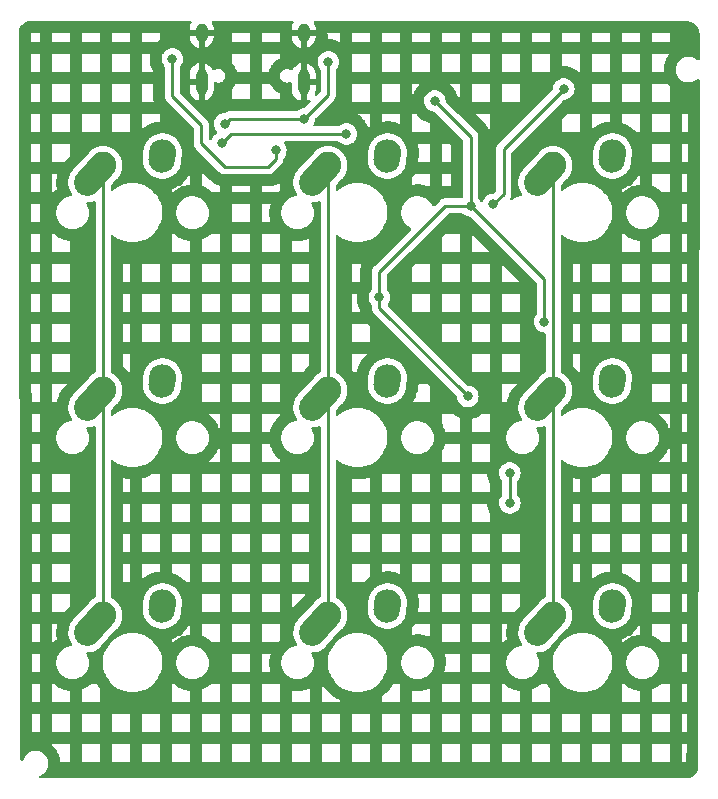
<source format=gtl>
%TF.GenerationSoftware,KiCad,Pcbnew,(6.0.10)*%
%TF.CreationDate,2023-01-31T16:13:37-07:00*%
%TF.ProjectId,nepcropad,6e657063-726f-4706-9164-2e6b69636164,rev?*%
%TF.SameCoordinates,Original*%
%TF.FileFunction,Copper,L1,Top*%
%TF.FilePolarity,Positive*%
%FSLAX46Y46*%
G04 Gerber Fmt 4.6, Leading zero omitted, Abs format (unit mm)*
G04 Created by KiCad (PCBNEW (6.0.10)) date 2023-01-31 16:13:37*
%MOMM*%
%LPD*%
G01*
G04 APERTURE LIST*
G04 Aperture macros list*
%AMRoundRect*
0 Rectangle with rounded corners*
0 $1 Rounding radius*
0 $2 $3 $4 $5 $6 $7 $8 $9 X,Y pos of 4 corners*
0 Add a 4 corners polygon primitive as box body*
4,1,4,$2,$3,$4,$5,$6,$7,$8,$9,$2,$3,0*
0 Add four circle primitives for the rounded corners*
1,1,$1+$1,$2,$3*
1,1,$1+$1,$4,$5*
1,1,$1+$1,$6,$7*
1,1,$1+$1,$8,$9*
0 Add four rect primitives between the rounded corners*
20,1,$1+$1,$2,$3,$4,$5,0*
20,1,$1+$1,$4,$5,$6,$7,0*
20,1,$1+$1,$6,$7,$8,$9,0*
20,1,$1+$1,$8,$9,$2,$3,0*%
%AMHorizOval*
0 Thick line with rounded ends*
0 $1 width*
0 $2 $3 position (X,Y) of the first rounded end (center of the circle)*
0 $4 $5 position (X,Y) of the second rounded end (center of the circle)*
0 Add line between two ends*
20,1,$1,$2,$3,$4,$5,0*
0 Add two circle primitives to create the rounded ends*
1,1,$1,$2,$3*
1,1,$1,$4,$5*%
G04 Aperture macros list end*
%TA.AperFunction,ComponentPad*%
%ADD10HorizOval,2.250000X0.655001X0.730000X-0.655001X-0.730000X0*%
%TD*%
%TA.AperFunction,ComponentPad*%
%ADD11C,2.250000*%
%TD*%
%TA.AperFunction,ComponentPad*%
%ADD12HorizOval,2.250000X0.020000X0.290000X-0.020000X-0.290000X0*%
%TD*%
%TA.AperFunction,ComponentPad*%
%ADD13RoundRect,0.500000X0.000000X-0.600000X0.000000X-0.600000X0.000000X0.600000X0.000000X0.600000X0*%
%TD*%
%TA.AperFunction,ComponentPad*%
%ADD14RoundRect,0.500000X0.000000X-0.300000X0.000000X-0.300000X0.000000X0.300000X0.000000X0.300000X0*%
%TD*%
%TA.AperFunction,ViaPad*%
%ADD15C,0.800000*%
%TD*%
%TA.AperFunction,Conductor*%
%ADD16C,0.250000*%
%TD*%
G04 APERTURE END LIST*
D10*
%TO.P,MX7,1,COL*%
%TO.N,COL0*%
X131782501Y-106267500D03*
D11*
X132437500Y-105537500D03*
%TO.P,MX7,2,ROW*%
%TO.N,Net-(D7-Pad2)*%
X137477500Y-104457500D03*
D12*
X137457500Y-104747500D03*
%TD*%
D11*
%TO.P,MX4,1,COL*%
%TO.N,COL0*%
X132437500Y-86487500D03*
D10*
X131782501Y-87217500D03*
D12*
%TO.P,MX4,2,ROW*%
%TO.N,Net-(D4-Pad2)*%
X137457500Y-85697500D03*
D11*
X137477500Y-85407500D03*
%TD*%
%TO.P,MX6,1,COL*%
%TO.N,COL2*%
X170537500Y-86487500D03*
D10*
X169882501Y-87217500D03*
D12*
%TO.P,MX6,2,ROW*%
%TO.N,Net-(D6-Pad2)*%
X175557500Y-85697500D03*
D11*
X175577500Y-85407500D03*
%TD*%
D10*
%TO.P,MX8,1,COL*%
%TO.N,COL1*%
X150832501Y-106267500D03*
D11*
X151487500Y-105537500D03*
%TO.P,MX8,2,ROW*%
%TO.N,Net-(D8-Pad2)*%
X156527500Y-104457500D03*
D12*
X156507500Y-104747500D03*
%TD*%
D10*
%TO.P,MX2,1,COL*%
%TO.N,COL1*%
X150832501Y-68167500D03*
D11*
X151487500Y-67437500D03*
%TO.P,MX2,2,ROW*%
%TO.N,Net-(D2-Pad2)*%
X156527500Y-66357500D03*
D12*
X156507500Y-66647500D03*
%TD*%
D11*
%TO.P,MX3,1,COL*%
%TO.N,COL2*%
X170537500Y-67437500D03*
D10*
X169882501Y-68167500D03*
D12*
%TO.P,MX3,2,ROW*%
%TO.N,Net-(D3-Pad2)*%
X175557500Y-66647500D03*
D11*
X175577500Y-66357500D03*
%TD*%
D10*
%TO.P,MX1,1,COL*%
%TO.N,COL0*%
X131782501Y-68167500D03*
D11*
X132437500Y-67437500D03*
%TO.P,MX1,2,ROW*%
%TO.N,Net-(D1-Pad2)*%
X137477500Y-66357500D03*
D12*
X137457500Y-66647500D03*
%TD*%
D10*
%TO.P,MX9,1,COL*%
%TO.N,COL2*%
X169882501Y-106267500D03*
D11*
X170537500Y-105537500D03*
D12*
%TO.P,MX9,2,ROW*%
%TO.N,Net-(D9-Pad2)*%
X175557500Y-104747500D03*
D11*
X175577500Y-104457500D03*
%TD*%
D10*
%TO.P,MX5,1,COL*%
%TO.N,COL1*%
X150832501Y-87217500D03*
D11*
X151487500Y-86487500D03*
%TO.P,MX5,2,ROW*%
%TO.N,Net-(D5-Pad2)*%
X156527500Y-85407500D03*
D12*
X156507500Y-85697500D03*
%TD*%
D13*
%TO.P,J1,S1,SHIELD*%
%TO.N,GND*%
X140787524Y-60377500D03*
X149427524Y-60377500D03*
D14*
X140787524Y-56197500D03*
X149427524Y-56197500D03*
%TD*%
D15*
%TO.N,Net-(R1-Pad2)*%
X165481000Y-70739000D03*
%TO.N,+5V*%
X163576000Y-70866000D03*
X163322000Y-86995000D03*
X169805750Y-80666582D03*
X160528000Y-61976000D03*
X155829000Y-78613000D03*
%TO.N,ROW0*%
X153035000Y-64770000D03*
X142494000Y-65532000D03*
%TO.N,ROW2*%
X166878000Y-93472000D03*
X166878000Y-96012000D03*
%TO.N,VCC*%
X149479000Y-63500000D03*
X151511000Y-58674000D03*
X142748000Y-63918500D03*
%TO.N,Net-(R1-Pad2)*%
X171450000Y-60960000D03*
%TO.N,Net-(J1-PadB5)*%
X147066000Y-66167000D03*
X138303000Y-58420000D03*
%TD*%
D16*
%TO.N,Net-(R1-Pad2)*%
X166370000Y-69850000D02*
X165481000Y-70739000D01*
X166370000Y-66040000D02*
X166370000Y-69850000D01*
%TO.N,+5V*%
X160528000Y-61976000D02*
X163576000Y-65024000D01*
X169805750Y-77095750D02*
X163576000Y-70866000D01*
X163576000Y-70866000D02*
X161406769Y-70866000D01*
X155829000Y-79502000D02*
X155829000Y-78613000D01*
X169805750Y-80666582D02*
X169805750Y-77095750D01*
X161406769Y-70866000D02*
X155829000Y-76443770D01*
X163576000Y-65024000D02*
X163576000Y-70866000D01*
X163322000Y-86995000D02*
X155829000Y-79502000D01*
X155829000Y-78613000D02*
X155829000Y-76443770D01*
%TO.N,ROW0*%
X142494000Y-65532000D02*
X143256000Y-64770000D01*
X143256000Y-64770000D02*
X153035000Y-64770000D01*
%TO.N,ROW2*%
X166878000Y-96012000D02*
X166878000Y-93472000D01*
%TO.N,VCC*%
X143166500Y-63500000D02*
X149479000Y-63500000D01*
X151511000Y-61468000D02*
X151511000Y-58674000D01*
X142748000Y-63918500D02*
X143166500Y-63500000D01*
X149479000Y-63500000D02*
X151511000Y-61468000D01*
%TO.N,COL0*%
X132437500Y-67437500D02*
X132437500Y-105537500D01*
%TO.N,COL1*%
X151487500Y-67437500D02*
X151487500Y-105537500D01*
%TO.N,COL2*%
X170537500Y-67437500D02*
X170537500Y-105537500D01*
%TO.N,Net-(R1-Pad2)*%
X166370000Y-66040000D02*
X171450000Y-60960000D01*
%TO.N,Net-(J1-PadB5)*%
X140763808Y-64008000D02*
X140763808Y-65579808D01*
X146431000Y-67564000D02*
X146939000Y-67056000D01*
X147066000Y-66929000D02*
X147066000Y-66167000D01*
X142748000Y-67564000D02*
X146431000Y-67564000D01*
X140763808Y-65579808D02*
X142748000Y-67564000D01*
X138303000Y-61547192D02*
X138303000Y-58420000D01*
X146939000Y-67056000D02*
X147066000Y-66929000D01*
X140763808Y-64008000D02*
X138303000Y-61547192D01*
%TD*%
%TA.AperFunction,Conductor*%
%TO.N,GND*%
G36*
X139882062Y-55207261D02*
G01*
X139928555Y-55260917D01*
X139938659Y-55331191D01*
X139918645Y-55383352D01*
X139898302Y-55413741D01*
X139892502Y-55424557D01*
X139821276Y-55595667D01*
X139817686Y-55607409D01*
X139780757Y-55790555D01*
X139779601Y-55799767D01*
X139779524Y-55802819D01*
X139779524Y-55925385D01*
X139783999Y-55940624D01*
X139785389Y-55941829D01*
X139793072Y-55943500D01*
X141777409Y-55943500D01*
X141792648Y-55939025D01*
X141793853Y-55937635D01*
X141795524Y-55929952D01*
X141795524Y-55802819D01*
X141795447Y-55799767D01*
X141794291Y-55790555D01*
X141757362Y-55607409D01*
X141753772Y-55595667D01*
X141682546Y-55424557D01*
X141676746Y-55413741D01*
X141656403Y-55383352D01*
X141635129Y-55315617D01*
X141653853Y-55247134D01*
X141706629Y-55199645D01*
X141761107Y-55187259D01*
X148453941Y-55187259D01*
X148522062Y-55207261D01*
X148568555Y-55260917D01*
X148578659Y-55331191D01*
X148558645Y-55383352D01*
X148538302Y-55413741D01*
X148532502Y-55424557D01*
X148461276Y-55595667D01*
X148457686Y-55607409D01*
X148420757Y-55790555D01*
X148419601Y-55799767D01*
X148419524Y-55802819D01*
X148419524Y-55925385D01*
X148423999Y-55940624D01*
X148425389Y-55941829D01*
X148433072Y-55943500D01*
X150417409Y-55943500D01*
X150432648Y-55939025D01*
X150433853Y-55937635D01*
X150435524Y-55929952D01*
X150435524Y-55802819D01*
X150435447Y-55799767D01*
X150434291Y-55790555D01*
X150397362Y-55607409D01*
X150393772Y-55595667D01*
X150322546Y-55424557D01*
X150316746Y-55413741D01*
X150296403Y-55383352D01*
X150275129Y-55315617D01*
X150293853Y-55247134D01*
X150346629Y-55199645D01*
X150401107Y-55187259D01*
X181804655Y-55187259D01*
X181813596Y-55187739D01*
X181820621Y-55189530D01*
X181834234Y-55189055D01*
X181860825Y-55190950D01*
X182017988Y-55219084D01*
X182037933Y-55224371D01*
X182140886Y-55260917D01*
X182210682Y-55285693D01*
X182229498Y-55294166D01*
X182389921Y-55382862D01*
X182407103Y-55394292D01*
X182550895Y-55507984D01*
X182565979Y-55522065D01*
X182689282Y-55657697D01*
X182701867Y-55674052D01*
X182801381Y-55827998D01*
X182811127Y-55846188D01*
X182884176Y-56014309D01*
X182890822Y-56033844D01*
X182935452Y-56211640D01*
X182938820Y-56232000D01*
X182951321Y-56384162D01*
X182950715Y-56400878D01*
X182950978Y-56400881D01*
X182950868Y-56409860D01*
X182949487Y-56418730D01*
X182953543Y-56449746D01*
X182954606Y-56466288D01*
X182951240Y-58413435D01*
X182951215Y-58427686D01*
X182931095Y-58495772D01*
X182877359Y-58542172D01*
X182807068Y-58552154D01*
X182739688Y-58519994D01*
X182679030Y-58463922D01*
X182674147Y-58460841D01*
X182674143Y-58460838D01*
X182515346Y-58360645D01*
X182515341Y-58360643D01*
X182510462Y-58357564D01*
X182325334Y-58283705D01*
X182129847Y-58244820D01*
X182124072Y-58244744D01*
X182124068Y-58244744D01*
X182024588Y-58243442D01*
X181930547Y-58242211D01*
X181924850Y-58243190D01*
X181924849Y-58243190D01*
X181908805Y-58245947D01*
X181734108Y-58275966D01*
X181547111Y-58344953D01*
X181542149Y-58347905D01*
X181479366Y-58385257D01*
X181375816Y-58446862D01*
X181225961Y-58578281D01*
X181102565Y-58734809D01*
X181099876Y-58739920D01*
X181099874Y-58739923D01*
X181064198Y-58807732D01*
X181009760Y-58911202D01*
X180982443Y-58999178D01*
X180959161Y-59074158D01*
X180950654Y-59101554D01*
X180927227Y-59299489D01*
X180929096Y-59328000D01*
X180940263Y-59498380D01*
X180941684Y-59503976D01*
X180941685Y-59503981D01*
X180957156Y-59564897D01*
X180989326Y-59691564D01*
X180991743Y-59696807D01*
X181061213Y-59847500D01*
X181072772Y-59872573D01*
X181076105Y-59877289D01*
X181155442Y-59989548D01*
X181187807Y-60035344D01*
X181330578Y-60174425D01*
X181496304Y-60285160D01*
X181501607Y-60287438D01*
X181501610Y-60287440D01*
X181655040Y-60353358D01*
X181679435Y-60363839D01*
X181751516Y-60380149D01*
X181868201Y-60406553D01*
X181868207Y-60406554D01*
X181873838Y-60407828D01*
X181879609Y-60408055D01*
X181879611Y-60408055D01*
X181940556Y-60410449D01*
X182073001Y-60415653D01*
X182172959Y-60401160D01*
X182264535Y-60387883D01*
X182264540Y-60387882D01*
X182270256Y-60387053D01*
X182275728Y-60385195D01*
X182275730Y-60385195D01*
X182453532Y-60324839D01*
X182453534Y-60324838D01*
X182458996Y-60322984D01*
X182632899Y-60225594D01*
X182741527Y-60135250D01*
X182806691Y-60107070D01*
X182876746Y-60118594D01*
X182929450Y-60166163D01*
X182948095Y-60232342D01*
X182847836Y-118219043D01*
X182846335Y-118238211D01*
X182842559Y-118262458D01*
X182843723Y-118271360D01*
X182844216Y-118275131D01*
X182844799Y-118302449D01*
X182832313Y-118445120D01*
X182828499Y-118466747D01*
X182785576Y-118626929D01*
X182785523Y-118627125D01*
X182778011Y-118647764D01*
X182707837Y-118798246D01*
X182696856Y-118817265D01*
X182601619Y-118953276D01*
X182587501Y-118970100D01*
X182470100Y-119087501D01*
X182453276Y-119101619D01*
X182317265Y-119196856D01*
X182298246Y-119207837D01*
X182147764Y-119278011D01*
X182127126Y-119285523D01*
X181966748Y-119328499D01*
X181945120Y-119332313D01*
X181809341Y-119344196D01*
X181792860Y-119343642D01*
X181792855Y-119344049D01*
X181783880Y-119343940D01*
X181775010Y-119342559D01*
X181766110Y-119343723D01*
X181766108Y-119343723D01*
X181743456Y-119346686D01*
X181727115Y-119347750D01*
X127122625Y-119347750D01*
X127054504Y-119327748D01*
X127008011Y-119274092D01*
X126997907Y-119203818D01*
X127027401Y-119139238D01*
X127082123Y-119102437D01*
X127157532Y-119076839D01*
X127157534Y-119076838D01*
X127162996Y-119074984D01*
X127336899Y-118977594D01*
X127490143Y-118850143D01*
X127617594Y-118696899D01*
X127714984Y-118522996D01*
X127779053Y-118334256D01*
X127779882Y-118328540D01*
X127779883Y-118328535D01*
X127796918Y-118211039D01*
X127807653Y-118137001D01*
X127809146Y-118080000D01*
X127790908Y-117881519D01*
X127772801Y-117817314D01*
X127738373Y-117695244D01*
X127738372Y-117695242D01*
X127736805Y-117689685D01*
X127723746Y-117663202D01*
X127651205Y-117516104D01*
X127648650Y-117510923D01*
X127529393Y-117351219D01*
X127383030Y-117215922D01*
X127378147Y-117212841D01*
X127378143Y-117212838D01*
X127219346Y-117112645D01*
X127219341Y-117112643D01*
X127214462Y-117109564D01*
X127029334Y-117035705D01*
X126833847Y-116996820D01*
X126828072Y-116996744D01*
X126828068Y-116996744D01*
X126728588Y-116995442D01*
X126634547Y-116994211D01*
X126628850Y-116995190D01*
X126628849Y-116995190D01*
X126612805Y-116997947D01*
X126438108Y-117027966D01*
X126251111Y-117096953D01*
X126079816Y-117198862D01*
X125929961Y-117330281D01*
X125806565Y-117486809D01*
X125713760Y-117663202D01*
X125689637Y-117740891D01*
X125650336Y-117800013D01*
X125585306Y-117828504D01*
X125515197Y-117817314D01*
X125462267Y-117769997D01*
X125443306Y-117703847D01*
X125440166Y-116477599D01*
X128078127Y-116477599D01*
X128217698Y-116606618D01*
X128221845Y-116610631D01*
X128270865Y-116660296D01*
X128274824Y-116664495D01*
X128290253Y-116681630D01*
X128294017Y-116686007D01*
X128338305Y-116739971D01*
X128341864Y-116744517D01*
X128461121Y-116904221D01*
X128464468Y-116908925D01*
X128503629Y-116966712D01*
X128506757Y-116971563D01*
X128518805Y-116991224D01*
X128521707Y-116996213D01*
X128555409Y-117057328D01*
X128558080Y-117062445D01*
X128646235Y-117241207D01*
X128648669Y-117246441D01*
X128676640Y-117310388D01*
X128678831Y-117315728D01*
X128687094Y-117337254D01*
X128689039Y-117342688D01*
X128711041Y-117408925D01*
X128712734Y-117414443D01*
X128766837Y-117606277D01*
X128768277Y-117611869D01*
X128784127Y-117679850D01*
X128785308Y-117685499D01*
X128789510Y-117708172D01*
X128790432Y-117713870D01*
X128799994Y-117783002D01*
X128800653Y-117788736D01*
X128813198Y-117925259D01*
X129604127Y-117925259D01*
X130618127Y-117925259D01*
X132144127Y-117925259D01*
X133158127Y-117925259D01*
X134684127Y-117925259D01*
X135698127Y-117925259D01*
X137224127Y-117925259D01*
X138238127Y-117925259D01*
X139764127Y-117925259D01*
X140778127Y-117925259D01*
X142304127Y-117925259D01*
X143318127Y-117925259D01*
X144844127Y-117925259D01*
X145858127Y-117925259D01*
X147384127Y-117925259D01*
X148398127Y-117925259D01*
X149924127Y-117925259D01*
X150938127Y-117925259D01*
X152464127Y-117925259D01*
X153478127Y-117925259D01*
X155004127Y-117925259D01*
X156018127Y-117925259D01*
X157544127Y-117925259D01*
X158558127Y-117925259D01*
X160084127Y-117925259D01*
X161098127Y-117925259D01*
X162624127Y-117925259D01*
X163638127Y-117925259D01*
X165164127Y-117925259D01*
X166178127Y-117925259D01*
X167704127Y-117925259D01*
X168718127Y-117925259D01*
X170244127Y-117925259D01*
X171258127Y-117925259D01*
X172784127Y-117925259D01*
X173798127Y-117925259D01*
X175324127Y-117925259D01*
X176338127Y-117925259D01*
X177864127Y-117925259D01*
X178878127Y-117925259D01*
X180404127Y-117925259D01*
X181418127Y-117925259D01*
X181834342Y-117925259D01*
X181836981Y-116399259D01*
X181418127Y-116399259D01*
X181418127Y-117925259D01*
X180404127Y-117925259D01*
X180404127Y-116399259D01*
X178878127Y-116399259D01*
X178878127Y-117925259D01*
X177864127Y-117925259D01*
X177864127Y-116399259D01*
X176338127Y-116399259D01*
X176338127Y-117925259D01*
X175324127Y-117925259D01*
X175324127Y-116399259D01*
X173798127Y-116399259D01*
X173798127Y-117925259D01*
X172784127Y-117925259D01*
X172784127Y-116399259D01*
X171258127Y-116399259D01*
X171258127Y-117925259D01*
X170244127Y-117925259D01*
X170244127Y-116399259D01*
X168718127Y-116399259D01*
X168718127Y-117925259D01*
X167704127Y-117925259D01*
X167704127Y-116399259D01*
X166178127Y-116399259D01*
X166178127Y-117925259D01*
X165164127Y-117925259D01*
X165164127Y-116399259D01*
X163638127Y-116399259D01*
X163638127Y-117925259D01*
X162624127Y-117925259D01*
X162624127Y-116399259D01*
X161098127Y-116399259D01*
X161098127Y-117925259D01*
X160084127Y-117925259D01*
X160084127Y-116399259D01*
X158558127Y-116399259D01*
X158558127Y-117925259D01*
X157544127Y-117925259D01*
X157544127Y-116399259D01*
X156018127Y-116399259D01*
X156018127Y-117925259D01*
X155004127Y-117925259D01*
X155004127Y-116399259D01*
X153478127Y-116399259D01*
X153478127Y-117925259D01*
X152464127Y-117925259D01*
X152464127Y-116399259D01*
X150938127Y-116399259D01*
X150938127Y-117925259D01*
X149924127Y-117925259D01*
X149924127Y-116399259D01*
X148398127Y-116399259D01*
X148398127Y-117925259D01*
X147384127Y-117925259D01*
X147384127Y-116399259D01*
X145858127Y-116399259D01*
X145858127Y-117925259D01*
X144844127Y-117925259D01*
X144844127Y-116399259D01*
X143318127Y-116399259D01*
X143318127Y-117925259D01*
X142304127Y-117925259D01*
X142304127Y-116399259D01*
X140778127Y-116399259D01*
X140778127Y-117925259D01*
X139764127Y-117925259D01*
X139764127Y-116399259D01*
X138238127Y-116399259D01*
X138238127Y-117925259D01*
X137224127Y-117925259D01*
X137224127Y-116399259D01*
X135698127Y-116399259D01*
X135698127Y-117925259D01*
X134684127Y-117925259D01*
X134684127Y-116399259D01*
X133158127Y-116399259D01*
X133158127Y-117925259D01*
X132144127Y-117925259D01*
X132144127Y-116399259D01*
X130618127Y-116399259D01*
X130618127Y-117925259D01*
X129604127Y-117925259D01*
X129604127Y-116399259D01*
X128078127Y-116399259D01*
X128078127Y-116477599D01*
X125440166Y-116477599D01*
X125433462Y-113859259D01*
X126447466Y-113859259D01*
X126451374Y-115385259D01*
X127064127Y-115385259D01*
X128078127Y-115385259D01*
X129604127Y-115385259D01*
X130618127Y-115385259D01*
X132144127Y-115385259D01*
X133158127Y-115385259D01*
X134684127Y-115385259D01*
X135698127Y-115385259D01*
X137224127Y-115385259D01*
X138238127Y-115385259D01*
X139764127Y-115385259D01*
X140778127Y-115385259D01*
X142304127Y-115385259D01*
X143318127Y-115385259D01*
X144844127Y-115385259D01*
X145858127Y-115385259D01*
X147384127Y-115385259D01*
X148398127Y-115385259D01*
X149924127Y-115385259D01*
X150938127Y-115385259D01*
X152464127Y-115385259D01*
X153478127Y-115385259D01*
X155004127Y-115385259D01*
X156018127Y-115385259D01*
X157544127Y-115385259D01*
X158558127Y-115385259D01*
X160084127Y-115385259D01*
X161098127Y-115385259D01*
X162624127Y-115385259D01*
X163638127Y-115385259D01*
X165164127Y-115385259D01*
X166178127Y-115385259D01*
X167704127Y-115385259D01*
X168718127Y-115385259D01*
X170244127Y-115385259D01*
X171258127Y-115385259D01*
X172784127Y-115385259D01*
X173798127Y-115385259D01*
X175324127Y-115385259D01*
X176338127Y-115385259D01*
X177864127Y-115385259D01*
X178878127Y-115385259D01*
X180404127Y-115385259D01*
X181418127Y-115385259D01*
X181838733Y-115385259D01*
X181841372Y-113859259D01*
X181418127Y-113859259D01*
X181418127Y-115385259D01*
X180404127Y-115385259D01*
X180404127Y-113859259D01*
X178878127Y-113859259D01*
X178878127Y-115385259D01*
X177864127Y-115385259D01*
X177864127Y-113859259D01*
X176338127Y-113859259D01*
X176338127Y-115385259D01*
X175324127Y-115385259D01*
X175324127Y-113859259D01*
X173798127Y-113859259D01*
X173798127Y-115385259D01*
X172784127Y-115385259D01*
X172784127Y-113859259D01*
X171258127Y-113859259D01*
X171258127Y-115385259D01*
X170244127Y-115385259D01*
X170244127Y-113859259D01*
X168718127Y-113859259D01*
X168718127Y-115385259D01*
X167704127Y-115385259D01*
X167704127Y-113859259D01*
X166178127Y-113859259D01*
X166178127Y-115385259D01*
X165164127Y-115385259D01*
X165164127Y-113859259D01*
X163638127Y-113859259D01*
X163638127Y-115385259D01*
X162624127Y-115385259D01*
X162624127Y-113859259D01*
X161098127Y-113859259D01*
X161098127Y-115385259D01*
X160084127Y-115385259D01*
X160084127Y-113859259D01*
X158558127Y-113859259D01*
X158558127Y-115385259D01*
X157544127Y-115385259D01*
X157544127Y-113859259D01*
X156018127Y-113859259D01*
X156018127Y-115385259D01*
X155004127Y-115385259D01*
X155004127Y-113859259D01*
X153478127Y-113859259D01*
X153478127Y-115385259D01*
X152464127Y-115385259D01*
X152464127Y-113859259D01*
X150938127Y-113859259D01*
X150938127Y-115385259D01*
X149924127Y-115385259D01*
X149924127Y-113859259D01*
X148398127Y-113859259D01*
X148398127Y-115385259D01*
X147384127Y-115385259D01*
X147384127Y-113859259D01*
X145858127Y-113859259D01*
X145858127Y-115385259D01*
X144844127Y-115385259D01*
X144844127Y-113859259D01*
X143318127Y-113859259D01*
X143318127Y-115385259D01*
X142304127Y-115385259D01*
X142304127Y-113859259D01*
X140778127Y-113859259D01*
X140778127Y-115385259D01*
X139764127Y-115385259D01*
X139764127Y-113859259D01*
X138238127Y-113859259D01*
X138238127Y-115385259D01*
X137224127Y-115385259D01*
X137224127Y-113859259D01*
X135698127Y-113859259D01*
X135698127Y-115385259D01*
X134684127Y-115385259D01*
X134684127Y-113859259D01*
X133158127Y-113859259D01*
X133158127Y-115385259D01*
X132144127Y-115385259D01*
X132144127Y-113859259D01*
X130618127Y-113859259D01*
X130618127Y-115385259D01*
X129604127Y-115385259D01*
X129604127Y-113859259D01*
X128078127Y-113859259D01*
X128078127Y-115385259D01*
X127064127Y-115385259D01*
X127064127Y-113859259D01*
X126447466Y-113859259D01*
X125433462Y-113859259D01*
X125426959Y-111319259D01*
X126440963Y-111319259D01*
X126444870Y-112845259D01*
X127064127Y-112845259D01*
X128078127Y-112845259D01*
X129604127Y-112845259D01*
X130618127Y-112845259D01*
X132144127Y-112845259D01*
X138238127Y-112845259D01*
X139764127Y-112845259D01*
X140778127Y-112845259D01*
X142304127Y-112845259D01*
X143318127Y-112845259D01*
X144844127Y-112845259D01*
X145858127Y-112845259D01*
X147384127Y-112845259D01*
X148398127Y-112845259D01*
X149924127Y-112845259D01*
X150938127Y-112845259D01*
X152464127Y-112845259D01*
X156018127Y-112845259D01*
X157544127Y-112845259D01*
X158558127Y-112845259D01*
X160084127Y-112845259D01*
X161098127Y-112845259D01*
X162624127Y-112845259D01*
X163638127Y-112845259D01*
X165164127Y-112845259D01*
X166178127Y-112845259D01*
X167704127Y-112845259D01*
X168718127Y-112845259D01*
X170244127Y-112845259D01*
X176338127Y-112845259D01*
X177864127Y-112845259D01*
X178878127Y-112845259D01*
X180404127Y-112845259D01*
X181418127Y-112845259D01*
X181843125Y-112845259D01*
X181845764Y-111319259D01*
X181418127Y-111319259D01*
X181418127Y-112845259D01*
X180404127Y-112845259D01*
X180404127Y-111319259D01*
X179723153Y-111319259D01*
X179687456Y-111353312D01*
X179683520Y-111356910D01*
X179635005Y-111399419D01*
X179630918Y-111402850D01*
X179614313Y-111416200D01*
X179610088Y-111419452D01*
X179558185Y-111457681D01*
X179553828Y-111460750D01*
X179359065Y-111591872D01*
X179354581Y-111594755D01*
X179299628Y-111628464D01*
X179295025Y-111631155D01*
X179276409Y-111641517D01*
X179271696Y-111644012D01*
X179214065Y-111672967D01*
X179209249Y-111675260D01*
X178995177Y-111771693D01*
X178990269Y-111773780D01*
X178930398Y-111797757D01*
X178925406Y-111799635D01*
X178905309Y-111806712D01*
X178900243Y-111808376D01*
X178878127Y-111815127D01*
X178878127Y-112845259D01*
X177864127Y-112845259D01*
X177864127Y-111926146D01*
X177860155Y-111925629D01*
X177810490Y-111918328D01*
X177806395Y-111917657D01*
X177575354Y-111875878D01*
X177570128Y-111874819D01*
X177507224Y-111860672D01*
X177502049Y-111859392D01*
X177481479Y-111853842D01*
X177476361Y-111852344D01*
X177414863Y-111832925D01*
X177409812Y-111831212D01*
X177189113Y-111751102D01*
X177184139Y-111749176D01*
X177124506Y-111724627D01*
X177119619Y-111722494D01*
X177100278Y-111713557D01*
X177095486Y-111711218D01*
X177038152Y-111681720D01*
X177033464Y-111679181D01*
X176829418Y-111563031D01*
X176824841Y-111560296D01*
X176770201Y-111526054D01*
X176765743Y-111523127D01*
X176748184Y-111511059D01*
X176743853Y-111507946D01*
X176692305Y-111469207D01*
X176688112Y-111465914D01*
X176509253Y-111319259D01*
X176338127Y-111319259D01*
X176338127Y-112845259D01*
X170244127Y-112845259D01*
X170244127Y-111675210D01*
X170100133Y-111477018D01*
X170097858Y-111473781D01*
X170070962Y-111434206D01*
X170068789Y-111430899D01*
X170060310Y-111417539D01*
X170058242Y-111414163D01*
X170033863Y-111372942D01*
X170031900Y-111369502D01*
X170004279Y-111319259D01*
X169563153Y-111319259D01*
X169527456Y-111353312D01*
X169523520Y-111356910D01*
X169475005Y-111399419D01*
X169470918Y-111402850D01*
X169454313Y-111416200D01*
X169450088Y-111419452D01*
X169398185Y-111457681D01*
X169393828Y-111460750D01*
X169199065Y-111591872D01*
X169194581Y-111594755D01*
X169139628Y-111628464D01*
X169135025Y-111631155D01*
X169116409Y-111641517D01*
X169111696Y-111644012D01*
X169054065Y-111672967D01*
X169049249Y-111675260D01*
X168835177Y-111771693D01*
X168830269Y-111773780D01*
X168770398Y-111797757D01*
X168765406Y-111799635D01*
X168745309Y-111806712D01*
X168740243Y-111808376D01*
X168718127Y-111815127D01*
X168718127Y-112845259D01*
X167704127Y-112845259D01*
X167704127Y-111926146D01*
X167700155Y-111925629D01*
X167650490Y-111918328D01*
X167646395Y-111917657D01*
X167415354Y-111875878D01*
X167410128Y-111874819D01*
X167347224Y-111860672D01*
X167342049Y-111859392D01*
X167321479Y-111853842D01*
X167316361Y-111852344D01*
X167254863Y-111832925D01*
X167249812Y-111831212D01*
X167029113Y-111751102D01*
X167024139Y-111749176D01*
X166964506Y-111724627D01*
X166959619Y-111722494D01*
X166940278Y-111713557D01*
X166935486Y-111711218D01*
X166878152Y-111681720D01*
X166873464Y-111679181D01*
X166669418Y-111563031D01*
X166664841Y-111560296D01*
X166610201Y-111526054D01*
X166605743Y-111523127D01*
X166588184Y-111511059D01*
X166583853Y-111507946D01*
X166532305Y-111469207D01*
X166528112Y-111465914D01*
X166349253Y-111319259D01*
X166178127Y-111319259D01*
X166178127Y-112845259D01*
X165164127Y-112845259D01*
X165164127Y-111319259D01*
X163638127Y-111319259D01*
X163638127Y-112845259D01*
X162624127Y-112845259D01*
X162624127Y-111319259D01*
X161098127Y-111319259D01*
X161098127Y-112845259D01*
X160084127Y-112845259D01*
X160084127Y-111709100D01*
X159945177Y-111771693D01*
X159940269Y-111773780D01*
X159880398Y-111797757D01*
X159875406Y-111799635D01*
X159855309Y-111806712D01*
X159850243Y-111808376D01*
X159788577Y-111827199D01*
X159783446Y-111828647D01*
X159556188Y-111887631D01*
X159551001Y-111888861D01*
X159487966Y-111902404D01*
X159482730Y-111903413D01*
X159461729Y-111907003D01*
X159456455Y-111907791D01*
X159392484Y-111915958D01*
X159387180Y-111916521D01*
X159212182Y-111931370D01*
X159209520Y-111931567D01*
X159177325Y-111933613D01*
X159174663Y-111933754D01*
X159164010Y-111934205D01*
X159161347Y-111934290D01*
X159129116Y-111934972D01*
X159126450Y-111935000D01*
X158961429Y-111935000D01*
X158959943Y-111934991D01*
X158941973Y-111934779D01*
X158940488Y-111934753D01*
X158934553Y-111934613D01*
X158933070Y-111934569D01*
X158915147Y-111933935D01*
X158913666Y-111933874D01*
X158889067Y-111932714D01*
X158884926Y-111932450D01*
X158834891Y-111928436D01*
X158830758Y-111928036D01*
X158814272Y-111926165D01*
X158810155Y-111925629D01*
X158760490Y-111918328D01*
X158756395Y-111917657D01*
X158558127Y-111881804D01*
X158558127Y-112845259D01*
X157544127Y-112845259D01*
X157544127Y-111388851D01*
X157459253Y-111319259D01*
X157020721Y-111319259D01*
X156993100Y-111369502D01*
X156991137Y-111372942D01*
X156966758Y-111414163D01*
X156964690Y-111417539D01*
X156956211Y-111430899D01*
X156954038Y-111434206D01*
X156927142Y-111473781D01*
X156924867Y-111477018D01*
X156739788Y-111731758D01*
X156737411Y-111734924D01*
X156708073Y-111772746D01*
X156705599Y-111775834D01*
X156695513Y-111788026D01*
X156692943Y-111791035D01*
X156661284Y-111826946D01*
X156658619Y-111829875D01*
X156443072Y-112059409D01*
X156440317Y-112062251D01*
X156406466Y-112096102D01*
X156403624Y-112098857D01*
X156392089Y-112109689D01*
X156389161Y-112112353D01*
X156353254Y-112144009D01*
X156350244Y-112146580D01*
X156107628Y-112347289D01*
X156104539Y-112349764D01*
X156066701Y-112379114D01*
X156063533Y-112381492D01*
X156050732Y-112390792D01*
X156047494Y-112393068D01*
X156018127Y-112413025D01*
X156018127Y-112845259D01*
X152464127Y-112845259D01*
X152464127Y-112706923D01*
X152347837Y-112652201D01*
X152344282Y-112650460D01*
X152301625Y-112628725D01*
X152298126Y-112626872D01*
X152284260Y-112619249D01*
X152280821Y-112617288D01*
X152239620Y-112592921D01*
X152236247Y-112590853D01*
X151970389Y-112422134D01*
X151967083Y-112419963D01*
X151927506Y-112393068D01*
X151924268Y-112390792D01*
X151911467Y-112381492D01*
X151908299Y-112379114D01*
X151870461Y-112349764D01*
X151867372Y-112347289D01*
X151624756Y-112146580D01*
X151621746Y-112144009D01*
X151585839Y-112112353D01*
X151582911Y-112109689D01*
X151571376Y-112098857D01*
X151568534Y-112096102D01*
X151534683Y-112062251D01*
X151531928Y-112059409D01*
X151316381Y-111829875D01*
X151313716Y-111826946D01*
X151282057Y-111791035D01*
X151279487Y-111788026D01*
X151269401Y-111775834D01*
X151266927Y-111772746D01*
X151237589Y-111734924D01*
X151235212Y-111731758D01*
X151050133Y-111477018D01*
X151047858Y-111473781D01*
X151020962Y-111434206D01*
X151018789Y-111430899D01*
X151010310Y-111417539D01*
X151008242Y-111414163D01*
X150983863Y-111372942D01*
X150981900Y-111369502D01*
X150954279Y-111319259D01*
X150938127Y-111319259D01*
X150938127Y-112845259D01*
X149924127Y-112845259D01*
X149924127Y-111709100D01*
X149785177Y-111771693D01*
X149780269Y-111773780D01*
X149720398Y-111797757D01*
X149715406Y-111799635D01*
X149695309Y-111806712D01*
X149690243Y-111808376D01*
X149628577Y-111827199D01*
X149623446Y-111828647D01*
X149396188Y-111887631D01*
X149391001Y-111888861D01*
X149327966Y-111902404D01*
X149322730Y-111903413D01*
X149301729Y-111907003D01*
X149296455Y-111907791D01*
X149232484Y-111915958D01*
X149227180Y-111916521D01*
X149052182Y-111931370D01*
X149049520Y-111931567D01*
X149017325Y-111933613D01*
X149014663Y-111933754D01*
X149004010Y-111934205D01*
X149001347Y-111934290D01*
X148969116Y-111934972D01*
X148966450Y-111935000D01*
X148801429Y-111935000D01*
X148799943Y-111934991D01*
X148781973Y-111934779D01*
X148780488Y-111934753D01*
X148774553Y-111934613D01*
X148773070Y-111934569D01*
X148755147Y-111933935D01*
X148753666Y-111933874D01*
X148729067Y-111932714D01*
X148724926Y-111932450D01*
X148674891Y-111928436D01*
X148670758Y-111928036D01*
X148654272Y-111926165D01*
X148650155Y-111925629D01*
X148600490Y-111918328D01*
X148596395Y-111917657D01*
X148398127Y-111881804D01*
X148398127Y-112845259D01*
X147384127Y-112845259D01*
X147384127Y-111388851D01*
X147299253Y-111319259D01*
X145858127Y-111319259D01*
X145858127Y-112845259D01*
X144844127Y-112845259D01*
X144844127Y-111319259D01*
X143318127Y-111319259D01*
X143318127Y-112845259D01*
X142304127Y-112845259D01*
X142304127Y-111319259D01*
X141623153Y-111319259D01*
X141587456Y-111353312D01*
X141583520Y-111356910D01*
X141535005Y-111399419D01*
X141530918Y-111402850D01*
X141514313Y-111416200D01*
X141510088Y-111419452D01*
X141458185Y-111457681D01*
X141453828Y-111460750D01*
X141259065Y-111591872D01*
X141254581Y-111594755D01*
X141199628Y-111628464D01*
X141195025Y-111631155D01*
X141176409Y-111641517D01*
X141171696Y-111644012D01*
X141114065Y-111672967D01*
X141109249Y-111675260D01*
X140895177Y-111771693D01*
X140890269Y-111773780D01*
X140830398Y-111797757D01*
X140825406Y-111799635D01*
X140805309Y-111806712D01*
X140800243Y-111808376D01*
X140778127Y-111815127D01*
X140778127Y-112845259D01*
X139764127Y-112845259D01*
X139764127Y-111926146D01*
X139760155Y-111925629D01*
X139710490Y-111918328D01*
X139706395Y-111917657D01*
X139475354Y-111875878D01*
X139470128Y-111874819D01*
X139407224Y-111860672D01*
X139402049Y-111859392D01*
X139381479Y-111853842D01*
X139376361Y-111852344D01*
X139314863Y-111832925D01*
X139309812Y-111831212D01*
X139089113Y-111751102D01*
X139084139Y-111749176D01*
X139024506Y-111724627D01*
X139019619Y-111722494D01*
X139000278Y-111713557D01*
X138995486Y-111711218D01*
X138938152Y-111681720D01*
X138933464Y-111679181D01*
X138729418Y-111563031D01*
X138724841Y-111560296D01*
X138670201Y-111526054D01*
X138665743Y-111523127D01*
X138648184Y-111511059D01*
X138643853Y-111507946D01*
X138592305Y-111469207D01*
X138588112Y-111465914D01*
X138409253Y-111319259D01*
X138238127Y-111319259D01*
X138238127Y-112845259D01*
X132144127Y-112845259D01*
X132144127Y-111675210D01*
X132000133Y-111477018D01*
X131997858Y-111473781D01*
X131970962Y-111434206D01*
X131968789Y-111430899D01*
X131960310Y-111417539D01*
X131958242Y-111414163D01*
X131933863Y-111372942D01*
X131931900Y-111369502D01*
X131904279Y-111319259D01*
X131463153Y-111319259D01*
X131427456Y-111353312D01*
X131423520Y-111356910D01*
X131375005Y-111399419D01*
X131370918Y-111402850D01*
X131354313Y-111416200D01*
X131350088Y-111419452D01*
X131298185Y-111457681D01*
X131293828Y-111460750D01*
X131099065Y-111591872D01*
X131094581Y-111594755D01*
X131039628Y-111628464D01*
X131035025Y-111631155D01*
X131016409Y-111641517D01*
X131011696Y-111644012D01*
X130954065Y-111672967D01*
X130949249Y-111675260D01*
X130735177Y-111771693D01*
X130730269Y-111773780D01*
X130670398Y-111797757D01*
X130665406Y-111799635D01*
X130645309Y-111806712D01*
X130640243Y-111808376D01*
X130618127Y-111815127D01*
X130618127Y-112845259D01*
X129604127Y-112845259D01*
X129604127Y-111926146D01*
X129600155Y-111925629D01*
X129550490Y-111918328D01*
X129546395Y-111917657D01*
X129315354Y-111875878D01*
X129310128Y-111874819D01*
X129247224Y-111860672D01*
X129242049Y-111859392D01*
X129221479Y-111853842D01*
X129216361Y-111852344D01*
X129154863Y-111832925D01*
X129149812Y-111831212D01*
X128929113Y-111751102D01*
X128924139Y-111749176D01*
X128864506Y-111724627D01*
X128859619Y-111722494D01*
X128840278Y-111713557D01*
X128835486Y-111711218D01*
X128778152Y-111681720D01*
X128773464Y-111679181D01*
X128569418Y-111563031D01*
X128564841Y-111560296D01*
X128510201Y-111526054D01*
X128505743Y-111523127D01*
X128488184Y-111511059D01*
X128483853Y-111507946D01*
X128432305Y-111469207D01*
X128428112Y-111465914D01*
X128249253Y-111319259D01*
X128078127Y-111319259D01*
X128078127Y-112845259D01*
X127064127Y-112845259D01*
X127064127Y-111319259D01*
X126440963Y-111319259D01*
X125426959Y-111319259D01*
X125420455Y-108779259D01*
X126434460Y-108779259D01*
X126438367Y-110305259D01*
X127064127Y-110305259D01*
X127064127Y-109472093D01*
X128470539Y-109472093D01*
X128479348Y-109706716D01*
X128480443Y-109711934D01*
X128505294Y-109830371D01*
X128527562Y-109936501D01*
X128613802Y-110154877D01*
X128616571Y-110159440D01*
X128704266Y-110303956D01*
X128735604Y-110355600D01*
X128889485Y-110532932D01*
X128893617Y-110536320D01*
X129066916Y-110678417D01*
X129066922Y-110678421D01*
X129071044Y-110681801D01*
X129075680Y-110684440D01*
X129075683Y-110684442D01*
X129186908Y-110747755D01*
X129275090Y-110797951D01*
X129495789Y-110878061D01*
X129501038Y-110879010D01*
X129501041Y-110879011D01*
X129582115Y-110893671D01*
X129726830Y-110919840D01*
X129730969Y-110920035D01*
X129730976Y-110920036D01*
X129749940Y-110920930D01*
X129749949Y-110920930D01*
X129751429Y-110921000D01*
X129916450Y-110921000D01*
X129997799Y-110914097D01*
X130086137Y-110906602D01*
X130086141Y-110906601D01*
X130091448Y-110906151D01*
X130096603Y-110904813D01*
X130096609Y-110904812D01*
X130313535Y-110848509D01*
X130313534Y-110848509D01*
X130318706Y-110847167D01*
X130323572Y-110844975D01*
X130323575Y-110844974D01*
X130527917Y-110752924D01*
X130527920Y-110752923D01*
X130532778Y-110750734D01*
X130727541Y-110619612D01*
X130897427Y-110457549D01*
X131037578Y-110269179D01*
X131050861Y-110243055D01*
X131141569Y-110064644D01*
X131141569Y-110064643D01*
X131143987Y-110059888D01*
X131213611Y-109835660D01*
X131230702Y-109706716D01*
X131232263Y-109694938D01*
X132435100Y-109694938D01*
X132474564Y-110007330D01*
X132552870Y-110312313D01*
X132668784Y-110605077D01*
X132670686Y-110608536D01*
X132670687Y-110608539D01*
X132802612Y-110848509D01*
X132820476Y-110881004D01*
X133005555Y-111135744D01*
X133221102Y-111365278D01*
X133463718Y-111565987D01*
X133729576Y-111734706D01*
X133733155Y-111736390D01*
X133733162Y-111736394D01*
X134010894Y-111867084D01*
X134010898Y-111867086D01*
X134014484Y-111868773D01*
X134018256Y-111869999D01*
X134018257Y-111869999D01*
X134036351Y-111875878D01*
X134313948Y-111966075D01*
X134623246Y-112025077D01*
X134716800Y-112030963D01*
X134856858Y-112039775D01*
X134856874Y-112039776D01*
X134858853Y-112039900D01*
X135016147Y-112039900D01*
X135018126Y-112039776D01*
X135018142Y-112039775D01*
X135158200Y-112030963D01*
X135251754Y-112025077D01*
X135561052Y-111966075D01*
X135838649Y-111875878D01*
X135856743Y-111869999D01*
X135856744Y-111869999D01*
X135860516Y-111868773D01*
X135864102Y-111867086D01*
X135864106Y-111867084D01*
X136141838Y-111736394D01*
X136141845Y-111736390D01*
X136145424Y-111734706D01*
X136411282Y-111565987D01*
X136653898Y-111365278D01*
X136869445Y-111135744D01*
X137054524Y-110881004D01*
X137072389Y-110848509D01*
X137204313Y-110608539D01*
X137204314Y-110608536D01*
X137206216Y-110605077D01*
X137322130Y-110312313D01*
X137400436Y-110007330D01*
X137439900Y-109694938D01*
X137439900Y-109472093D01*
X138630539Y-109472093D01*
X138639348Y-109706716D01*
X138640443Y-109711934D01*
X138665294Y-109830371D01*
X138687562Y-109936501D01*
X138773802Y-110154877D01*
X138776571Y-110159440D01*
X138864266Y-110303956D01*
X138895604Y-110355600D01*
X139049485Y-110532932D01*
X139053617Y-110536320D01*
X139226916Y-110678417D01*
X139226922Y-110678421D01*
X139231044Y-110681801D01*
X139235680Y-110684440D01*
X139235683Y-110684442D01*
X139346908Y-110747755D01*
X139435090Y-110797951D01*
X139655789Y-110878061D01*
X139661038Y-110879010D01*
X139661041Y-110879011D01*
X139742115Y-110893671D01*
X139886830Y-110919840D01*
X139890969Y-110920035D01*
X139890976Y-110920036D01*
X139909940Y-110920930D01*
X139909949Y-110920930D01*
X139911429Y-110921000D01*
X140076450Y-110921000D01*
X140157799Y-110914097D01*
X140246137Y-110906602D01*
X140246141Y-110906601D01*
X140251448Y-110906151D01*
X140256603Y-110904813D01*
X140256609Y-110904812D01*
X140473535Y-110848509D01*
X140473534Y-110848509D01*
X140478706Y-110847167D01*
X140483572Y-110844975D01*
X140483575Y-110844974D01*
X140687917Y-110752924D01*
X140687920Y-110752923D01*
X140692778Y-110750734D01*
X140887541Y-110619612D01*
X141057427Y-110457549D01*
X141170734Y-110305259D01*
X143318127Y-110305259D01*
X144844127Y-110305259D01*
X145858127Y-110305259D01*
X146633073Y-110305259D01*
X146632590Y-110303956D01*
X146611470Y-110243055D01*
X146609830Y-110237982D01*
X146603707Y-110217575D01*
X146602283Y-110212434D01*
X146586377Y-110149922D01*
X146585171Y-110144726D01*
X146536957Y-109914941D01*
X146535972Y-109909697D01*
X146525411Y-109846066D01*
X146524650Y-109840788D01*
X146522054Y-109819641D01*
X146521516Y-109814338D01*
X146516375Y-109750081D01*
X146516063Y-109744759D01*
X146507254Y-109510136D01*
X146507166Y-109504807D01*
X146507322Y-109472093D01*
X147520539Y-109472093D01*
X147529348Y-109706716D01*
X147530443Y-109711934D01*
X147555294Y-109830371D01*
X147577562Y-109936501D01*
X147663802Y-110154877D01*
X147666571Y-110159440D01*
X147754266Y-110303956D01*
X147785604Y-110355600D01*
X147939485Y-110532932D01*
X147943617Y-110536320D01*
X148116916Y-110678417D01*
X148116922Y-110678421D01*
X148121044Y-110681801D01*
X148125680Y-110684440D01*
X148125683Y-110684442D01*
X148236908Y-110747755D01*
X148325090Y-110797951D01*
X148545789Y-110878061D01*
X148551038Y-110879010D01*
X148551041Y-110879011D01*
X148632115Y-110893671D01*
X148776830Y-110919840D01*
X148780969Y-110920035D01*
X148780976Y-110920036D01*
X148799940Y-110920930D01*
X148799949Y-110920930D01*
X148801429Y-110921000D01*
X148966450Y-110921000D01*
X149047799Y-110914097D01*
X149136137Y-110906602D01*
X149136141Y-110906601D01*
X149141448Y-110906151D01*
X149146603Y-110904813D01*
X149146609Y-110904812D01*
X149363535Y-110848509D01*
X149363534Y-110848509D01*
X149368706Y-110847167D01*
X149373572Y-110844975D01*
X149373575Y-110844974D01*
X149577917Y-110752924D01*
X149577920Y-110752923D01*
X149582778Y-110750734D01*
X149777541Y-110619612D01*
X149947427Y-110457549D01*
X150087578Y-110269179D01*
X150100861Y-110243055D01*
X150191569Y-110064644D01*
X150191569Y-110064643D01*
X150193987Y-110059888D01*
X150263611Y-109835660D01*
X150280702Y-109706716D01*
X150282263Y-109694938D01*
X151485100Y-109694938D01*
X151524564Y-110007330D01*
X151602870Y-110312313D01*
X151718784Y-110605077D01*
X151720686Y-110608536D01*
X151720687Y-110608539D01*
X151852612Y-110848509D01*
X151870476Y-110881004D01*
X152055555Y-111135744D01*
X152271102Y-111365278D01*
X152513718Y-111565987D01*
X152779576Y-111734706D01*
X152783155Y-111736390D01*
X152783162Y-111736394D01*
X153060894Y-111867084D01*
X153060898Y-111867086D01*
X153064484Y-111868773D01*
X153068256Y-111869999D01*
X153068257Y-111869999D01*
X153086351Y-111875878D01*
X153363948Y-111966075D01*
X153673246Y-112025077D01*
X153766800Y-112030963D01*
X153906858Y-112039775D01*
X153906874Y-112039776D01*
X153908853Y-112039900D01*
X154066147Y-112039900D01*
X154068126Y-112039776D01*
X154068142Y-112039775D01*
X154208200Y-112030963D01*
X154301754Y-112025077D01*
X154611052Y-111966075D01*
X154888649Y-111875878D01*
X154906743Y-111869999D01*
X154906744Y-111869999D01*
X154910516Y-111868773D01*
X154914102Y-111867086D01*
X154914106Y-111867084D01*
X155191838Y-111736394D01*
X155191845Y-111736390D01*
X155195424Y-111734706D01*
X155461282Y-111565987D01*
X155703898Y-111365278D01*
X155919445Y-111135744D01*
X156104524Y-110881004D01*
X156122389Y-110848509D01*
X156254313Y-110608539D01*
X156254314Y-110608536D01*
X156256216Y-110605077D01*
X156372130Y-110312313D01*
X156450436Y-110007330D01*
X156489900Y-109694938D01*
X156489900Y-109472093D01*
X157680539Y-109472093D01*
X157689348Y-109706716D01*
X157690443Y-109711934D01*
X157715294Y-109830371D01*
X157737562Y-109936501D01*
X157823802Y-110154877D01*
X157826571Y-110159440D01*
X157914266Y-110303956D01*
X157945604Y-110355600D01*
X158099485Y-110532932D01*
X158103617Y-110536320D01*
X158276916Y-110678417D01*
X158276922Y-110678421D01*
X158281044Y-110681801D01*
X158285680Y-110684440D01*
X158285683Y-110684442D01*
X158396908Y-110747755D01*
X158485090Y-110797951D01*
X158705789Y-110878061D01*
X158711038Y-110879010D01*
X158711041Y-110879011D01*
X158792115Y-110893671D01*
X158936830Y-110919840D01*
X158940969Y-110920035D01*
X158940976Y-110920036D01*
X158959940Y-110920930D01*
X158959949Y-110920930D01*
X158961429Y-110921000D01*
X159126450Y-110921000D01*
X159207799Y-110914097D01*
X159296137Y-110906602D01*
X159296141Y-110906601D01*
X159301448Y-110906151D01*
X159306603Y-110904813D01*
X159306609Y-110904812D01*
X159523535Y-110848509D01*
X159523534Y-110848509D01*
X159528706Y-110847167D01*
X159533572Y-110844975D01*
X159533575Y-110844974D01*
X159737917Y-110752924D01*
X159737920Y-110752923D01*
X159742778Y-110750734D01*
X159937541Y-110619612D01*
X160107427Y-110457549D01*
X160220734Y-110305259D01*
X161339556Y-110305259D01*
X162624127Y-110305259D01*
X163638127Y-110305259D01*
X165164127Y-110305259D01*
X165164127Y-108779259D01*
X163638127Y-108779259D01*
X163638127Y-110305259D01*
X162624127Y-110305259D01*
X162624127Y-108779259D01*
X161345259Y-108779259D01*
X161363530Y-108831945D01*
X161365170Y-108837018D01*
X161371293Y-108857425D01*
X161372717Y-108862566D01*
X161388623Y-108925078D01*
X161389829Y-108930274D01*
X161438043Y-109160059D01*
X161439028Y-109165303D01*
X161449589Y-109228934D01*
X161450350Y-109234212D01*
X161452946Y-109255359D01*
X161453484Y-109260662D01*
X161458625Y-109324919D01*
X161458937Y-109330241D01*
X161467746Y-109564864D01*
X161467834Y-109570193D01*
X161467526Y-109634653D01*
X161467387Y-109639982D01*
X161466384Y-109661265D01*
X161466021Y-109666586D01*
X161460260Y-109730838D01*
X161459671Y-109736142D01*
X161428821Y-109968895D01*
X161428008Y-109974165D01*
X161416838Y-110037673D01*
X161415804Y-110042904D01*
X161411229Y-110063712D01*
X161409974Y-110068894D01*
X161393476Y-110131226D01*
X161392003Y-110136351D01*
X161339556Y-110305259D01*
X160220734Y-110305259D01*
X160247578Y-110269179D01*
X160260861Y-110243055D01*
X160351569Y-110064644D01*
X160351569Y-110064643D01*
X160353987Y-110059888D01*
X160423611Y-109835660D01*
X160440702Y-109706716D01*
X160453761Y-109608190D01*
X160453761Y-109608187D01*
X160454461Y-109602907D01*
X160445652Y-109368284D01*
X160421958Y-109255359D01*
X160398535Y-109143726D01*
X160398534Y-109143723D01*
X160397438Y-109138499D01*
X160311198Y-108920123D01*
X160239239Y-108801539D01*
X160192164Y-108723961D01*
X160192162Y-108723958D01*
X160189396Y-108719400D01*
X160035515Y-108542068D01*
X160013547Y-108524055D01*
X159858084Y-108396583D01*
X159858078Y-108396579D01*
X159853956Y-108393199D01*
X159849320Y-108390560D01*
X159849317Y-108390558D01*
X159654553Y-108279692D01*
X159649910Y-108277049D01*
X159429211Y-108196939D01*
X159423962Y-108195990D01*
X159423959Y-108195989D01*
X159342885Y-108181329D01*
X159198170Y-108155160D01*
X159194031Y-108154965D01*
X159194024Y-108154964D01*
X159175060Y-108154070D01*
X159175051Y-108154070D01*
X159173571Y-108154000D01*
X159008550Y-108154000D01*
X158927201Y-108160903D01*
X158838863Y-108168398D01*
X158838859Y-108168399D01*
X158833552Y-108168849D01*
X158828397Y-108170187D01*
X158828391Y-108170188D01*
X158650677Y-108216314D01*
X158606294Y-108227833D01*
X158601428Y-108230025D01*
X158601425Y-108230026D01*
X158397083Y-108322076D01*
X158397080Y-108322077D01*
X158392222Y-108324266D01*
X158197459Y-108455388D01*
X158027573Y-108617451D01*
X157887422Y-108805821D01*
X157885006Y-108810572D01*
X157885004Y-108810576D01*
X157824147Y-108930274D01*
X157781013Y-109015112D01*
X157711389Y-109239340D01*
X157710688Y-109244629D01*
X157693592Y-109373616D01*
X157680539Y-109472093D01*
X156489900Y-109472093D01*
X156489900Y-109380062D01*
X156450436Y-109067670D01*
X156372130Y-108762687D01*
X156256216Y-108469923D01*
X156250249Y-108459069D01*
X156106433Y-108197468D01*
X156106431Y-108197465D01*
X156104524Y-108193996D01*
X155919445Y-107939256D01*
X155756051Y-107765259D01*
X161098127Y-107765259D01*
X162624127Y-107765259D01*
X163638127Y-107765259D01*
X165164127Y-107765259D01*
X166178127Y-107765259D01*
X166341871Y-107765259D01*
X166387545Y-107721688D01*
X166391480Y-107718090D01*
X166439995Y-107675581D01*
X166444082Y-107672150D01*
X166460687Y-107658800D01*
X166464912Y-107655548D01*
X166516815Y-107617319D01*
X166521172Y-107614250D01*
X166631456Y-107540003D01*
X166631240Y-107538892D01*
X166621007Y-107479955D01*
X166620257Y-107475065D01*
X166586252Y-107220204D01*
X166585694Y-107215287D01*
X166580115Y-107155707D01*
X166579750Y-107150772D01*
X166578681Y-107131028D01*
X166578511Y-107126082D01*
X166577625Y-107066259D01*
X166577649Y-107061313D01*
X166583934Y-106804271D01*
X166584151Y-106799331D01*
X166587958Y-106739640D01*
X166588370Y-106734710D01*
X166590402Y-106715044D01*
X166591008Y-106710132D01*
X166599492Y-106650890D01*
X166600289Y-106646006D01*
X166646705Y-106393112D01*
X166647694Y-106388263D01*
X166660797Y-106329886D01*
X166661975Y-106325082D01*
X166667059Y-106305975D01*
X166668425Y-106301220D01*
X166686070Y-106244042D01*
X166687621Y-106239342D01*
X166687650Y-106239259D01*
X166178127Y-106239259D01*
X166178127Y-107765259D01*
X165164127Y-107765259D01*
X165164127Y-106239259D01*
X163638127Y-106239259D01*
X163638127Y-107765259D01*
X162624127Y-107765259D01*
X162624127Y-106239259D01*
X161098127Y-106239259D01*
X161098127Y-107765259D01*
X155756051Y-107765259D01*
X155703898Y-107709722D01*
X155461282Y-107509013D01*
X155211306Y-107350373D01*
X155198771Y-107342418D01*
X155198770Y-107342418D01*
X155195424Y-107340294D01*
X155191845Y-107338610D01*
X155191838Y-107338606D01*
X154914106Y-107207916D01*
X154914102Y-107207914D01*
X154910516Y-107206227D01*
X154891909Y-107200181D01*
X154869002Y-107192738D01*
X158558127Y-107192738D01*
X158578812Y-107187369D01*
X158583999Y-107186139D01*
X158647034Y-107172596D01*
X158652270Y-107171587D01*
X158673271Y-107167997D01*
X158678545Y-107167209D01*
X158742516Y-107159042D01*
X158747820Y-107158479D01*
X158922818Y-107143630D01*
X158925480Y-107143433D01*
X158957675Y-107141387D01*
X158960337Y-107141246D01*
X158970990Y-107140795D01*
X158973653Y-107140710D01*
X159005884Y-107140028D01*
X159008550Y-107140000D01*
X159173571Y-107140000D01*
X159175057Y-107140009D01*
X159193027Y-107140221D01*
X159194512Y-107140247D01*
X159200447Y-107140387D01*
X159201930Y-107140431D01*
X159219853Y-107141065D01*
X159221334Y-107141126D01*
X159245933Y-107142286D01*
X159250074Y-107142550D01*
X159300109Y-107146564D01*
X159304242Y-107146964D01*
X159320728Y-107148835D01*
X159324845Y-107149371D01*
X159374510Y-107156672D01*
X159378605Y-107157343D01*
X159609646Y-107199122D01*
X159614872Y-107200181D01*
X159677776Y-107214328D01*
X159682951Y-107215608D01*
X159703521Y-107221158D01*
X159708639Y-107222656D01*
X159770137Y-107242075D01*
X159775188Y-107243788D01*
X159995887Y-107323898D01*
X160000861Y-107325824D01*
X160060494Y-107350373D01*
X160065381Y-107352506D01*
X160084127Y-107361168D01*
X160084127Y-106239259D01*
X158846668Y-106239259D01*
X158800714Y-106331649D01*
X158798425Y-106336034D01*
X158769702Y-106388509D01*
X158767242Y-106392801D01*
X158757075Y-106409759D01*
X158754447Y-106413953D01*
X158721683Y-106464031D01*
X158718893Y-106468118D01*
X158569784Y-106677584D01*
X158566836Y-106681557D01*
X158558127Y-106692827D01*
X158558127Y-107192738D01*
X154869002Y-107192738D01*
X154713726Y-107142286D01*
X154611052Y-107108925D01*
X154301754Y-107049923D01*
X154206720Y-107043944D01*
X154068142Y-107035225D01*
X154068126Y-107035224D01*
X154066147Y-107035100D01*
X153908853Y-107035100D01*
X153906874Y-107035224D01*
X153906858Y-107035225D01*
X153768280Y-107043944D01*
X153673246Y-107049923D01*
X153363948Y-107108925D01*
X153261274Y-107142286D01*
X153083092Y-107200181D01*
X153064484Y-107206227D01*
X153060898Y-107207914D01*
X153060894Y-107207916D01*
X152783162Y-107338606D01*
X152783155Y-107338610D01*
X152779576Y-107340294D01*
X152776230Y-107342418D01*
X152776229Y-107342418D01*
X152763694Y-107350373D01*
X152513718Y-107509013D01*
X152271102Y-107709722D01*
X152055555Y-107939256D01*
X151870476Y-108193996D01*
X151868569Y-108197465D01*
X151868567Y-108197468D01*
X151724751Y-108459069D01*
X151718784Y-108469923D01*
X151602870Y-108762687D01*
X151524564Y-109067670D01*
X151485100Y-109380062D01*
X151485100Y-109694938D01*
X150282263Y-109694938D01*
X150293761Y-109608190D01*
X150293761Y-109608187D01*
X150294461Y-109602907D01*
X150285652Y-109368284D01*
X150261958Y-109255359D01*
X150238535Y-109143726D01*
X150238534Y-109143723D01*
X150237438Y-109138499D01*
X150151198Y-108920123D01*
X150092534Y-108823448D01*
X150074295Y-108754834D01*
X150096046Y-108687251D01*
X150150883Y-108642157D01*
X150203333Y-108632120D01*
X150239270Y-108632999D01*
X150261143Y-108633534D01*
X150261145Y-108633534D01*
X150266099Y-108633655D01*
X150520960Y-108599650D01*
X150767362Y-108526197D01*
X150999241Y-108415101D01*
X151210885Y-108269099D01*
X151350463Y-108136183D01*
X151352116Y-108134341D01*
X152625288Y-106715388D01*
X152637238Y-106703727D01*
X152642372Y-106699342D01*
X152642375Y-106699339D01*
X152646131Y-106696131D01*
X152649338Y-106692376D01*
X152649345Y-106692369D01*
X152715634Y-106614754D01*
X152717663Y-106612436D01*
X152744533Y-106582490D01*
X152744548Y-106582471D01*
X152746189Y-106580643D01*
X152747684Y-106578687D01*
X152747692Y-106578678D01*
X152756275Y-106567452D01*
X152760558Y-106562154D01*
X152809900Y-106504381D01*
X152813116Y-106500616D01*
X152815699Y-106496401D01*
X152815707Y-106496390D01*
X152832907Y-106468322D01*
X152840236Y-106457637D01*
X152863256Y-106427529D01*
X152872865Y-106409759D01*
X152901772Y-106356297D01*
X152905174Y-106350393D01*
X152944871Y-106285613D01*
X152944874Y-106285606D01*
X152947460Y-106281387D01*
X152949353Y-106276817D01*
X152949357Y-106276809D01*
X152961953Y-106246398D01*
X152967521Y-106234697D01*
X152985549Y-106201356D01*
X153012452Y-106124963D01*
X153014887Y-106118604D01*
X153043963Y-106048409D01*
X153043965Y-106048403D01*
X153045855Y-106043840D01*
X153047007Y-106039040D01*
X153047010Y-106039032D01*
X153054695Y-106007020D01*
X153058368Y-105994581D01*
X153069314Y-105963500D01*
X153069315Y-105963494D01*
X153070956Y-105958836D01*
X153085576Y-105879181D01*
X153086987Y-105872514D01*
X153104723Y-105798638D01*
X153104724Y-105798635D01*
X153105878Y-105793826D01*
X153108849Y-105756077D01*
X153110531Y-105743218D01*
X153116477Y-105710818D01*
X153117372Y-105705943D01*
X153119352Y-105624974D01*
X153119701Y-105618178D01*
X153125663Y-105542429D01*
X153126051Y-105537500D01*
X153123081Y-105499755D01*
X153122731Y-105486793D01*
X153123536Y-105453858D01*
X153123536Y-105453856D01*
X153123657Y-105448901D01*
X153112945Y-105368618D01*
X153112226Y-105361840D01*
X153106266Y-105286104D01*
X153105878Y-105281174D01*
X153104724Y-105276369D01*
X153104722Y-105276354D01*
X153097038Y-105244350D01*
X153094663Y-105231598D01*
X153090307Y-105198946D01*
X153090306Y-105198941D01*
X153089652Y-105194040D01*
X153066515Y-105116427D01*
X153064746Y-105109848D01*
X153047010Y-105035972D01*
X153045855Y-105031160D01*
X153039711Y-105016327D01*
X153031367Y-104996181D01*
X153028866Y-104989140D01*
X154853455Y-104989140D01*
X154853479Y-104991624D01*
X154853479Y-104991626D01*
X154853862Y-105031160D01*
X154855321Y-105181871D01*
X154898001Y-105435422D01*
X154899573Y-105440106D01*
X154899574Y-105440109D01*
X154961630Y-105624986D01*
X154979819Y-105679176D01*
X154982109Y-105683564D01*
X154982109Y-105683565D01*
X155084644Y-105880073D01*
X155098761Y-105907129D01*
X155251898Y-106113669D01*
X155435461Y-106293710D01*
X155439500Y-106296585D01*
X155439501Y-106296586D01*
X155628962Y-106431454D01*
X155644927Y-106442819D01*
X155649363Y-106445025D01*
X155649364Y-106445026D01*
X155870708Y-106555120D01*
X155870712Y-106555122D01*
X155875142Y-106557325D01*
X156120434Y-106634407D01*
X156374764Y-106672168D01*
X156438551Y-106671550D01*
X156626920Y-106669727D01*
X156626921Y-106669727D01*
X156631871Y-106669679D01*
X156885422Y-106626999D01*
X156890106Y-106625427D01*
X156890109Y-106625426D01*
X157124485Y-106546756D01*
X157124490Y-106546754D01*
X157129176Y-106545181D01*
X157133565Y-106542891D01*
X157352737Y-106428531D01*
X157352740Y-106428529D01*
X157357129Y-106426239D01*
X157361258Y-106423178D01*
X157408348Y-106388263D01*
X157563669Y-106273102D01*
X157743710Y-106089539D01*
X157779664Y-106039032D01*
X157889947Y-105884108D01*
X157889949Y-105884105D01*
X157892819Y-105880073D01*
X157960889Y-105743218D01*
X158005120Y-105654292D01*
X158005122Y-105654288D01*
X158007325Y-105649858D01*
X158084407Y-105404566D01*
X158112713Y-105213916D01*
X158113746Y-105198946D01*
X158156537Y-104578471D01*
X158156626Y-104577254D01*
X158165663Y-104462430D01*
X158166051Y-104457500D01*
X158160719Y-104389747D01*
X158160337Y-104381082D01*
X158159727Y-104318080D01*
X158159727Y-104318079D01*
X158159679Y-104313129D01*
X158153688Y-104277537D01*
X158151231Y-104262941D01*
X158149871Y-104251912D01*
X158148436Y-104233675D01*
X158145878Y-104201174D01*
X158137864Y-104167792D01*
X158130013Y-104135089D01*
X158128280Y-104126592D01*
X158123355Y-104097336D01*
X158116999Y-104059578D01*
X158100806Y-104011337D01*
X158097737Y-104000654D01*
X158087009Y-103955967D01*
X158087009Y-103955966D01*
X158085855Y-103951160D01*
X158059841Y-103888356D01*
X158056807Y-103880253D01*
X158036757Y-103820518D01*
X158036755Y-103820513D01*
X158035181Y-103815824D01*
X158032892Y-103811437D01*
X158032889Y-103811430D01*
X158011641Y-103770709D01*
X158006939Y-103760639D01*
X157989357Y-103718191D01*
X157989353Y-103718184D01*
X157987460Y-103713613D01*
X157978664Y-103699259D01*
X159067656Y-103699259D01*
X159070591Y-103709667D01*
X159071840Y-103714456D01*
X159074568Y-103725820D01*
X159078288Y-103736902D01*
X159079770Y-103741623D01*
X159096566Y-103799040D01*
X159097861Y-103803815D01*
X159102663Y-103822995D01*
X159103770Y-103827816D01*
X159116013Y-103886388D01*
X159116931Y-103891251D01*
X159123140Y-103928134D01*
X159131863Y-103964470D01*
X159132923Y-103969300D01*
X159144594Y-104027973D01*
X159145464Y-104032844D01*
X159148557Y-104052372D01*
X159149235Y-104057273D01*
X159156268Y-104116694D01*
X159156753Y-104121621D01*
X159157670Y-104133279D01*
X159159611Y-104144807D01*
X159160336Y-104149704D01*
X159167945Y-104209059D01*
X159168478Y-104213979D01*
X159170220Y-104233675D01*
X159170559Y-104238611D01*
X159173486Y-104298366D01*
X159173631Y-104303311D01*
X159173993Y-104340673D01*
X159176926Y-104377945D01*
X159177217Y-104382883D01*
X159179566Y-104442667D01*
X159179663Y-104447614D01*
X159179663Y-104467386D01*
X159179566Y-104472333D01*
X159177217Y-104532120D01*
X159176926Y-104537059D01*
X159167828Y-104652656D01*
X159128338Y-105225259D01*
X160084127Y-105225259D01*
X161098127Y-105225259D01*
X162624127Y-105225259D01*
X163638127Y-105225259D01*
X165164127Y-105225259D01*
X166178127Y-105225259D01*
X167260660Y-105225259D01*
X167704127Y-104731014D01*
X167704127Y-103699259D01*
X166178127Y-103699259D01*
X166178127Y-105225259D01*
X165164127Y-105225259D01*
X165164127Y-103699259D01*
X163638127Y-103699259D01*
X163638127Y-105225259D01*
X162624127Y-105225259D01*
X162624127Y-103699259D01*
X161098127Y-103699259D01*
X161098127Y-105225259D01*
X160084127Y-105225259D01*
X160084127Y-103699259D01*
X159067656Y-103699259D01*
X157978664Y-103699259D01*
X157951944Y-103655657D01*
X157947680Y-103648128D01*
X157918529Y-103592260D01*
X157916239Y-103587871D01*
X157913291Y-103583894D01*
X157913286Y-103583887D01*
X157885924Y-103546983D01*
X157879714Y-103537787D01*
X157853116Y-103494384D01*
X157808978Y-103442705D01*
X157803590Y-103435938D01*
X157763102Y-103381330D01*
X157726760Y-103345684D01*
X157719179Y-103337563D01*
X157689339Y-103302625D01*
X157686131Y-103298869D01*
X157682375Y-103295661D01*
X157682370Y-103295656D01*
X157634461Y-103254738D01*
X157628063Y-103248881D01*
X157583073Y-103204754D01*
X157583065Y-103204747D01*
X157579539Y-103201289D01*
X157547996Y-103178835D01*
X157538072Y-103171771D01*
X157529311Y-103164933D01*
X157494383Y-103135101D01*
X157494380Y-103135099D01*
X157490616Y-103131884D01*
X157432675Y-103096378D01*
X157425468Y-103091614D01*
X157370073Y-103052180D01*
X157324493Y-103029510D01*
X157314771Y-103024126D01*
X157275610Y-103000128D01*
X157271387Y-102997540D01*
X157266817Y-102995647D01*
X157266815Y-102995646D01*
X157208601Y-102971533D01*
X157200707Y-102967940D01*
X157144291Y-102939880D01*
X157144292Y-102939880D01*
X157139858Y-102937675D01*
X157091299Y-102922415D01*
X157080860Y-102918621D01*
X157033840Y-102899145D01*
X156971576Y-102884197D01*
X156967757Y-102883280D01*
X156959396Y-102880965D01*
X156899292Y-102862077D01*
X156899290Y-102862077D01*
X156894566Y-102860592D01*
X156844221Y-102853117D01*
X156833310Y-102851002D01*
X156788637Y-102840277D01*
X156783826Y-102839122D01*
X156762784Y-102837466D01*
X156716075Y-102833790D01*
X156707457Y-102832812D01*
X156657000Y-102825321D01*
X156640236Y-102822832D01*
X156635281Y-102822880D01*
X156589352Y-102823325D01*
X156578244Y-102822943D01*
X156532430Y-102819337D01*
X156527500Y-102818949D01*
X156522570Y-102819337D01*
X156522569Y-102819337D01*
X156459746Y-102824281D01*
X156451081Y-102824663D01*
X156388080Y-102825273D01*
X156388079Y-102825273D01*
X156383129Y-102825321D01*
X156332939Y-102833769D01*
X156321911Y-102835129D01*
X156271174Y-102839122D01*
X156266361Y-102840278D01*
X156266358Y-102840278D01*
X156205093Y-102854986D01*
X156196595Y-102856719D01*
X156134464Y-102867177D01*
X156134457Y-102867179D01*
X156129578Y-102868000D01*
X156124882Y-102869576D01*
X156124883Y-102869576D01*
X156081323Y-102884197D01*
X156070647Y-102887264D01*
X156021160Y-102899145D01*
X156016594Y-102901036D01*
X156016592Y-102901037D01*
X155958380Y-102925149D01*
X155950256Y-102928191D01*
X155926425Y-102936190D01*
X155885824Y-102949818D01*
X155851879Y-102967530D01*
X155840696Y-102973365D01*
X155830627Y-102978066D01*
X155783613Y-102997540D01*
X155779394Y-103000125D01*
X155779383Y-103000131D01*
X155725668Y-103033048D01*
X155718120Y-103037324D01*
X155662263Y-103066469D01*
X155662260Y-103066471D01*
X155657871Y-103068761D01*
X155653891Y-103071712D01*
X155616990Y-103099072D01*
X155607780Y-103105291D01*
X155564384Y-103131884D01*
X155512693Y-103176032D01*
X155505945Y-103181405D01*
X155451331Y-103221898D01*
X155447875Y-103225422D01*
X155447870Y-103225426D01*
X155415692Y-103258234D01*
X155407570Y-103265815D01*
X155368869Y-103298869D01*
X155365661Y-103302625D01*
X155365656Y-103302630D01*
X155324731Y-103350547D01*
X155318874Y-103356945D01*
X155274755Y-103401927D01*
X155274748Y-103401935D01*
X155271290Y-103405461D01*
X155268425Y-103409486D01*
X155268424Y-103409487D01*
X155241777Y-103446921D01*
X155234939Y-103455682D01*
X155201884Y-103494384D01*
X155169651Y-103546983D01*
X155166380Y-103552321D01*
X155161597Y-103559555D01*
X155138316Y-103592260D01*
X155122181Y-103614927D01*
X155119979Y-103619354D01*
X155119976Y-103619359D01*
X155099514Y-103660498D01*
X155094142Y-103670202D01*
X155067540Y-103713613D01*
X155065649Y-103718178D01*
X155065646Y-103718184D01*
X155041531Y-103776403D01*
X155037947Y-103784279D01*
X155007675Y-103845141D01*
X155006193Y-103849857D01*
X155006189Y-103849867D01*
X154992414Y-103893701D01*
X154988619Y-103904145D01*
X154969145Y-103951160D01*
X154953274Y-104017265D01*
X154950975Y-104025573D01*
X154930593Y-104090433D01*
X154929866Y-104095331D01*
X154923118Y-104140776D01*
X154921003Y-104151682D01*
X154910279Y-104196354D01*
X154909122Y-104201174D01*
X154908734Y-104206105D01*
X154908733Y-104206111D01*
X154903789Y-104268932D01*
X154902813Y-104277537D01*
X154902651Y-104278631D01*
X154902287Y-104281084D01*
X154899323Y-104324055D01*
X154898465Y-104336497D01*
X154898376Y-104337708D01*
X154888949Y-104457500D01*
X154889337Y-104462430D01*
X154889337Y-104464520D01*
X154889038Y-104473189D01*
X154856626Y-104943167D01*
X154853455Y-104989140D01*
X153028866Y-104989140D01*
X153027027Y-104983961D01*
X153016199Y-104947638D01*
X152981205Y-104874599D01*
X152978429Y-104868379D01*
X152949355Y-104798187D01*
X152949353Y-104798183D01*
X152947460Y-104793613D01*
X152944874Y-104789394D01*
X152944871Y-104789387D01*
X152927676Y-104761327D01*
X152921478Y-104749936D01*
X152907239Y-104720218D01*
X152905103Y-104715759D01*
X152859117Y-104649098D01*
X152855399Y-104643385D01*
X152813116Y-104574384D01*
X152788530Y-104545597D01*
X152780627Y-104535317D01*
X152761909Y-104508183D01*
X152761902Y-104508175D01*
X152759101Y-104504114D01*
X152703254Y-104445468D01*
X152698691Y-104440409D01*
X152649349Y-104382636D01*
X152649343Y-104382630D01*
X152646131Y-104378869D01*
X152617331Y-104354272D01*
X152607920Y-104345356D01*
X152600133Y-104337178D01*
X152581789Y-104317915D01*
X152577857Y-104314909D01*
X152577854Y-104314906D01*
X152517447Y-104268721D01*
X152512174Y-104264459D01*
X152450616Y-104211884D01*
X152418324Y-104192095D01*
X152407642Y-104184768D01*
X152377531Y-104161746D01*
X152306307Y-104123235D01*
X152300413Y-104119839D01*
X152235607Y-104080126D01*
X152231387Y-104077540D01*
X152226817Y-104075647D01*
X152226809Y-104075643D01*
X152198783Y-104064035D01*
X152143502Y-104019488D01*
X152121000Y-103947626D01*
X152121000Y-102685259D01*
X153478127Y-102685259D01*
X154557351Y-102685259D01*
X158558127Y-102685259D01*
X160084127Y-102685259D01*
X161098127Y-102685259D01*
X162624127Y-102685259D01*
X163638127Y-102685259D01*
X165164127Y-102685259D01*
X166178127Y-102685259D01*
X167704127Y-102685259D01*
X167704127Y-101159259D01*
X166178127Y-101159259D01*
X166178127Y-102685259D01*
X165164127Y-102685259D01*
X165164127Y-101159259D01*
X163638127Y-101159259D01*
X163638127Y-102685259D01*
X162624127Y-102685259D01*
X162624127Y-101159259D01*
X161098127Y-101159259D01*
X161098127Y-102685259D01*
X160084127Y-102685259D01*
X160084127Y-101159259D01*
X158558127Y-101159259D01*
X158558127Y-102685259D01*
X154557351Y-102685259D01*
X154573537Y-102668756D01*
X154597816Y-102640329D01*
X154601104Y-102636629D01*
X154641719Y-102592693D01*
X154645148Y-102589128D01*
X154659128Y-102575148D01*
X154662693Y-102571719D01*
X154706628Y-102531105D01*
X154710326Y-102527820D01*
X154719217Y-102520226D01*
X154727417Y-102511866D01*
X154730950Y-102508402D01*
X154774497Y-102467360D01*
X154778163Y-102464039D01*
X154793072Y-102451054D01*
X154796865Y-102447879D01*
X154843489Y-102410386D01*
X154847406Y-102407361D01*
X154877440Y-102385093D01*
X154905842Y-102360835D01*
X154909666Y-102357696D01*
X154956631Y-102320671D01*
X154960573Y-102317687D01*
X154976568Y-102306065D01*
X154980629Y-102303235D01*
X155004127Y-102287533D01*
X155004127Y-101857059D01*
X156018127Y-101857059D01*
X156034466Y-101853137D01*
X156039298Y-101852077D01*
X156097973Y-101840406D01*
X156102843Y-101839536D01*
X156122371Y-101836443D01*
X156127273Y-101835765D01*
X156186696Y-101828732D01*
X156191617Y-101828248D01*
X156203265Y-101827331D01*
X156214816Y-101825387D01*
X156219707Y-101824663D01*
X156279057Y-101817055D01*
X156283977Y-101816522D01*
X156303672Y-101814780D01*
X156308609Y-101814441D01*
X156368367Y-101811514D01*
X156373311Y-101811369D01*
X156410674Y-101811007D01*
X156447946Y-101808074D01*
X156452884Y-101807783D01*
X156512667Y-101805434D01*
X156517614Y-101805337D01*
X156537387Y-101805337D01*
X156542333Y-101805434D01*
X156602124Y-101807783D01*
X156607064Y-101808074D01*
X156618741Y-101808993D01*
X156630412Y-101808880D01*
X156635359Y-101808929D01*
X156695152Y-101810698D01*
X156700092Y-101810941D01*
X156719818Y-101812301D01*
X156724747Y-101812739D01*
X156784242Y-101819196D01*
X156789151Y-101819826D01*
X156826116Y-101825314D01*
X156863382Y-101828247D01*
X156868305Y-101828732D01*
X156927720Y-101835764D01*
X156932621Y-101836442D01*
X156952150Y-101839535D01*
X156957021Y-101840405D01*
X157015706Y-101852078D01*
X157020542Y-101853139D01*
X157031911Y-101855869D01*
X157043479Y-101857586D01*
X157048363Y-101858409D01*
X157107180Y-101869518D01*
X157112025Y-101870532D01*
X157131295Y-101874962D01*
X157136094Y-101876165D01*
X157193816Y-101891844D01*
X157198562Y-101893234D01*
X157234209Y-101904436D01*
X157270551Y-101913161D01*
X157275340Y-101914411D01*
X157332946Y-101930658D01*
X157337683Y-101932095D01*
X157356486Y-101938205D01*
X157361159Y-101939825D01*
X157417270Y-101960526D01*
X157421872Y-101962328D01*
X157432692Y-101966809D01*
X157443859Y-101970319D01*
X157448544Y-101971893D01*
X157504863Y-101992052D01*
X157509487Y-101993810D01*
X157527824Y-102001198D01*
X157532378Y-102003138D01*
X157544127Y-102008417D01*
X157544127Y-101159259D01*
X156018127Y-101159259D01*
X156018127Y-101857059D01*
X155004127Y-101857059D01*
X155004127Y-101159259D01*
X153478127Y-101159259D01*
X153478127Y-102685259D01*
X152121000Y-102685259D01*
X152121000Y-100145259D01*
X153478127Y-100145259D01*
X155004127Y-100145259D01*
X156018127Y-100145259D01*
X157544127Y-100145259D01*
X158558127Y-100145259D01*
X160084127Y-100145259D01*
X161098127Y-100145259D01*
X162624127Y-100145259D01*
X163638127Y-100145259D01*
X165164127Y-100145259D01*
X166178127Y-100145259D01*
X167704127Y-100145259D01*
X167704127Y-98619259D01*
X166178127Y-98619259D01*
X166178127Y-100145259D01*
X165164127Y-100145259D01*
X165164127Y-98619259D01*
X163638127Y-98619259D01*
X163638127Y-100145259D01*
X162624127Y-100145259D01*
X162624127Y-98619259D01*
X161098127Y-98619259D01*
X161098127Y-100145259D01*
X160084127Y-100145259D01*
X160084127Y-98619259D01*
X158558127Y-98619259D01*
X158558127Y-100145259D01*
X157544127Y-100145259D01*
X157544127Y-98619259D01*
X156018127Y-98619259D01*
X156018127Y-100145259D01*
X155004127Y-100145259D01*
X155004127Y-98619259D01*
X153478127Y-98619259D01*
X153478127Y-100145259D01*
X152121000Y-100145259D01*
X152121000Y-97605259D01*
X153478127Y-97605259D01*
X155004127Y-97605259D01*
X156018127Y-97605259D01*
X157544127Y-97605259D01*
X158558127Y-97605259D01*
X160084127Y-97605259D01*
X161098127Y-97605259D01*
X162624127Y-97605259D01*
X163638127Y-97605259D01*
X165164127Y-97605259D01*
X165164127Y-96888353D01*
X165162176Y-96884759D01*
X165125966Y-96813692D01*
X165123126Y-96807739D01*
X165112412Y-96783675D01*
X165109888Y-96777580D01*
X165081305Y-96703119D01*
X165079103Y-96696901D01*
X165020088Y-96515273D01*
X165018215Y-96508950D01*
X164997572Y-96431913D01*
X164996032Y-96425498D01*
X164990555Y-96399732D01*
X164989352Y-96393246D01*
X164976873Y-96314460D01*
X164976012Y-96307918D01*
X164956050Y-96117990D01*
X164955533Y-96111414D01*
X164953848Y-96079259D01*
X163638127Y-96079259D01*
X163638127Y-97605259D01*
X162624127Y-97605259D01*
X162624127Y-96079259D01*
X161098127Y-96079259D01*
X161098127Y-97605259D01*
X160084127Y-97605259D01*
X160084127Y-96079259D01*
X158558127Y-96079259D01*
X158558127Y-97605259D01*
X157544127Y-97605259D01*
X157544127Y-96079259D01*
X156018127Y-96079259D01*
X156018127Y-97605259D01*
X155004127Y-97605259D01*
X155004127Y-96079259D01*
X153478127Y-96079259D01*
X153478127Y-97605259D01*
X152121000Y-97605259D01*
X152121000Y-96012000D01*
X165964496Y-96012000D01*
X165984458Y-96201928D01*
X166043473Y-96383556D01*
X166046776Y-96389278D01*
X166046777Y-96389279D01*
X166052812Y-96399732D01*
X166138960Y-96548944D01*
X166266747Y-96690866D01*
X166421248Y-96803118D01*
X166427276Y-96805802D01*
X166427278Y-96805803D01*
X166589681Y-96878109D01*
X166595712Y-96880794D01*
X166689112Y-96900647D01*
X166776056Y-96919128D01*
X166776061Y-96919128D01*
X166782513Y-96920500D01*
X166973487Y-96920500D01*
X166979939Y-96919128D01*
X166979944Y-96919128D01*
X167066888Y-96900647D01*
X167160288Y-96880794D01*
X167166319Y-96878109D01*
X167328722Y-96805803D01*
X167328724Y-96805802D01*
X167334752Y-96803118D01*
X167489253Y-96690866D01*
X167617040Y-96548944D01*
X167703188Y-96399732D01*
X167709223Y-96389279D01*
X167709224Y-96389278D01*
X167712527Y-96383556D01*
X167771542Y-96201928D01*
X167791504Y-96012000D01*
X167771542Y-95822072D01*
X167712527Y-95640444D01*
X167617040Y-95475056D01*
X167543863Y-95393785D01*
X167513147Y-95329779D01*
X167511500Y-95309476D01*
X167511500Y-94174524D01*
X167531502Y-94106403D01*
X167543858Y-94090221D01*
X167617040Y-94008944D01*
X167688312Y-93885498D01*
X167709223Y-93849279D01*
X167709224Y-93849278D01*
X167712527Y-93843556D01*
X167771542Y-93661928D01*
X167777820Y-93602201D01*
X167790814Y-93478565D01*
X167791504Y-93472000D01*
X167771542Y-93282072D01*
X167712527Y-93100444D01*
X167617040Y-92935056D01*
X167600620Y-92916819D01*
X167493675Y-92798045D01*
X167493674Y-92798044D01*
X167489253Y-92793134D01*
X167334752Y-92680882D01*
X167328724Y-92678198D01*
X167328722Y-92678197D01*
X167166319Y-92605891D01*
X167166318Y-92605891D01*
X167160288Y-92603206D01*
X167066887Y-92583353D01*
X166979944Y-92564872D01*
X166979939Y-92564872D01*
X166973487Y-92563500D01*
X166782513Y-92563500D01*
X166776061Y-92564872D01*
X166776056Y-92564872D01*
X166689113Y-92583353D01*
X166595712Y-92603206D01*
X166589682Y-92605891D01*
X166589681Y-92605891D01*
X166427278Y-92678197D01*
X166427276Y-92678198D01*
X166421248Y-92680882D01*
X166266747Y-92793134D01*
X166262326Y-92798044D01*
X166262325Y-92798045D01*
X166155381Y-92916819D01*
X166138960Y-92935056D01*
X166043473Y-93100444D01*
X165984458Y-93282072D01*
X165964496Y-93472000D01*
X165965186Y-93478565D01*
X165978181Y-93602201D01*
X165984458Y-93661928D01*
X166043473Y-93843556D01*
X166046776Y-93849278D01*
X166046777Y-93849279D01*
X166067688Y-93885498D01*
X166138960Y-94008944D01*
X166212137Y-94090215D01*
X166242853Y-94154221D01*
X166244500Y-94174524D01*
X166244500Y-95309476D01*
X166224498Y-95377597D01*
X166212142Y-95393779D01*
X166138960Y-95475056D01*
X166043473Y-95640444D01*
X165984458Y-95822072D01*
X165964496Y-96012000D01*
X152121000Y-96012000D01*
X152121000Y-95065259D01*
X153478127Y-95065259D01*
X155004127Y-95065259D01*
X156018127Y-95065259D01*
X157544127Y-95065259D01*
X158558127Y-95065259D01*
X160084127Y-95065259D01*
X161098127Y-95065259D01*
X162624127Y-95065259D01*
X163638127Y-95065259D01*
X165164127Y-95065259D01*
X165164127Y-94348353D01*
X165162176Y-94344759D01*
X165125966Y-94273692D01*
X165123126Y-94267739D01*
X165112412Y-94243675D01*
X165109888Y-94237580D01*
X165081305Y-94163119D01*
X165079103Y-94156901D01*
X165020088Y-93975273D01*
X165018215Y-93968950D01*
X164997572Y-93891913D01*
X164996032Y-93885498D01*
X164990555Y-93859732D01*
X164989352Y-93853246D01*
X164976873Y-93774460D01*
X164976012Y-93767918D01*
X164956050Y-93577990D01*
X164955533Y-93571414D01*
X164953848Y-93539259D01*
X163638127Y-93539259D01*
X163638127Y-95065259D01*
X162624127Y-95065259D01*
X162624127Y-93539259D01*
X161098127Y-93539259D01*
X161098127Y-95065259D01*
X160084127Y-95065259D01*
X160084127Y-93539259D01*
X158558127Y-93539259D01*
X158558127Y-95065259D01*
X157544127Y-95065259D01*
X157544127Y-93539259D01*
X156018127Y-93539259D01*
X156018127Y-95065259D01*
X155004127Y-95065259D01*
X155004127Y-93854539D01*
X154924395Y-93880446D01*
X154920612Y-93881610D01*
X154874641Y-93894966D01*
X154870823Y-93896011D01*
X154855497Y-93899946D01*
X154851648Y-93900870D01*
X154804933Y-93911312D01*
X154801057Y-93912114D01*
X154491759Y-93971116D01*
X154487858Y-93971797D01*
X154440571Y-93979286D01*
X154436653Y-93979844D01*
X154420955Y-93981827D01*
X154417020Y-93982261D01*
X154369368Y-93986765D01*
X154365424Y-93987075D01*
X154129817Y-94001898D01*
X154127846Y-94002007D01*
X154103969Y-94003134D01*
X154101991Y-94003212D01*
X154094079Y-94003461D01*
X154092098Y-94003507D01*
X154068129Y-94003884D01*
X154066147Y-94003900D01*
X153908853Y-94003900D01*
X153906871Y-94003884D01*
X153882902Y-94003507D01*
X153880921Y-94003461D01*
X153873009Y-94003212D01*
X153871031Y-94003134D01*
X153847154Y-94002007D01*
X153845183Y-94001898D01*
X153609576Y-93987075D01*
X153605632Y-93986765D01*
X153557980Y-93982261D01*
X153554045Y-93981827D01*
X153538347Y-93979844D01*
X153534429Y-93979286D01*
X153487142Y-93971797D01*
X153483241Y-93971116D01*
X153478127Y-93970140D01*
X153478127Y-95065259D01*
X152121000Y-95065259D01*
X152121000Y-92458866D01*
X152141002Y-92390745D01*
X152194658Y-92344252D01*
X152264932Y-92334148D01*
X152327314Y-92361781D01*
X152513718Y-92515987D01*
X152779576Y-92684706D01*
X152783155Y-92686390D01*
X152783162Y-92686394D01*
X153060894Y-92817084D01*
X153060898Y-92817086D01*
X153064484Y-92818773D01*
X153363948Y-92916075D01*
X153673246Y-92975077D01*
X153766800Y-92980963D01*
X153906858Y-92989775D01*
X153906874Y-92989776D01*
X153908853Y-92989900D01*
X154066147Y-92989900D01*
X154068126Y-92989776D01*
X154068142Y-92989775D01*
X154208200Y-92980963D01*
X154301754Y-92975077D01*
X154611052Y-92916075D01*
X154910516Y-92818773D01*
X154914102Y-92817086D01*
X154914106Y-92817084D01*
X155191838Y-92686394D01*
X155191845Y-92686390D01*
X155195424Y-92684706D01*
X155446672Y-92525259D01*
X161098127Y-92525259D01*
X162624127Y-92525259D01*
X163638127Y-92525259D01*
X165164127Y-92525259D01*
X165164127Y-90999259D01*
X163638127Y-90999259D01*
X163638127Y-92525259D01*
X162624127Y-92525259D01*
X162624127Y-90999259D01*
X161414407Y-90999259D01*
X161411229Y-91013712D01*
X161409974Y-91018894D01*
X161393476Y-91081226D01*
X161392003Y-91086351D01*
X161322379Y-91310579D01*
X161320690Y-91315637D01*
X161298979Y-91376357D01*
X161297078Y-91381339D01*
X161289062Y-91401080D01*
X161286951Y-91405977D01*
X161260185Y-91464642D01*
X161257870Y-91469446D01*
X161151461Y-91678737D01*
X161148943Y-91683440D01*
X161117303Y-91739647D01*
X161114589Y-91744238D01*
X161103361Y-91762346D01*
X161100456Y-91766816D01*
X161098127Y-91770240D01*
X161098127Y-92525259D01*
X155446672Y-92525259D01*
X155461282Y-92515987D01*
X155703898Y-92315278D01*
X155919445Y-92085744D01*
X156104524Y-91831004D01*
X156108121Y-91824462D01*
X156254313Y-91558539D01*
X156254314Y-91558536D01*
X156256216Y-91555077D01*
X156372130Y-91262313D01*
X156450436Y-90957330D01*
X156489900Y-90644938D01*
X156489900Y-90422093D01*
X157680539Y-90422093D01*
X157689348Y-90656716D01*
X157690443Y-90661934D01*
X157715294Y-90780371D01*
X157737562Y-90886501D01*
X157823802Y-91104877D01*
X157826571Y-91109440D01*
X157914266Y-91253956D01*
X157945604Y-91305600D01*
X158099485Y-91482932D01*
X158103617Y-91486320D01*
X158276916Y-91628417D01*
X158276922Y-91628421D01*
X158281044Y-91631801D01*
X158285680Y-91634440D01*
X158285683Y-91634442D01*
X158396908Y-91697755D01*
X158485090Y-91747951D01*
X158705789Y-91828061D01*
X158711038Y-91829010D01*
X158711041Y-91829011D01*
X158750455Y-91836138D01*
X158936830Y-91869840D01*
X158940969Y-91870035D01*
X158940976Y-91870036D01*
X158959940Y-91870930D01*
X158959949Y-91870930D01*
X158961429Y-91871000D01*
X159126450Y-91871000D01*
X159207799Y-91864097D01*
X159296137Y-91856602D01*
X159296141Y-91856601D01*
X159301448Y-91856151D01*
X159306603Y-91854813D01*
X159306609Y-91854812D01*
X159523535Y-91798509D01*
X159523534Y-91798509D01*
X159528706Y-91797167D01*
X159533572Y-91794975D01*
X159533575Y-91794974D01*
X159737917Y-91702924D01*
X159737920Y-91702923D01*
X159742778Y-91700734D01*
X159937541Y-91569612D01*
X159942324Y-91565050D01*
X160103570Y-91411228D01*
X160107427Y-91407549D01*
X160130635Y-91376357D01*
X160244392Y-91223461D01*
X160247578Y-91219179D01*
X160253093Y-91208333D01*
X160351569Y-91014644D01*
X160351569Y-91014643D01*
X160353987Y-91009888D01*
X160423611Y-90785660D01*
X160440702Y-90656716D01*
X160453761Y-90558190D01*
X160453761Y-90558187D01*
X160454461Y-90552907D01*
X160445652Y-90318284D01*
X160427858Y-90233478D01*
X160398535Y-90093726D01*
X160398534Y-90093723D01*
X160397438Y-90088499D01*
X160311198Y-89870123D01*
X160239239Y-89751539D01*
X160192164Y-89673961D01*
X160192162Y-89673958D01*
X160189396Y-89669400D01*
X160035515Y-89492068D01*
X159958641Y-89429035D01*
X159858084Y-89346583D01*
X159858078Y-89346579D01*
X159853956Y-89343199D01*
X159849320Y-89340560D01*
X159849317Y-89340558D01*
X159654553Y-89229692D01*
X159649910Y-89227049D01*
X159609360Y-89212330D01*
X161098127Y-89212330D01*
X161178078Y-89344085D01*
X161180748Y-89348703D01*
X161211851Y-89405222D01*
X161214324Y-89409950D01*
X161223797Y-89429035D01*
X161226065Y-89433859D01*
X161252255Y-89492756D01*
X161254317Y-89497671D01*
X161340557Y-89716047D01*
X161342410Y-89721044D01*
X161363530Y-89781945D01*
X161365170Y-89787018D01*
X161371293Y-89807425D01*
X161372717Y-89812566D01*
X161388623Y-89875078D01*
X161389829Y-89880274D01*
X161411857Y-89985259D01*
X162624127Y-89985259D01*
X163638127Y-89985259D01*
X165164127Y-89985259D01*
X165164127Y-88459259D01*
X164572701Y-88459259D01*
X164534503Y-88490192D01*
X164529269Y-88494208D01*
X164374768Y-88606460D01*
X164369332Y-88610196D01*
X164302449Y-88653631D01*
X164296826Y-88657077D01*
X164274014Y-88670248D01*
X164268215Y-88673397D01*
X164197136Y-88709614D01*
X164191182Y-88712454D01*
X164016718Y-88790130D01*
X164010624Y-88792654D01*
X163936166Y-88821236D01*
X163929948Y-88823438D01*
X163904896Y-88831578D01*
X163898570Y-88833452D01*
X163821526Y-88854096D01*
X163815112Y-88855636D01*
X163638127Y-88893256D01*
X163638127Y-89985259D01*
X162624127Y-89985259D01*
X162624127Y-88788725D01*
X162452818Y-88712454D01*
X162446864Y-88709614D01*
X162375785Y-88673397D01*
X162369986Y-88670248D01*
X162347174Y-88657077D01*
X162341551Y-88653631D01*
X162274668Y-88610196D01*
X162269232Y-88606460D01*
X162114731Y-88494208D01*
X162109497Y-88490192D01*
X162071299Y-88459259D01*
X161098127Y-88459259D01*
X161098127Y-89212330D01*
X159609360Y-89212330D01*
X159429211Y-89146939D01*
X159423962Y-89145990D01*
X159423959Y-89145989D01*
X159342885Y-89131329D01*
X159198170Y-89105160D01*
X159194031Y-89104965D01*
X159194024Y-89104964D01*
X159175060Y-89104070D01*
X159175051Y-89104070D01*
X159173571Y-89104000D01*
X159008550Y-89104000D01*
X158927201Y-89110903D01*
X158838863Y-89118398D01*
X158838859Y-89118399D01*
X158833552Y-89118849D01*
X158828397Y-89120187D01*
X158828391Y-89120188D01*
X158711458Y-89150538D01*
X158606294Y-89177833D01*
X158601428Y-89180025D01*
X158601425Y-89180026D01*
X158397083Y-89272076D01*
X158397080Y-89272077D01*
X158392222Y-89274266D01*
X158197459Y-89405388D01*
X158193602Y-89409067D01*
X158193600Y-89409069D01*
X158123345Y-89476090D01*
X158027573Y-89567451D01*
X158024391Y-89571728D01*
X158024390Y-89571729D01*
X158002638Y-89600965D01*
X157887422Y-89755821D01*
X157885006Y-89760572D01*
X157885004Y-89760576D01*
X157824147Y-89880274D01*
X157781013Y-89965112D01*
X157711389Y-90189340D01*
X157710688Y-90194629D01*
X157693592Y-90323616D01*
X157680539Y-90422093D01*
X156489900Y-90422093D01*
X156489900Y-90330062D01*
X156450436Y-90017670D01*
X156372130Y-89712687D01*
X156256216Y-89419923D01*
X156254313Y-89416461D01*
X156106433Y-89147468D01*
X156106431Y-89147465D01*
X156104524Y-89143996D01*
X155919445Y-88889256D01*
X155703898Y-88659722D01*
X155461282Y-88459013D01*
X155277990Y-88342692D01*
X155198771Y-88292418D01*
X155198770Y-88292418D01*
X155195424Y-88290294D01*
X155191845Y-88288610D01*
X155191838Y-88288606D01*
X154914106Y-88157916D01*
X154914102Y-88157914D01*
X154910516Y-88156227D01*
X154611052Y-88058925D01*
X154301754Y-87999923D01*
X154208200Y-87994037D01*
X154068142Y-87985225D01*
X154068126Y-87985224D01*
X154066147Y-87985100D01*
X153908853Y-87985100D01*
X153906874Y-87985224D01*
X153906858Y-87985225D01*
X153766800Y-87994037D01*
X153673246Y-87999923D01*
X153363948Y-88058925D01*
X153064484Y-88156227D01*
X153060898Y-88157914D01*
X153060894Y-88157916D01*
X152783162Y-88288606D01*
X152783155Y-88288610D01*
X152779576Y-88290294D01*
X152776230Y-88292418D01*
X152776229Y-88292418D01*
X152697010Y-88342692D01*
X152513718Y-88459013D01*
X152510672Y-88461533D01*
X152510669Y-88461535D01*
X152327315Y-88613219D01*
X152262078Y-88641229D01*
X152192053Y-88629522D01*
X152139473Y-88581815D01*
X152121000Y-88516134D01*
X152121000Y-88275660D01*
X152141002Y-88207539D01*
X152153217Y-88191512D01*
X152625288Y-87665388D01*
X152637238Y-87653727D01*
X152642372Y-87649342D01*
X152642375Y-87649339D01*
X152646131Y-87646131D01*
X152649338Y-87642376D01*
X152649345Y-87642369D01*
X152715634Y-87564754D01*
X152717663Y-87562436D01*
X152744533Y-87532490D01*
X152744548Y-87532471D01*
X152746189Y-87530643D01*
X152747684Y-87528687D01*
X152747692Y-87528678D01*
X152756275Y-87517452D01*
X152760558Y-87512154D01*
X152809900Y-87454381D01*
X152813116Y-87450616D01*
X152815699Y-87446401D01*
X152815707Y-87446390D01*
X152832907Y-87418322D01*
X152840236Y-87407637D01*
X152863256Y-87377529D01*
X152869190Y-87366556D01*
X152901772Y-87306297D01*
X152905174Y-87300393D01*
X152944871Y-87235613D01*
X152944874Y-87235606D01*
X152947460Y-87231387D01*
X152949353Y-87226817D01*
X152949357Y-87226809D01*
X152961953Y-87196398D01*
X152967521Y-87184697D01*
X152985549Y-87151356D01*
X153012452Y-87074963D01*
X153014887Y-87068604D01*
X153043963Y-86998409D01*
X153043965Y-86998403D01*
X153045855Y-86993840D01*
X153047007Y-86989040D01*
X153047010Y-86989032D01*
X153054695Y-86957020D01*
X153058368Y-86944581D01*
X153069314Y-86913500D01*
X153069315Y-86913494D01*
X153070956Y-86908836D01*
X153085576Y-86829181D01*
X153086987Y-86822514D01*
X153104723Y-86748638D01*
X153104724Y-86748635D01*
X153105878Y-86743826D01*
X153108849Y-86706077D01*
X153110531Y-86693218D01*
X153116477Y-86660818D01*
X153117372Y-86655943D01*
X153119352Y-86574974D01*
X153119701Y-86568178D01*
X153125176Y-86498623D01*
X153126051Y-86487500D01*
X153123081Y-86449755D01*
X153122731Y-86436793D01*
X153123536Y-86403858D01*
X153123536Y-86403856D01*
X153123657Y-86398901D01*
X153112945Y-86318618D01*
X153112226Y-86311840D01*
X153106266Y-86236104D01*
X153105878Y-86231174D01*
X153104724Y-86226369D01*
X153104722Y-86226354D01*
X153097038Y-86194350D01*
X153094663Y-86181598D01*
X153090307Y-86148946D01*
X153090306Y-86148941D01*
X153089652Y-86144040D01*
X153066515Y-86066427D01*
X153064746Y-86059848D01*
X153045855Y-85981160D01*
X153043959Y-85976582D01*
X153031367Y-85946181D01*
X153028866Y-85939140D01*
X154853455Y-85939140D01*
X154853479Y-85941624D01*
X154853479Y-85941626D01*
X154853862Y-85981160D01*
X154855321Y-86131871D01*
X154898001Y-86385422D01*
X154899573Y-86390106D01*
X154899574Y-86390109D01*
X154961696Y-86575183D01*
X154979819Y-86629176D01*
X154982109Y-86633564D01*
X154982109Y-86633565D01*
X155084644Y-86830073D01*
X155098761Y-86857129D01*
X155251898Y-87063669D01*
X155435461Y-87243710D01*
X155439500Y-87246585D01*
X155439501Y-87246586D01*
X155628962Y-87381454D01*
X155644927Y-87392819D01*
X155649363Y-87395025D01*
X155649364Y-87395026D01*
X155870708Y-87505120D01*
X155870712Y-87505122D01*
X155875142Y-87507325D01*
X156120434Y-87584407D01*
X156374764Y-87622168D01*
X156438551Y-87621550D01*
X156626920Y-87619727D01*
X156626921Y-87619727D01*
X156631871Y-87619679D01*
X156885422Y-87576999D01*
X156890106Y-87575427D01*
X156890109Y-87575426D01*
X157124485Y-87496756D01*
X157124490Y-87496754D01*
X157129176Y-87495181D01*
X157133565Y-87492891D01*
X157224852Y-87445259D01*
X158699573Y-87445259D01*
X160084127Y-87445259D01*
X160084127Y-86087041D01*
X159916345Y-85919259D01*
X159145993Y-85919259D01*
X159124309Y-86233681D01*
X159124116Y-86236140D01*
X159121478Y-86265892D01*
X159121235Y-86268353D01*
X159120168Y-86278189D01*
X159119877Y-86280650D01*
X159116059Y-86310379D01*
X159115719Y-86312834D01*
X159087413Y-86503484D01*
X159086590Y-86508363D01*
X159075487Y-86567150D01*
X159074474Y-86571991D01*
X159070045Y-86591260D01*
X159068842Y-86596060D01*
X159053158Y-86653807D01*
X159051768Y-86658556D01*
X158974686Y-86903848D01*
X158973109Y-86908540D01*
X158952932Y-86964904D01*
X158951172Y-86969532D01*
X158943782Y-86987871D01*
X158941844Y-86992420D01*
X158917335Y-87046964D01*
X158915220Y-87051434D01*
X158800714Y-87281649D01*
X158798425Y-87286034D01*
X158769702Y-87338509D01*
X158767242Y-87342801D01*
X158757075Y-87359759D01*
X158754447Y-87363953D01*
X158721683Y-87414031D01*
X158718893Y-87418118D01*
X158699573Y-87445259D01*
X157224852Y-87445259D01*
X157352737Y-87378531D01*
X157352740Y-87378529D01*
X157357129Y-87376239D01*
X157361258Y-87373178D01*
X157408348Y-87338263D01*
X157563669Y-87223102D01*
X157732043Y-87051434D01*
X157740236Y-87043081D01*
X157743710Y-87039539D01*
X157746586Y-87035499D01*
X157889947Y-86834108D01*
X157889949Y-86834105D01*
X157892819Y-86830073D01*
X157905254Y-86805072D01*
X158005120Y-86604292D01*
X158005122Y-86604288D01*
X158007325Y-86599858D01*
X158084407Y-86354566D01*
X158112713Y-86163916D01*
X158113746Y-86148946D01*
X158156537Y-85528471D01*
X158156626Y-85527254D01*
X158165663Y-85412430D01*
X158166051Y-85407500D01*
X158160719Y-85339747D01*
X158160337Y-85331082D01*
X158159727Y-85268080D01*
X158159727Y-85268079D01*
X158159679Y-85263129D01*
X158153688Y-85227537D01*
X158151231Y-85212941D01*
X158149871Y-85201912D01*
X158148658Y-85186497D01*
X158145878Y-85151174D01*
X158137864Y-85117792D01*
X158130013Y-85085089D01*
X158128280Y-85076592D01*
X158123355Y-85047336D01*
X158116999Y-85009578D01*
X158100806Y-84961337D01*
X158097737Y-84950654D01*
X158087009Y-84905967D01*
X158087009Y-84905966D01*
X158085855Y-84901160D01*
X158059841Y-84838356D01*
X158056807Y-84830253D01*
X158036757Y-84770518D01*
X158036755Y-84770513D01*
X158035181Y-84765824D01*
X158032892Y-84761437D01*
X158032889Y-84761430D01*
X158011641Y-84720709D01*
X158006939Y-84710639D01*
X157989357Y-84668191D01*
X157989353Y-84668184D01*
X157987460Y-84663613D01*
X157951944Y-84605657D01*
X157947680Y-84598128D01*
X157918529Y-84542260D01*
X157916239Y-84537871D01*
X157913291Y-84533894D01*
X157913286Y-84533887D01*
X157885924Y-84496983D01*
X157879714Y-84487787D01*
X157853116Y-84444384D01*
X157808978Y-84392705D01*
X157803590Y-84385938D01*
X157763102Y-84331330D01*
X157726760Y-84295684D01*
X157719179Y-84287563D01*
X157689339Y-84252625D01*
X157686131Y-84248869D01*
X157682375Y-84245661D01*
X157682370Y-84245656D01*
X157634461Y-84204738D01*
X157628063Y-84198881D01*
X157583073Y-84154754D01*
X157583065Y-84154747D01*
X157579539Y-84151289D01*
X157547996Y-84128835D01*
X157538072Y-84121771D01*
X157529311Y-84114933D01*
X157494383Y-84085101D01*
X157494380Y-84085099D01*
X157490616Y-84081884D01*
X157432675Y-84046378D01*
X157425468Y-84041614D01*
X157370073Y-84002180D01*
X157324493Y-83979510D01*
X157314771Y-83974126D01*
X157275610Y-83950128D01*
X157271387Y-83947540D01*
X157266817Y-83945647D01*
X157266815Y-83945646D01*
X157208601Y-83921533D01*
X157200707Y-83917940D01*
X157144291Y-83889880D01*
X157144292Y-83889880D01*
X157139858Y-83887675D01*
X157091299Y-83872415D01*
X157080860Y-83868621D01*
X157033840Y-83849145D01*
X156971576Y-83834197D01*
X156967757Y-83833280D01*
X156959396Y-83830965D01*
X156899292Y-83812077D01*
X156899290Y-83812077D01*
X156894566Y-83810592D01*
X156844221Y-83803117D01*
X156833310Y-83801002D01*
X156788637Y-83790277D01*
X156783826Y-83789122D01*
X156762784Y-83787466D01*
X156716075Y-83783790D01*
X156707457Y-83782812D01*
X156657000Y-83775321D01*
X156640236Y-83772832D01*
X156635281Y-83772880D01*
X156589352Y-83773325D01*
X156578244Y-83772943D01*
X156532430Y-83769337D01*
X156527500Y-83768949D01*
X156522570Y-83769337D01*
X156522569Y-83769337D01*
X156459746Y-83774281D01*
X156451081Y-83774663D01*
X156388080Y-83775273D01*
X156388079Y-83775273D01*
X156383129Y-83775321D01*
X156332939Y-83783769D01*
X156321911Y-83785129D01*
X156271174Y-83789122D01*
X156266361Y-83790278D01*
X156266358Y-83790278D01*
X156205093Y-83804986D01*
X156196595Y-83806719D01*
X156134464Y-83817177D01*
X156134457Y-83817179D01*
X156129578Y-83818000D01*
X156124882Y-83819576D01*
X156124883Y-83819576D01*
X156081323Y-83834197D01*
X156070647Y-83837264D01*
X156021160Y-83849145D01*
X156016594Y-83851036D01*
X156016592Y-83851037D01*
X155958380Y-83875149D01*
X155950256Y-83878191D01*
X155926425Y-83886190D01*
X155885824Y-83899818D01*
X155857565Y-83914563D01*
X155840696Y-83923365D01*
X155830627Y-83928066D01*
X155783613Y-83947540D01*
X155779394Y-83950125D01*
X155779383Y-83950131D01*
X155725668Y-83983048D01*
X155718120Y-83987324D01*
X155662263Y-84016469D01*
X155662260Y-84016471D01*
X155657871Y-84018761D01*
X155653891Y-84021712D01*
X155616990Y-84049072D01*
X155607780Y-84055291D01*
X155564384Y-84081884D01*
X155512693Y-84126032D01*
X155505945Y-84131405D01*
X155451331Y-84171898D01*
X155447875Y-84175422D01*
X155447870Y-84175426D01*
X155415692Y-84208234D01*
X155407570Y-84215815D01*
X155368869Y-84248869D01*
X155365661Y-84252625D01*
X155365656Y-84252630D01*
X155324731Y-84300547D01*
X155318874Y-84306945D01*
X155274755Y-84351927D01*
X155274748Y-84351935D01*
X155271290Y-84355461D01*
X155268425Y-84359486D01*
X155268424Y-84359487D01*
X155241777Y-84396921D01*
X155234939Y-84405682D01*
X155233684Y-84407152D01*
X155201884Y-84444384D01*
X155166380Y-84502321D01*
X155161597Y-84509555D01*
X155138316Y-84542260D01*
X155122181Y-84564927D01*
X155119979Y-84569354D01*
X155119976Y-84569359D01*
X155099514Y-84610498D01*
X155094142Y-84620202D01*
X155067540Y-84663613D01*
X155065649Y-84668178D01*
X155065646Y-84668184D01*
X155041531Y-84726403D01*
X155037947Y-84734279D01*
X155007675Y-84795141D01*
X155006193Y-84799857D01*
X155006189Y-84799867D01*
X154992414Y-84843701D01*
X154988619Y-84854145D01*
X154969145Y-84901160D01*
X154953274Y-84967265D01*
X154950975Y-84975573D01*
X154930593Y-85040433D01*
X154929866Y-85045331D01*
X154923118Y-85090776D01*
X154921003Y-85101682D01*
X154910279Y-85146354D01*
X154909122Y-85151174D01*
X154908734Y-85156105D01*
X154908733Y-85156111D01*
X154903789Y-85218932D01*
X154902813Y-85227537D01*
X154902651Y-85228631D01*
X154902287Y-85231084D01*
X154899323Y-85274055D01*
X154898465Y-85286497D01*
X154898376Y-85287708D01*
X154888949Y-85407500D01*
X154889337Y-85412430D01*
X154889337Y-85414520D01*
X154889038Y-85423189D01*
X154856626Y-85893167D01*
X154853455Y-85939140D01*
X153028866Y-85939140D01*
X153027027Y-85933961D01*
X153022644Y-85919259D01*
X153016199Y-85897638D01*
X152981205Y-85824599D01*
X152978429Y-85818379D01*
X152949355Y-85748187D01*
X152949353Y-85748183D01*
X152947460Y-85743613D01*
X152944874Y-85739394D01*
X152944871Y-85739387D01*
X152927676Y-85711327D01*
X152921478Y-85699936D01*
X152907239Y-85670218D01*
X152905103Y-85665759D01*
X152859117Y-85599098D01*
X152855399Y-85593385D01*
X152813116Y-85524384D01*
X152788530Y-85495597D01*
X152780627Y-85485317D01*
X152761909Y-85458183D01*
X152761902Y-85458175D01*
X152759101Y-85454114D01*
X152703254Y-85395468D01*
X152698691Y-85390409D01*
X152649349Y-85332636D01*
X152649343Y-85332630D01*
X152646131Y-85328869D01*
X152617331Y-85304272D01*
X152607920Y-85295356D01*
X152600133Y-85287178D01*
X152581789Y-85267915D01*
X152577857Y-85264909D01*
X152577854Y-85264906D01*
X152517447Y-85218721D01*
X152512174Y-85214459D01*
X152450616Y-85161884D01*
X152418324Y-85142095D01*
X152407642Y-85134768D01*
X152377531Y-85111746D01*
X152306307Y-85073235D01*
X152300413Y-85069839D01*
X152235607Y-85030126D01*
X152231387Y-85027540D01*
X152226817Y-85025647D01*
X152226809Y-85025643D01*
X152198783Y-85014035D01*
X152143502Y-84969488D01*
X152121000Y-84897626D01*
X152121000Y-84738790D01*
X153478127Y-84738790D01*
X153493416Y-84754845D01*
X153496755Y-84758493D01*
X153536259Y-84803379D01*
X153539452Y-84807154D01*
X153551922Y-84822497D01*
X153554969Y-84826399D01*
X153589187Y-84872054D01*
X153615363Y-84905259D01*
X153925349Y-84905259D01*
X153925869Y-84903090D01*
X153927589Y-84891507D01*
X153928412Y-84886626D01*
X153939515Y-84827840D01*
X153940528Y-84822997D01*
X153944957Y-84803729D01*
X153946160Y-84798932D01*
X153961841Y-84741195D01*
X153963232Y-84736444D01*
X153974438Y-84700784D01*
X153983162Y-84664446D01*
X153984412Y-84659658D01*
X154000648Y-84602089D01*
X154002083Y-84597357D01*
X154008192Y-84578554D01*
X154009813Y-84573879D01*
X154030525Y-84517732D01*
X154032330Y-84513121D01*
X154036804Y-84502320D01*
X154040314Y-84491150D01*
X154041891Y-84486455D01*
X154062060Y-84430114D01*
X154063819Y-84425490D01*
X154071208Y-84407152D01*
X154073146Y-84402602D01*
X154097663Y-84348038D01*
X154099778Y-84343567D01*
X154116422Y-84310104D01*
X154130727Y-84275569D01*
X154132710Y-84271034D01*
X154157770Y-84216678D01*
X154159930Y-84212226D01*
X154168906Y-84194611D01*
X154171238Y-84190249D01*
X154200463Y-84138066D01*
X154202966Y-84133795D01*
X154209074Y-84123828D01*
X154214284Y-84113353D01*
X154216576Y-84108963D01*
X154245302Y-84056484D01*
X154247762Y-84052192D01*
X154257928Y-84035236D01*
X154260554Y-84031044D01*
X154293311Y-83980976D01*
X154296101Y-83976890D01*
X154317782Y-83946432D01*
X154337312Y-83914563D01*
X154339978Y-83910398D01*
X154373201Y-83860675D01*
X154376029Y-83856618D01*
X154387650Y-83840622D01*
X154390636Y-83836676D01*
X154427694Y-83789666D01*
X154430834Y-83785840D01*
X154438439Y-83776936D01*
X154445212Y-83767421D01*
X154448159Y-83763449D01*
X154484739Y-83716111D01*
X154487840Y-83712257D01*
X154500534Y-83697099D01*
X154503785Y-83693368D01*
X154543976Y-83649035D01*
X154547371Y-83645434D01*
X154573537Y-83618756D01*
X154597816Y-83590329D01*
X154601104Y-83586629D01*
X154641719Y-83542693D01*
X154645148Y-83539128D01*
X154659128Y-83525148D01*
X154662693Y-83521719D01*
X154706628Y-83481105D01*
X154710326Y-83477820D01*
X154719217Y-83470226D01*
X154727417Y-83461866D01*
X154730950Y-83458402D01*
X154774497Y-83417360D01*
X154778163Y-83414039D01*
X154793072Y-83401054D01*
X154796865Y-83397879D01*
X154820020Y-83379259D01*
X153478127Y-83379259D01*
X153478127Y-84738790D01*
X152121000Y-84738790D01*
X152121000Y-82365259D01*
X153478127Y-82365259D01*
X155004127Y-82365259D01*
X155004127Y-81007041D01*
X154836345Y-80839259D01*
X153478127Y-80839259D01*
X153478127Y-82365259D01*
X152121000Y-82365259D01*
X152121000Y-79825259D01*
X153478127Y-79825259D01*
X154211028Y-79825259D01*
X154201748Y-79783743D01*
X154200265Y-79775969D01*
X154195324Y-79744776D01*
X154194331Y-79736922D01*
X154185324Y-79641646D01*
X154184827Y-79633743D01*
X154184132Y-79611610D01*
X154183948Y-79608685D01*
X154116324Y-79491557D01*
X154113176Y-79485759D01*
X154076966Y-79414692D01*
X154074126Y-79408739D01*
X154063412Y-79384675D01*
X154060888Y-79378580D01*
X154032305Y-79304119D01*
X154030103Y-79297901D01*
X153971088Y-79116273D01*
X153969215Y-79109950D01*
X153948572Y-79032913D01*
X153947032Y-79026498D01*
X153941555Y-79000732D01*
X153940352Y-78994246D01*
X153927873Y-78915460D01*
X153927012Y-78908918D01*
X153907050Y-78718990D01*
X153906533Y-78712414D01*
X153902359Y-78632764D01*
X153902186Y-78626170D01*
X153902186Y-78613000D01*
X154915496Y-78613000D01*
X154935458Y-78802928D01*
X154994473Y-78984556D01*
X154997776Y-78990278D01*
X154997777Y-78990279D01*
X155003812Y-79000732D01*
X155089960Y-79149944D01*
X155163137Y-79231215D01*
X155193853Y-79295221D01*
X155195500Y-79315524D01*
X155195500Y-79423233D01*
X155194973Y-79434416D01*
X155193298Y-79441909D01*
X155193547Y-79449835D01*
X155193547Y-79449836D01*
X155195438Y-79509986D01*
X155195500Y-79513945D01*
X155195500Y-79541856D01*
X155195997Y-79545790D01*
X155195997Y-79545791D01*
X155196005Y-79545856D01*
X155196938Y-79557693D01*
X155198327Y-79601889D01*
X155203978Y-79621339D01*
X155207987Y-79640700D01*
X155210526Y-79660797D01*
X155213445Y-79668168D01*
X155213445Y-79668170D01*
X155226804Y-79701912D01*
X155230649Y-79713142D01*
X155242982Y-79755593D01*
X155247015Y-79762412D01*
X155247017Y-79762417D01*
X155253293Y-79773028D01*
X155261988Y-79790776D01*
X155269448Y-79809617D01*
X155274110Y-79816033D01*
X155274110Y-79816034D01*
X155295436Y-79845387D01*
X155301952Y-79855307D01*
X155324458Y-79893362D01*
X155338779Y-79907683D01*
X155351619Y-79922716D01*
X155363528Y-79939107D01*
X155369634Y-79944158D01*
X155397605Y-79967298D01*
X155406384Y-79975288D01*
X162374878Y-86943782D01*
X162408904Y-87006094D01*
X162411092Y-87019703D01*
X162428458Y-87184928D01*
X162487473Y-87366556D01*
X162490776Y-87372278D01*
X162490777Y-87372279D01*
X162493063Y-87376239D01*
X162582960Y-87531944D01*
X162587378Y-87536851D01*
X162587379Y-87536852D01*
X162703113Y-87665388D01*
X162710747Y-87673866D01*
X162809843Y-87745864D01*
X162848824Y-87774185D01*
X162865248Y-87786118D01*
X162871276Y-87788802D01*
X162871278Y-87788803D01*
X163033681Y-87861109D01*
X163039712Y-87863794D01*
X163133112Y-87883647D01*
X163220056Y-87902128D01*
X163220061Y-87902128D01*
X163226513Y-87903500D01*
X163417487Y-87903500D01*
X163423939Y-87902128D01*
X163423944Y-87902128D01*
X163510888Y-87883647D01*
X163604288Y-87863794D01*
X163610319Y-87861109D01*
X163772722Y-87788803D01*
X163772724Y-87788802D01*
X163778752Y-87786118D01*
X163795177Y-87774185D01*
X163834157Y-87745864D01*
X163933253Y-87673866D01*
X163940887Y-87665388D01*
X164056621Y-87536852D01*
X164056622Y-87536851D01*
X164061040Y-87531944D01*
X164111088Y-87445259D01*
X166178127Y-87445259D01*
X166627957Y-87445259D01*
X166646705Y-87343112D01*
X166647694Y-87338263D01*
X166660797Y-87279886D01*
X166661975Y-87275082D01*
X166667059Y-87255975D01*
X166668425Y-87251220D01*
X166686070Y-87194042D01*
X166687621Y-87189343D01*
X166773028Y-86946824D01*
X166774764Y-86942189D01*
X166796847Y-86886559D01*
X166798763Y-86881995D01*
X166806774Y-86863919D01*
X166808866Y-86859438D01*
X166835226Y-86805752D01*
X166837493Y-86801356D01*
X166959786Y-86575183D01*
X166962223Y-86570879D01*
X166992711Y-86519428D01*
X166995315Y-86515224D01*
X167006054Y-86498623D01*
X167008823Y-86494521D01*
X167043284Y-86445577D01*
X167046213Y-86441586D01*
X167163280Y-86288471D01*
X167164801Y-86286522D01*
X167183421Y-86263134D01*
X167184979Y-86261216D01*
X167191292Y-86253598D01*
X167192890Y-86251707D01*
X167212449Y-86229027D01*
X167214085Y-86227167D01*
X167490359Y-85919259D01*
X166178127Y-85919259D01*
X166178127Y-87445259D01*
X164111088Y-87445259D01*
X164150937Y-87376239D01*
X164153223Y-87372279D01*
X164153224Y-87372278D01*
X164156527Y-87366556D01*
X164215542Y-87184928D01*
X164235504Y-86995000D01*
X164221256Y-86859438D01*
X164216232Y-86811635D01*
X164216232Y-86811633D01*
X164215542Y-86805072D01*
X164156527Y-86623444D01*
X164061040Y-86458056D01*
X164046211Y-86441586D01*
X163937675Y-86321045D01*
X163937674Y-86321044D01*
X163933253Y-86316134D01*
X163778752Y-86203882D01*
X163772724Y-86201198D01*
X163772722Y-86201197D01*
X163610319Y-86128891D01*
X163610318Y-86128891D01*
X163604288Y-86126206D01*
X163510888Y-86106353D01*
X163423944Y-86087872D01*
X163423939Y-86087872D01*
X163417487Y-86086500D01*
X163361595Y-86086500D01*
X163293474Y-86066498D01*
X163272500Y-86049595D01*
X162128164Y-84905259D01*
X163638127Y-84905259D01*
X165164127Y-84905259D01*
X166178127Y-84905259D01*
X167704127Y-84905259D01*
X167704127Y-83379259D01*
X166178127Y-83379259D01*
X166178127Y-84905259D01*
X165164127Y-84905259D01*
X165164127Y-83379259D01*
X163638127Y-83379259D01*
X163638127Y-84905259D01*
X162128164Y-84905259D01*
X159588164Y-82365259D01*
X161098127Y-82365259D01*
X162624127Y-82365259D01*
X163638127Y-82365259D01*
X165164127Y-82365259D01*
X166178127Y-82365259D01*
X167704127Y-82365259D01*
X167704127Y-80839259D01*
X166178127Y-80839259D01*
X166178127Y-82365259D01*
X165164127Y-82365259D01*
X165164127Y-80839259D01*
X163638127Y-80839259D01*
X163638127Y-82365259D01*
X162624127Y-82365259D01*
X162624127Y-80839259D01*
X161098127Y-80839259D01*
X161098127Y-82365259D01*
X159588164Y-82365259D01*
X157048164Y-79825259D01*
X158558127Y-79825259D01*
X160084127Y-79825259D01*
X161098127Y-79825259D01*
X162624127Y-79825259D01*
X163638127Y-79825259D01*
X165164127Y-79825259D01*
X166178127Y-79825259D01*
X167704127Y-79825259D01*
X167704127Y-78299259D01*
X166178127Y-78299259D01*
X166178127Y-79825259D01*
X165164127Y-79825259D01*
X165164127Y-78299259D01*
X163638127Y-78299259D01*
X163638127Y-79825259D01*
X162624127Y-79825259D01*
X162624127Y-78299259D01*
X161098127Y-78299259D01*
X161098127Y-79825259D01*
X160084127Y-79825259D01*
X160084127Y-78299259D01*
X158558127Y-78299259D01*
X158558127Y-79825259D01*
X157048164Y-79825259D01*
X156560108Y-79337203D01*
X156526082Y-79274891D01*
X156531147Y-79204076D01*
X156555566Y-79163799D01*
X156563617Y-79154857D01*
X156563620Y-79154853D01*
X156568040Y-79149944D01*
X156654188Y-79000732D01*
X156660223Y-78990279D01*
X156660224Y-78990278D01*
X156663527Y-78984556D01*
X156722542Y-78802928D01*
X156742504Y-78613000D01*
X156722542Y-78423072D01*
X156663527Y-78241444D01*
X156568040Y-78076056D01*
X156494863Y-77994785D01*
X156464147Y-77930779D01*
X156462500Y-77910476D01*
X156462500Y-77285259D01*
X158558127Y-77285259D01*
X160084127Y-77285259D01*
X161098127Y-77285259D01*
X162624127Y-77285259D01*
X163638127Y-77285259D01*
X165164127Y-77285259D01*
X165164127Y-75798042D01*
X166178127Y-75798042D01*
X166178127Y-77285259D01*
X167665344Y-77285259D01*
X166178127Y-75798042D01*
X165164127Y-75798042D01*
X165164127Y-75759259D01*
X163638127Y-75759259D01*
X163638127Y-77285259D01*
X162624127Y-77285259D01*
X162624127Y-75759259D01*
X161098127Y-75759259D01*
X161098127Y-77285259D01*
X160084127Y-77285259D01*
X160084127Y-75759259D01*
X158843425Y-75759259D01*
X158558127Y-76044557D01*
X158558127Y-77285259D01*
X156462500Y-77285259D01*
X156462500Y-76758364D01*
X156482502Y-76690243D01*
X156499405Y-76669269D01*
X158423415Y-74745259D01*
X161098127Y-74745259D01*
X162624127Y-74745259D01*
X162624127Y-73258041D01*
X163638127Y-73258041D01*
X163638127Y-74745259D01*
X165125345Y-74745259D01*
X163638127Y-73258041D01*
X162624127Y-73258041D01*
X162624127Y-73219259D01*
X161383424Y-73219259D01*
X161098127Y-73504556D01*
X161098127Y-74745259D01*
X158423415Y-74745259D01*
X161632268Y-71536405D01*
X161694580Y-71502379D01*
X161721363Y-71499500D01*
X162867800Y-71499500D01*
X162935921Y-71519502D01*
X162955147Y-71535843D01*
X162955420Y-71535540D01*
X162960332Y-71539963D01*
X162964747Y-71544866D01*
X162970086Y-71548745D01*
X163104122Y-71646128D01*
X163119248Y-71657118D01*
X163125276Y-71659802D01*
X163125278Y-71659803D01*
X163287681Y-71732109D01*
X163293712Y-71734794D01*
X163387113Y-71754647D01*
X163474056Y-71773128D01*
X163474061Y-71773128D01*
X163480513Y-71774500D01*
X163536406Y-71774500D01*
X163604527Y-71794502D01*
X163625501Y-71811405D01*
X169135345Y-77321250D01*
X169169371Y-77383562D01*
X169172250Y-77410345D01*
X169172250Y-79964058D01*
X169152248Y-80032179D01*
X169139892Y-80048361D01*
X169066710Y-80129638D01*
X168971223Y-80295026D01*
X168912208Y-80476654D01*
X168892246Y-80666582D01*
X168912208Y-80856510D01*
X168971223Y-81038138D01*
X169066710Y-81203526D01*
X169194497Y-81345448D01*
X169348998Y-81457700D01*
X169355026Y-81460384D01*
X169355028Y-81460385D01*
X169517431Y-81532691D01*
X169523462Y-81535376D01*
X169616863Y-81555229D01*
X169703806Y-81573710D01*
X169703811Y-81573710D01*
X169710263Y-81575082D01*
X169778000Y-81575082D01*
X169846121Y-81595084D01*
X169892614Y-81648740D01*
X169904000Y-81701082D01*
X169904000Y-84897625D01*
X169883998Y-84965746D01*
X169826219Y-85014034D01*
X169798180Y-85025648D01*
X169798177Y-85025649D01*
X169793613Y-85027540D01*
X169761297Y-85047343D01*
X169749917Y-85053534D01*
X169720224Y-85067760D01*
X169720217Y-85067764D01*
X169715761Y-85069899D01*
X169706059Y-85076592D01*
X169649152Y-85115849D01*
X169643440Y-85119565D01*
X169578607Y-85159295D01*
X169578597Y-85159302D01*
X169574384Y-85161884D01*
X169553171Y-85180002D01*
X169545566Y-85186497D01*
X169535289Y-85194398D01*
X169504117Y-85215901D01*
X169449497Y-85267915D01*
X169445520Y-85271702D01*
X169440460Y-85276266D01*
X169378869Y-85328869D01*
X169375661Y-85332625D01*
X169375656Y-85332630D01*
X169309299Y-85410324D01*
X169307278Y-85412634D01*
X167968813Y-86904356D01*
X167967316Y-86906314D01*
X167856362Y-87051434D01*
X167851746Y-87057471D01*
X167729453Y-87283644D01*
X167727809Y-87288311D01*
X167727809Y-87288312D01*
X167645688Y-87521499D01*
X167645686Y-87521505D01*
X167644046Y-87526163D01*
X167643154Y-87531024D01*
X167643153Y-87531027D01*
X167616224Y-87677749D01*
X167597630Y-87779057D01*
X167597392Y-87788803D01*
X167592230Y-87999923D01*
X167591345Y-88036099D01*
X167625350Y-88290960D01*
X167698803Y-88537362D01*
X167700945Y-88541832D01*
X167700945Y-88541833D01*
X167709211Y-88559086D01*
X167809899Y-88769241D01*
X167812714Y-88773322D01*
X167812716Y-88773325D01*
X167909661Y-88913857D01*
X167931879Y-88981288D01*
X167914113Y-89050026D01*
X167862005Y-89098247D01*
X167816600Y-89110954D01*
X167779045Y-89114140D01*
X167728863Y-89118398D01*
X167728859Y-89118399D01*
X167723552Y-89118849D01*
X167718397Y-89120187D01*
X167718391Y-89120188D01*
X167601458Y-89150538D01*
X167496294Y-89177833D01*
X167491428Y-89180025D01*
X167491425Y-89180026D01*
X167287083Y-89272076D01*
X167287080Y-89272077D01*
X167282222Y-89274266D01*
X167087459Y-89405388D01*
X167083602Y-89409067D01*
X167083600Y-89409069D01*
X167013345Y-89476090D01*
X166917573Y-89567451D01*
X166914391Y-89571728D01*
X166914390Y-89571729D01*
X166892638Y-89600965D01*
X166777422Y-89755821D01*
X166775006Y-89760572D01*
X166775004Y-89760576D01*
X166714147Y-89880274D01*
X166671013Y-89965112D01*
X166601389Y-90189340D01*
X166600688Y-90194629D01*
X166583592Y-90323616D01*
X166570539Y-90422093D01*
X166579348Y-90656716D01*
X166580443Y-90661934D01*
X166605294Y-90780371D01*
X166627562Y-90886501D01*
X166713802Y-91104877D01*
X166716571Y-91109440D01*
X166804266Y-91253956D01*
X166835604Y-91305600D01*
X166989485Y-91482932D01*
X166993617Y-91486320D01*
X167166916Y-91628417D01*
X167166922Y-91628421D01*
X167171044Y-91631801D01*
X167175680Y-91634440D01*
X167175683Y-91634442D01*
X167286908Y-91697755D01*
X167375090Y-91747951D01*
X167595789Y-91828061D01*
X167601038Y-91829010D01*
X167601041Y-91829011D01*
X167640455Y-91836138D01*
X167826830Y-91869840D01*
X167830969Y-91870035D01*
X167830976Y-91870036D01*
X167849940Y-91870930D01*
X167849949Y-91870930D01*
X167851429Y-91871000D01*
X168016450Y-91871000D01*
X168097799Y-91864097D01*
X168186137Y-91856602D01*
X168186141Y-91856601D01*
X168191448Y-91856151D01*
X168196603Y-91854813D01*
X168196609Y-91854812D01*
X168413535Y-91798509D01*
X168413534Y-91798509D01*
X168418706Y-91797167D01*
X168423572Y-91794975D01*
X168423575Y-91794974D01*
X168627917Y-91702924D01*
X168627920Y-91702923D01*
X168632778Y-91700734D01*
X168827541Y-91569612D01*
X168832324Y-91565050D01*
X168993570Y-91411228D01*
X168997427Y-91407549D01*
X169020635Y-91376357D01*
X169134392Y-91223461D01*
X169137578Y-91219179D01*
X169143093Y-91208333D01*
X169241569Y-91014644D01*
X169241569Y-91014643D01*
X169243987Y-91009888D01*
X169313611Y-90785660D01*
X169330702Y-90656716D01*
X169343761Y-90558190D01*
X169343761Y-90558187D01*
X169344461Y-90552907D01*
X169335652Y-90318284D01*
X169317858Y-90233478D01*
X169288535Y-90093726D01*
X169288534Y-90093723D01*
X169287438Y-90088499D01*
X169201198Y-89870123D01*
X169142534Y-89773448D01*
X169124295Y-89704834D01*
X169146046Y-89637251D01*
X169200883Y-89592157D01*
X169253333Y-89582120D01*
X169289270Y-89582999D01*
X169311143Y-89583534D01*
X169311145Y-89583534D01*
X169316099Y-89583655D01*
X169570960Y-89549650D01*
X169742005Y-89498661D01*
X169813000Y-89498369D01*
X169872884Y-89536506D01*
X169902643Y-89600965D01*
X169904000Y-89619410D01*
X169904000Y-103947625D01*
X169883998Y-104015746D01*
X169826219Y-104064034D01*
X169798180Y-104075648D01*
X169798177Y-104075649D01*
X169793613Y-104077540D01*
X169761297Y-104097343D01*
X169749917Y-104103534D01*
X169720224Y-104117760D01*
X169720217Y-104117764D01*
X169715761Y-104119899D01*
X169706059Y-104126592D01*
X169649152Y-104165849D01*
X169643440Y-104169565D01*
X169578607Y-104209295D01*
X169578597Y-104209302D01*
X169574384Y-104211884D01*
X169553171Y-104230002D01*
X169545566Y-104236497D01*
X169535289Y-104244398D01*
X169504117Y-104265901D01*
X169449497Y-104317915D01*
X169445520Y-104321702D01*
X169440460Y-104326266D01*
X169378869Y-104378869D01*
X169375661Y-104382625D01*
X169375656Y-104382630D01*
X169309299Y-104460324D01*
X169307278Y-104462634D01*
X167968813Y-105954356D01*
X167851746Y-106107471D01*
X167729453Y-106333644D01*
X167727809Y-106338311D01*
X167727809Y-106338312D01*
X167645688Y-106571499D01*
X167645686Y-106571505D01*
X167644046Y-106576163D01*
X167643154Y-106581024D01*
X167643153Y-106581027D01*
X167612521Y-106747924D01*
X167597630Y-106829057D01*
X167597509Y-106834012D01*
X167592230Y-107049923D01*
X167591345Y-107086099D01*
X167625350Y-107340960D01*
X167698803Y-107587362D01*
X167700945Y-107591832D01*
X167700945Y-107591833D01*
X167709211Y-107609086D01*
X167809899Y-107819241D01*
X167812714Y-107823322D01*
X167812716Y-107823325D01*
X167909661Y-107963857D01*
X167931879Y-108031288D01*
X167914113Y-108100026D01*
X167862005Y-108148247D01*
X167816600Y-108160954D01*
X167779045Y-108164140D01*
X167728863Y-108168398D01*
X167728859Y-108168399D01*
X167723552Y-108168849D01*
X167718397Y-108170187D01*
X167718391Y-108170188D01*
X167540677Y-108216314D01*
X167496294Y-108227833D01*
X167491428Y-108230025D01*
X167491425Y-108230026D01*
X167287083Y-108322076D01*
X167287080Y-108322077D01*
X167282222Y-108324266D01*
X167087459Y-108455388D01*
X166917573Y-108617451D01*
X166777422Y-108805821D01*
X166775006Y-108810572D01*
X166775004Y-108810576D01*
X166714147Y-108930274D01*
X166671013Y-109015112D01*
X166601389Y-109239340D01*
X166600688Y-109244629D01*
X166583592Y-109373616D01*
X166570539Y-109472093D01*
X166579348Y-109706716D01*
X166580443Y-109711934D01*
X166605294Y-109830371D01*
X166627562Y-109936501D01*
X166713802Y-110154877D01*
X166716571Y-110159440D01*
X166804266Y-110303956D01*
X166835604Y-110355600D01*
X166989485Y-110532932D01*
X166993617Y-110536320D01*
X167166916Y-110678417D01*
X167166922Y-110678421D01*
X167171044Y-110681801D01*
X167175680Y-110684440D01*
X167175683Y-110684442D01*
X167286908Y-110747755D01*
X167375090Y-110797951D01*
X167595789Y-110878061D01*
X167601038Y-110879010D01*
X167601041Y-110879011D01*
X167682115Y-110893671D01*
X167826830Y-110919840D01*
X167830969Y-110920035D01*
X167830976Y-110920036D01*
X167849940Y-110920930D01*
X167849949Y-110920930D01*
X167851429Y-110921000D01*
X168016450Y-110921000D01*
X168097799Y-110914097D01*
X168186137Y-110906602D01*
X168186141Y-110906601D01*
X168191448Y-110906151D01*
X168196603Y-110904813D01*
X168196609Y-110904812D01*
X168413535Y-110848509D01*
X168413534Y-110848509D01*
X168418706Y-110847167D01*
X168423572Y-110844975D01*
X168423575Y-110844974D01*
X168627917Y-110752924D01*
X168627920Y-110752923D01*
X168632778Y-110750734D01*
X168827541Y-110619612D01*
X168997427Y-110457549D01*
X169137578Y-110269179D01*
X169150861Y-110243055D01*
X169241569Y-110064644D01*
X169241569Y-110064643D01*
X169243987Y-110059888D01*
X169313611Y-109835660D01*
X169330702Y-109706716D01*
X169332263Y-109694938D01*
X170535100Y-109694938D01*
X170574564Y-110007330D01*
X170652870Y-110312313D01*
X170768784Y-110605077D01*
X170770686Y-110608536D01*
X170770687Y-110608539D01*
X170902612Y-110848509D01*
X170920476Y-110881004D01*
X171105555Y-111135744D01*
X171321102Y-111365278D01*
X171563718Y-111565987D01*
X171829576Y-111734706D01*
X171833155Y-111736390D01*
X171833162Y-111736394D01*
X172110894Y-111867084D01*
X172110898Y-111867086D01*
X172114484Y-111868773D01*
X172118256Y-111869999D01*
X172118257Y-111869999D01*
X172136351Y-111875878D01*
X172413948Y-111966075D01*
X172723246Y-112025077D01*
X172816800Y-112030963D01*
X172956858Y-112039775D01*
X172956874Y-112039776D01*
X172958853Y-112039900D01*
X173116147Y-112039900D01*
X173118126Y-112039776D01*
X173118142Y-112039775D01*
X173258200Y-112030963D01*
X173351754Y-112025077D01*
X173661052Y-111966075D01*
X173938649Y-111875878D01*
X173956743Y-111869999D01*
X173956744Y-111869999D01*
X173960516Y-111868773D01*
X173964102Y-111867086D01*
X173964106Y-111867084D01*
X174241838Y-111736394D01*
X174241845Y-111736390D01*
X174245424Y-111734706D01*
X174511282Y-111565987D01*
X174753898Y-111365278D01*
X174969445Y-111135744D01*
X175154524Y-110881004D01*
X175172389Y-110848509D01*
X175304313Y-110608539D01*
X175304314Y-110608536D01*
X175306216Y-110605077D01*
X175422130Y-110312313D01*
X175500436Y-110007330D01*
X175539900Y-109694938D01*
X175539900Y-109472093D01*
X176730539Y-109472093D01*
X176739348Y-109706716D01*
X176740443Y-109711934D01*
X176765294Y-109830371D01*
X176787562Y-109936501D01*
X176873802Y-110154877D01*
X176876571Y-110159440D01*
X176964266Y-110303956D01*
X176995604Y-110355600D01*
X177149485Y-110532932D01*
X177153617Y-110536320D01*
X177326916Y-110678417D01*
X177326922Y-110678421D01*
X177331044Y-110681801D01*
X177335680Y-110684440D01*
X177335683Y-110684442D01*
X177446908Y-110747755D01*
X177535090Y-110797951D01*
X177755789Y-110878061D01*
X177761038Y-110879010D01*
X177761041Y-110879011D01*
X177842115Y-110893671D01*
X177986830Y-110919840D01*
X177990969Y-110920035D01*
X177990976Y-110920036D01*
X178009940Y-110920930D01*
X178009949Y-110920930D01*
X178011429Y-110921000D01*
X178176450Y-110921000D01*
X178257799Y-110914097D01*
X178346137Y-110906602D01*
X178346141Y-110906601D01*
X178351448Y-110906151D01*
X178356603Y-110904813D01*
X178356609Y-110904812D01*
X178573535Y-110848509D01*
X178573534Y-110848509D01*
X178578706Y-110847167D01*
X178583572Y-110844975D01*
X178583575Y-110844974D01*
X178787917Y-110752924D01*
X178787920Y-110752923D01*
X178792778Y-110750734D01*
X178987541Y-110619612D01*
X179157427Y-110457549D01*
X179270734Y-110305259D01*
X181418127Y-110305259D01*
X181847517Y-110305259D01*
X181850156Y-108779259D01*
X181418127Y-108779259D01*
X181418127Y-110305259D01*
X179270734Y-110305259D01*
X179297578Y-110269179D01*
X179310861Y-110243055D01*
X179401569Y-110064644D01*
X179401569Y-110064643D01*
X179403987Y-110059888D01*
X179473611Y-109835660D01*
X179490702Y-109706716D01*
X179503761Y-109608190D01*
X179503761Y-109608187D01*
X179504461Y-109602907D01*
X179495652Y-109368284D01*
X179471958Y-109255359D01*
X179448535Y-109143726D01*
X179448534Y-109143723D01*
X179447438Y-109138499D01*
X179361198Y-108920123D01*
X179289239Y-108801539D01*
X179242164Y-108723961D01*
X179242162Y-108723958D01*
X179239396Y-108719400D01*
X179085515Y-108542068D01*
X179063547Y-108524055D01*
X178908084Y-108396583D01*
X178908078Y-108396579D01*
X178903956Y-108393199D01*
X178899320Y-108390560D01*
X178899317Y-108390558D01*
X178704553Y-108279692D01*
X178699910Y-108277049D01*
X178479211Y-108196939D01*
X178473962Y-108195990D01*
X178473959Y-108195989D01*
X178392885Y-108181329D01*
X178248170Y-108155160D01*
X178244031Y-108154965D01*
X178244024Y-108154964D01*
X178225060Y-108154070D01*
X178225051Y-108154070D01*
X178223571Y-108154000D01*
X178058550Y-108154000D01*
X177977201Y-108160903D01*
X177888863Y-108168398D01*
X177888859Y-108168399D01*
X177883552Y-108168849D01*
X177878397Y-108170187D01*
X177878391Y-108170188D01*
X177700677Y-108216314D01*
X177656294Y-108227833D01*
X177651428Y-108230025D01*
X177651425Y-108230026D01*
X177447083Y-108322076D01*
X177447080Y-108322077D01*
X177442222Y-108324266D01*
X177247459Y-108455388D01*
X177077573Y-108617451D01*
X176937422Y-108805821D01*
X176935006Y-108810572D01*
X176935004Y-108810576D01*
X176874147Y-108930274D01*
X176831013Y-109015112D01*
X176761389Y-109239340D01*
X176760688Y-109244629D01*
X176743592Y-109373616D01*
X176730539Y-109472093D01*
X175539900Y-109472093D01*
X175539900Y-109380062D01*
X175500436Y-109067670D01*
X175422130Y-108762687D01*
X175306216Y-108469923D01*
X175300249Y-108459069D01*
X175156433Y-108197468D01*
X175156431Y-108197465D01*
X175154524Y-108193996D01*
X174969445Y-107939256D01*
X174806051Y-107765259D01*
X176338127Y-107765259D01*
X176501871Y-107765259D01*
X176547545Y-107721688D01*
X176551480Y-107718090D01*
X176599995Y-107675581D01*
X176604082Y-107672150D01*
X176620687Y-107658800D01*
X176624912Y-107655548D01*
X176676815Y-107617319D01*
X176681172Y-107614250D01*
X176875935Y-107483128D01*
X176880419Y-107480245D01*
X176935372Y-107446536D01*
X176939975Y-107443845D01*
X176958591Y-107433483D01*
X176963304Y-107430988D01*
X177020935Y-107402033D01*
X177025751Y-107399740D01*
X177239823Y-107303307D01*
X177244731Y-107301220D01*
X177304602Y-107277243D01*
X177309594Y-107275365D01*
X177329691Y-107268288D01*
X177334757Y-107266624D01*
X177346616Y-107263004D01*
X178878127Y-107263004D01*
X179045887Y-107323898D01*
X179050861Y-107325824D01*
X179110494Y-107350373D01*
X179115381Y-107352506D01*
X179134722Y-107361443D01*
X179139514Y-107363782D01*
X179196848Y-107393280D01*
X179201536Y-107395819D01*
X179405582Y-107511969D01*
X179410159Y-107514704D01*
X179464799Y-107548946D01*
X179469257Y-107551873D01*
X179486816Y-107563941D01*
X179491147Y-107567054D01*
X179542695Y-107605793D01*
X179546888Y-107609086D01*
X179728447Y-107757955D01*
X179732499Y-107761423D01*
X179736793Y-107765259D01*
X180404127Y-107765259D01*
X181418127Y-107765259D01*
X181851908Y-107765259D01*
X181854547Y-106239259D01*
X181418127Y-106239259D01*
X181418127Y-107765259D01*
X180404127Y-107765259D01*
X180404127Y-106239259D01*
X178878127Y-106239259D01*
X178878127Y-107263004D01*
X177346616Y-107263004D01*
X177396423Y-107247801D01*
X177401554Y-107246353D01*
X177628812Y-107187369D01*
X177633999Y-107186139D01*
X177697034Y-107172596D01*
X177702270Y-107171587D01*
X177723271Y-107167997D01*
X177728545Y-107167209D01*
X177792516Y-107159042D01*
X177797820Y-107158479D01*
X177864127Y-107152853D01*
X177864127Y-106304682D01*
X177850714Y-106331649D01*
X177848425Y-106336034D01*
X177819702Y-106388509D01*
X177817242Y-106392801D01*
X177807075Y-106409759D01*
X177804447Y-106413953D01*
X177771683Y-106464031D01*
X177768893Y-106468118D01*
X177619784Y-106677584D01*
X177616837Y-106681557D01*
X177580245Y-106728910D01*
X177577142Y-106732767D01*
X177564448Y-106747924D01*
X177561197Y-106751654D01*
X177521020Y-106795969D01*
X177517627Y-106799566D01*
X177337586Y-106983129D01*
X177334053Y-106986593D01*
X177290508Y-107027635D01*
X177286841Y-107030958D01*
X177271931Y-107043944D01*
X177268137Y-107047119D01*
X177221513Y-107084612D01*
X177217597Y-107087636D01*
X177011057Y-107240773D01*
X177007028Y-107243640D01*
X176957626Y-107277347D01*
X176953487Y-107280054D01*
X176936730Y-107290548D01*
X176932483Y-107293093D01*
X176880544Y-107322845D01*
X176876202Y-107325220D01*
X176648249Y-107444162D01*
X176643820Y-107446363D01*
X176589742Y-107471932D01*
X176585229Y-107473959D01*
X176567037Y-107481702D01*
X176562446Y-107483550D01*
X176506501Y-107504807D01*
X176501842Y-107506474D01*
X176338127Y-107561426D01*
X176338127Y-107765259D01*
X174806051Y-107765259D01*
X174753898Y-107709722D01*
X174511282Y-107509013D01*
X174261306Y-107350373D01*
X174248771Y-107342418D01*
X174248770Y-107342418D01*
X174245424Y-107340294D01*
X174241845Y-107338610D01*
X174241838Y-107338606D01*
X173964106Y-107207916D01*
X173964102Y-107207914D01*
X173960516Y-107206227D01*
X173941909Y-107200181D01*
X173763726Y-107142286D01*
X173661052Y-107108925D01*
X173351754Y-107049923D01*
X173256720Y-107043944D01*
X173118142Y-107035225D01*
X173118126Y-107035224D01*
X173116147Y-107035100D01*
X172958853Y-107035100D01*
X172956874Y-107035224D01*
X172956858Y-107035225D01*
X172818280Y-107043944D01*
X172723246Y-107049923D01*
X172413948Y-107108925D01*
X172311274Y-107142286D01*
X172133092Y-107200181D01*
X172114484Y-107206227D01*
X172110898Y-107207914D01*
X172110894Y-107207916D01*
X171833162Y-107338606D01*
X171833155Y-107338610D01*
X171829576Y-107340294D01*
X171826230Y-107342418D01*
X171826229Y-107342418D01*
X171813694Y-107350373D01*
X171563718Y-107509013D01*
X171321102Y-107709722D01*
X171105555Y-107939256D01*
X170920476Y-108193996D01*
X170918569Y-108197465D01*
X170918567Y-108197468D01*
X170774751Y-108459069D01*
X170768784Y-108469923D01*
X170652870Y-108762687D01*
X170574564Y-109067670D01*
X170535100Y-109380062D01*
X170535100Y-109694938D01*
X169332263Y-109694938D01*
X169343761Y-109608190D01*
X169343761Y-109608187D01*
X169344461Y-109602907D01*
X169335652Y-109368284D01*
X169311958Y-109255359D01*
X169288535Y-109143726D01*
X169288534Y-109143723D01*
X169287438Y-109138499D01*
X169201198Y-108920123D01*
X169142534Y-108823448D01*
X169124295Y-108754834D01*
X169146046Y-108687251D01*
X169200883Y-108642157D01*
X169253333Y-108632120D01*
X169289270Y-108632999D01*
X169311143Y-108633534D01*
X169311145Y-108633534D01*
X169316099Y-108633655D01*
X169570960Y-108599650D01*
X169817362Y-108526197D01*
X170049241Y-108415101D01*
X170260885Y-108269099D01*
X170400463Y-108136183D01*
X170402116Y-108134341D01*
X171675288Y-106715388D01*
X171687238Y-106703727D01*
X171692372Y-106699342D01*
X171692375Y-106699339D01*
X171696131Y-106696131D01*
X171699338Y-106692376D01*
X171699345Y-106692369D01*
X171765634Y-106614754D01*
X171767663Y-106612436D01*
X171794533Y-106582490D01*
X171794548Y-106582471D01*
X171796189Y-106580643D01*
X171797684Y-106578687D01*
X171797692Y-106578678D01*
X171806275Y-106567452D01*
X171810558Y-106562154D01*
X171859900Y-106504381D01*
X171863116Y-106500616D01*
X171865699Y-106496401D01*
X171865707Y-106496390D01*
X171882907Y-106468322D01*
X171890236Y-106457637D01*
X171913256Y-106427529D01*
X171922865Y-106409759D01*
X171951772Y-106356297D01*
X171955174Y-106350393D01*
X171994871Y-106285613D01*
X171994874Y-106285606D01*
X171997460Y-106281387D01*
X171999353Y-106276817D01*
X171999357Y-106276809D01*
X172011953Y-106246398D01*
X172017521Y-106234697D01*
X172035549Y-106201356D01*
X172062452Y-106124963D01*
X172064887Y-106118604D01*
X172093963Y-106048409D01*
X172093965Y-106048403D01*
X172095855Y-106043840D01*
X172097007Y-106039040D01*
X172097010Y-106039032D01*
X172104695Y-106007020D01*
X172108368Y-105994581D01*
X172119314Y-105963500D01*
X172119315Y-105963494D01*
X172120956Y-105958836D01*
X172135576Y-105879181D01*
X172136987Y-105872514D01*
X172154723Y-105798638D01*
X172154724Y-105798635D01*
X172155878Y-105793826D01*
X172158849Y-105756077D01*
X172160531Y-105743218D01*
X172166477Y-105710818D01*
X172167372Y-105705943D01*
X172169352Y-105624974D01*
X172169701Y-105618178D01*
X172175663Y-105542429D01*
X172176051Y-105537500D01*
X172173081Y-105499755D01*
X172172731Y-105486793D01*
X172173536Y-105453858D01*
X172173536Y-105453856D01*
X172173657Y-105448901D01*
X172162945Y-105368618D01*
X172162226Y-105361840D01*
X172156266Y-105286104D01*
X172155878Y-105281174D01*
X172154724Y-105276369D01*
X172154722Y-105276354D01*
X172147038Y-105244350D01*
X172144663Y-105231598D01*
X172140307Y-105198946D01*
X172140306Y-105198941D01*
X172139652Y-105194040D01*
X172116515Y-105116427D01*
X172114746Y-105109848D01*
X172097010Y-105035972D01*
X172095855Y-105031160D01*
X172089711Y-105016327D01*
X172081367Y-104996181D01*
X172078866Y-104989140D01*
X173903455Y-104989140D01*
X173903479Y-104991624D01*
X173903479Y-104991626D01*
X173903862Y-105031160D01*
X173905321Y-105181871D01*
X173948001Y-105435422D01*
X173949573Y-105440106D01*
X173949574Y-105440109D01*
X174011630Y-105624986D01*
X174029819Y-105679176D01*
X174032109Y-105683564D01*
X174032109Y-105683565D01*
X174134644Y-105880073D01*
X174148761Y-105907129D01*
X174301898Y-106113669D01*
X174485461Y-106293710D01*
X174489500Y-106296585D01*
X174489501Y-106296586D01*
X174678962Y-106431454D01*
X174694927Y-106442819D01*
X174699363Y-106445025D01*
X174699364Y-106445026D01*
X174920708Y-106555120D01*
X174920712Y-106555122D01*
X174925142Y-106557325D01*
X175170434Y-106634407D01*
X175424764Y-106672168D01*
X175488551Y-106671550D01*
X175676920Y-106669727D01*
X175676921Y-106669727D01*
X175681871Y-106669679D01*
X175935422Y-106626999D01*
X175940106Y-106625427D01*
X175940109Y-106625426D01*
X176174485Y-106546756D01*
X176174490Y-106546754D01*
X176179176Y-106545181D01*
X176183565Y-106542891D01*
X176402737Y-106428531D01*
X176402740Y-106428529D01*
X176407129Y-106426239D01*
X176411258Y-106423178D01*
X176458348Y-106388263D01*
X176613669Y-106273102D01*
X176793710Y-106089539D01*
X176829664Y-106039032D01*
X176939947Y-105884108D01*
X176939949Y-105884105D01*
X176942819Y-105880073D01*
X177010889Y-105743218D01*
X177055120Y-105654292D01*
X177055122Y-105654288D01*
X177057325Y-105649858D01*
X177134407Y-105404566D01*
X177161029Y-105225259D01*
X178878127Y-105225259D01*
X180404127Y-105225259D01*
X181418127Y-105225259D01*
X181856300Y-105225259D01*
X181858939Y-103699259D01*
X181418127Y-103699259D01*
X181418127Y-105225259D01*
X180404127Y-105225259D01*
X180404127Y-103699259D01*
X178878127Y-103699259D01*
X178878127Y-105225259D01*
X177161029Y-105225259D01*
X177162713Y-105213916D01*
X177163746Y-105198946D01*
X177206537Y-104578471D01*
X177206626Y-104577254D01*
X177215663Y-104462430D01*
X177216051Y-104457500D01*
X177210719Y-104389747D01*
X177210337Y-104381082D01*
X177209727Y-104318080D01*
X177209727Y-104318079D01*
X177209679Y-104313129D01*
X177203688Y-104277537D01*
X177201231Y-104262941D01*
X177199871Y-104251912D01*
X177198436Y-104233675D01*
X177195878Y-104201174D01*
X177187864Y-104167792D01*
X177180013Y-104135089D01*
X177178280Y-104126592D01*
X177173355Y-104097336D01*
X177166999Y-104059578D01*
X177150806Y-104011337D01*
X177147737Y-104000654D01*
X177137009Y-103955967D01*
X177137009Y-103955966D01*
X177135855Y-103951160D01*
X177109841Y-103888356D01*
X177106807Y-103880253D01*
X177086757Y-103820518D01*
X177086755Y-103820513D01*
X177085181Y-103815824D01*
X177082892Y-103811437D01*
X177082889Y-103811430D01*
X177061641Y-103770709D01*
X177056939Y-103760639D01*
X177039357Y-103718191D01*
X177039353Y-103718184D01*
X177037460Y-103713613D01*
X177001944Y-103655657D01*
X176997680Y-103648128D01*
X176968529Y-103592260D01*
X176966239Y-103587871D01*
X176963291Y-103583894D01*
X176963286Y-103583887D01*
X176935924Y-103546983D01*
X176929714Y-103537787D01*
X176903116Y-103494384D01*
X176858978Y-103442705D01*
X176853590Y-103435938D01*
X176813102Y-103381330D01*
X176776760Y-103345684D01*
X176769179Y-103337563D01*
X176739339Y-103302625D01*
X176736131Y-103298869D01*
X176732375Y-103295661D01*
X176732370Y-103295656D01*
X176684461Y-103254738D01*
X176678063Y-103248881D01*
X176633073Y-103204754D01*
X176633065Y-103204747D01*
X176629539Y-103201289D01*
X176597996Y-103178835D01*
X176588072Y-103171771D01*
X176579311Y-103164933D01*
X176544383Y-103135101D01*
X176544380Y-103135099D01*
X176540616Y-103131884D01*
X176482675Y-103096378D01*
X176475468Y-103091614D01*
X176420073Y-103052180D01*
X176374493Y-103029510D01*
X176364771Y-103024126D01*
X176325610Y-103000128D01*
X176321387Y-102997540D01*
X176316817Y-102995647D01*
X176316815Y-102995646D01*
X176258601Y-102971533D01*
X176250707Y-102967940D01*
X176194291Y-102939880D01*
X176194292Y-102939880D01*
X176189858Y-102937675D01*
X176141299Y-102922415D01*
X176130860Y-102918621D01*
X176083840Y-102899145D01*
X176021576Y-102884197D01*
X176017757Y-102883280D01*
X176009396Y-102880965D01*
X175949292Y-102862077D01*
X175949290Y-102862077D01*
X175944566Y-102860592D01*
X175894221Y-102853117D01*
X175883310Y-102851002D01*
X175838637Y-102840277D01*
X175833826Y-102839122D01*
X175812784Y-102837466D01*
X175766075Y-102833790D01*
X175757457Y-102832812D01*
X175707000Y-102825321D01*
X175690236Y-102822832D01*
X175685281Y-102822880D01*
X175639352Y-102823325D01*
X175628244Y-102822943D01*
X175582430Y-102819337D01*
X175577500Y-102818949D01*
X175572570Y-102819337D01*
X175572569Y-102819337D01*
X175509746Y-102824281D01*
X175501081Y-102824663D01*
X175438080Y-102825273D01*
X175438079Y-102825273D01*
X175433129Y-102825321D01*
X175382939Y-102833769D01*
X175371911Y-102835129D01*
X175321174Y-102839122D01*
X175316361Y-102840278D01*
X175316358Y-102840278D01*
X175255093Y-102854986D01*
X175246595Y-102856719D01*
X175184464Y-102867177D01*
X175184457Y-102867179D01*
X175179578Y-102868000D01*
X175174882Y-102869576D01*
X175174883Y-102869576D01*
X175131323Y-102884197D01*
X175120647Y-102887264D01*
X175071160Y-102899145D01*
X175066594Y-102901036D01*
X175066592Y-102901037D01*
X175008380Y-102925149D01*
X175000256Y-102928191D01*
X174976425Y-102936190D01*
X174935824Y-102949818D01*
X174901879Y-102967530D01*
X174890696Y-102973365D01*
X174880627Y-102978066D01*
X174833613Y-102997540D01*
X174829394Y-103000125D01*
X174829383Y-103000131D01*
X174775668Y-103033048D01*
X174768120Y-103037324D01*
X174712263Y-103066469D01*
X174712260Y-103066471D01*
X174707871Y-103068761D01*
X174703891Y-103071712D01*
X174666990Y-103099072D01*
X174657780Y-103105291D01*
X174614384Y-103131884D01*
X174562693Y-103176032D01*
X174555945Y-103181405D01*
X174501331Y-103221898D01*
X174497875Y-103225422D01*
X174497870Y-103225426D01*
X174465692Y-103258234D01*
X174457570Y-103265815D01*
X174418869Y-103298869D01*
X174415661Y-103302625D01*
X174415656Y-103302630D01*
X174374731Y-103350547D01*
X174368874Y-103356945D01*
X174324755Y-103401927D01*
X174324748Y-103401935D01*
X174321290Y-103405461D01*
X174318425Y-103409486D01*
X174318424Y-103409487D01*
X174291777Y-103446921D01*
X174284939Y-103455682D01*
X174251884Y-103494384D01*
X174219651Y-103546983D01*
X174216380Y-103552321D01*
X174211597Y-103559555D01*
X174188316Y-103592260D01*
X174172181Y-103614927D01*
X174169979Y-103619354D01*
X174169976Y-103619359D01*
X174149514Y-103660498D01*
X174144142Y-103670202D01*
X174117540Y-103713613D01*
X174115649Y-103718178D01*
X174115646Y-103718184D01*
X174091531Y-103776403D01*
X174087947Y-103784279D01*
X174057675Y-103845141D01*
X174056193Y-103849857D01*
X174056189Y-103849867D01*
X174042414Y-103893701D01*
X174038619Y-103904145D01*
X174019145Y-103951160D01*
X174003274Y-104017265D01*
X174000975Y-104025573D01*
X173980593Y-104090433D01*
X173979866Y-104095331D01*
X173973118Y-104140776D01*
X173971003Y-104151682D01*
X173960279Y-104196354D01*
X173959122Y-104201174D01*
X173958734Y-104206105D01*
X173958733Y-104206111D01*
X173953789Y-104268932D01*
X173952813Y-104277537D01*
X173952651Y-104278631D01*
X173952287Y-104281084D01*
X173949323Y-104324055D01*
X173948465Y-104336497D01*
X173948376Y-104337708D01*
X173938949Y-104457500D01*
X173939337Y-104462430D01*
X173939337Y-104464520D01*
X173939038Y-104473189D01*
X173906626Y-104943167D01*
X173903455Y-104989140D01*
X172078866Y-104989140D01*
X172077027Y-104983961D01*
X172066199Y-104947638D01*
X172031205Y-104874599D01*
X172028429Y-104868379D01*
X171999355Y-104798187D01*
X171999353Y-104798183D01*
X171997460Y-104793613D01*
X171994874Y-104789394D01*
X171994871Y-104789387D01*
X171977676Y-104761327D01*
X171971478Y-104749936D01*
X171957239Y-104720218D01*
X171955103Y-104715759D01*
X171909117Y-104649098D01*
X171905399Y-104643385D01*
X171863116Y-104574384D01*
X171838530Y-104545597D01*
X171830627Y-104535317D01*
X171811909Y-104508183D01*
X171811902Y-104508175D01*
X171809101Y-104504114D01*
X171753254Y-104445468D01*
X171748691Y-104440409D01*
X171699349Y-104382636D01*
X171699343Y-104382630D01*
X171696131Y-104378869D01*
X171667331Y-104354272D01*
X171657920Y-104345356D01*
X171650133Y-104337178D01*
X171631789Y-104317915D01*
X171627857Y-104314909D01*
X171627854Y-104314906D01*
X171567447Y-104268721D01*
X171562174Y-104264459D01*
X171500616Y-104211884D01*
X171468324Y-104192095D01*
X171457642Y-104184768D01*
X171427531Y-104161746D01*
X171356307Y-104123235D01*
X171350413Y-104119839D01*
X171285607Y-104080126D01*
X171281387Y-104077540D01*
X171276817Y-104075647D01*
X171276809Y-104075643D01*
X171248783Y-104064035D01*
X171193502Y-104019488D01*
X171171000Y-103947626D01*
X171171000Y-102685259D01*
X172185000Y-102685259D01*
X172784127Y-102685259D01*
X172784127Y-102492213D01*
X173798127Y-102492213D01*
X173824497Y-102467360D01*
X173828163Y-102464039D01*
X173843072Y-102451054D01*
X173846865Y-102447879D01*
X173893489Y-102410386D01*
X173897406Y-102407361D01*
X173927440Y-102385093D01*
X173955842Y-102360835D01*
X173959666Y-102357696D01*
X174006631Y-102320671D01*
X174010573Y-102317687D01*
X174026568Y-102306065D01*
X174030629Y-102303235D01*
X174080402Y-102269976D01*
X174084573Y-102267305D01*
X174094547Y-102261193D01*
X174103938Y-102254230D01*
X174107970Y-102251361D01*
X174157392Y-102217641D01*
X174161533Y-102214933D01*
X174178291Y-102204439D01*
X174182536Y-102201896D01*
X174234457Y-102172155D01*
X174238799Y-102169780D01*
X174271918Y-102152499D01*
X174303796Y-102132964D01*
X174308067Y-102130461D01*
X174360282Y-102101220D01*
X174364646Y-102098887D01*
X174382263Y-102089911D01*
X174386714Y-102087752D01*
X174441038Y-102062709D01*
X174445572Y-102060726D01*
X174456373Y-102056252D01*
X174466749Y-102050838D01*
X174471183Y-102048634D01*
X174525274Y-102023060D01*
X174529787Y-102021033D01*
X174547980Y-102013290D01*
X174552570Y-102011443D01*
X174608502Y-101990191D01*
X174613160Y-101988525D01*
X174648589Y-101976633D01*
X174683117Y-101962331D01*
X174687726Y-101960527D01*
X174743865Y-101939817D01*
X174748539Y-101938197D01*
X174767344Y-101932087D01*
X174772077Y-101930651D01*
X174816874Y-101918017D01*
X176338127Y-101918017D01*
X176382946Y-101930658D01*
X176387683Y-101932095D01*
X176406486Y-101938205D01*
X176411159Y-101939825D01*
X176467270Y-101960526D01*
X176471872Y-101962328D01*
X176482692Y-101966809D01*
X176493859Y-101970319D01*
X176498544Y-101971893D01*
X176554863Y-101992052D01*
X176559487Y-101993810D01*
X176577824Y-102001198D01*
X176582378Y-102003138D01*
X176636956Y-102027661D01*
X176641428Y-102029777D01*
X176674891Y-102046421D01*
X176709429Y-102060727D01*
X176713965Y-102062711D01*
X176768320Y-102087770D01*
X176772773Y-102089930D01*
X176790390Y-102098907D01*
X176794752Y-102101238D01*
X176846937Y-102130464D01*
X176851204Y-102132966D01*
X176861155Y-102139064D01*
X176871642Y-102144280D01*
X176876030Y-102146571D01*
X176928521Y-102175304D01*
X176932813Y-102177764D01*
X176949772Y-102187932D01*
X176953964Y-102190559D01*
X177004037Y-102223320D01*
X177008125Y-102226110D01*
X177038577Y-102247788D01*
X177070422Y-102267302D01*
X177074589Y-102269969D01*
X177124331Y-102303205D01*
X177128389Y-102306033D01*
X177144386Y-102317655D01*
X177148332Y-102320643D01*
X177195334Y-102357696D01*
X177199160Y-102360835D01*
X177208048Y-102368426D01*
X177217578Y-102375210D01*
X177221551Y-102378158D01*
X177268889Y-102414738D01*
X177272743Y-102417839D01*
X177287901Y-102430533D01*
X177291632Y-102433784D01*
X177335966Y-102473976D01*
X177339566Y-102477370D01*
X177366260Y-102503552D01*
X177394671Y-102527817D01*
X177398369Y-102531103D01*
X177442306Y-102571718D01*
X177445872Y-102575148D01*
X177459852Y-102589128D01*
X177463281Y-102592693D01*
X177503894Y-102636627D01*
X177507179Y-102640325D01*
X177514773Y-102649216D01*
X177523134Y-102657417D01*
X177526596Y-102660948D01*
X177549510Y-102685259D01*
X177864127Y-102685259D01*
X178878127Y-102685259D01*
X180404127Y-102685259D01*
X181418127Y-102685259D01*
X181860691Y-102685259D01*
X181863330Y-101159259D01*
X181418127Y-101159259D01*
X181418127Y-102685259D01*
X180404127Y-102685259D01*
X180404127Y-101159259D01*
X178878127Y-101159259D01*
X178878127Y-102685259D01*
X177864127Y-102685259D01*
X177864127Y-101159259D01*
X176338127Y-101159259D01*
X176338127Y-101918017D01*
X174816874Y-101918017D01*
X174829656Y-101914412D01*
X174834446Y-101913162D01*
X174845814Y-101910433D01*
X174856914Y-101906707D01*
X174861637Y-101905224D01*
X174919072Y-101888424D01*
X174923848Y-101887128D01*
X174943027Y-101882327D01*
X174947849Y-101881220D01*
X175006400Y-101868984D01*
X175011259Y-101868068D01*
X175048113Y-101861864D01*
X175084466Y-101853137D01*
X175089298Y-101852077D01*
X175147973Y-101840406D01*
X175152843Y-101839536D01*
X175172371Y-101836443D01*
X175177273Y-101835765D01*
X175236696Y-101828732D01*
X175241617Y-101828248D01*
X175253265Y-101827331D01*
X175264816Y-101825387D01*
X175269707Y-101824663D01*
X175324127Y-101817687D01*
X175324127Y-101159259D01*
X173798127Y-101159259D01*
X173798127Y-102492213D01*
X172784127Y-102492213D01*
X172784127Y-101159259D01*
X172185000Y-101159259D01*
X172185000Y-102685259D01*
X171171000Y-102685259D01*
X171171000Y-100145259D01*
X172185000Y-100145259D01*
X172784127Y-100145259D01*
X173798127Y-100145259D01*
X175324127Y-100145259D01*
X176338127Y-100145259D01*
X177864127Y-100145259D01*
X178878127Y-100145259D01*
X180404127Y-100145259D01*
X181418127Y-100145259D01*
X181865083Y-100145259D01*
X181867722Y-98619259D01*
X181418127Y-98619259D01*
X181418127Y-100145259D01*
X180404127Y-100145259D01*
X180404127Y-98619259D01*
X178878127Y-98619259D01*
X178878127Y-100145259D01*
X177864127Y-100145259D01*
X177864127Y-98619259D01*
X176338127Y-98619259D01*
X176338127Y-100145259D01*
X175324127Y-100145259D01*
X175324127Y-98619259D01*
X173798127Y-98619259D01*
X173798127Y-100145259D01*
X172784127Y-100145259D01*
X172784127Y-98619259D01*
X172185000Y-98619259D01*
X172185000Y-100145259D01*
X171171000Y-100145259D01*
X171171000Y-97605259D01*
X172185000Y-97605259D01*
X172784127Y-97605259D01*
X173798127Y-97605259D01*
X175324127Y-97605259D01*
X176338127Y-97605259D01*
X177864127Y-97605259D01*
X178878127Y-97605259D01*
X180404127Y-97605259D01*
X181418127Y-97605259D01*
X181869475Y-97605259D01*
X181872114Y-96079259D01*
X181418127Y-96079259D01*
X181418127Y-97605259D01*
X180404127Y-97605259D01*
X180404127Y-96079259D01*
X178878127Y-96079259D01*
X178878127Y-97605259D01*
X177864127Y-97605259D01*
X177864127Y-96079259D01*
X176338127Y-96079259D01*
X176338127Y-97605259D01*
X175324127Y-97605259D01*
X175324127Y-96079259D01*
X173798127Y-96079259D01*
X173798127Y-97605259D01*
X172784127Y-97605259D01*
X172784127Y-96079259D01*
X172185000Y-96079259D01*
X172185000Y-97605259D01*
X171171000Y-97605259D01*
X171171000Y-93903474D01*
X172185000Y-93903474D01*
X172185000Y-95065259D01*
X172784127Y-95065259D01*
X173798127Y-95065259D01*
X175324127Y-95065259D01*
X176338127Y-95065259D01*
X177864127Y-95065259D01*
X178878127Y-95065259D01*
X180404127Y-95065259D01*
X181418127Y-95065259D01*
X181873866Y-95065259D01*
X181876505Y-93539259D01*
X181418127Y-93539259D01*
X181418127Y-95065259D01*
X180404127Y-95065259D01*
X180404127Y-93539259D01*
X178878127Y-93539259D01*
X178878127Y-95065259D01*
X177864127Y-95065259D01*
X177864127Y-93539259D01*
X176338127Y-93539259D01*
X176338127Y-95065259D01*
X175324127Y-95065259D01*
X175324127Y-93539259D01*
X174791265Y-93539259D01*
X174788753Y-93540853D01*
X174785380Y-93542921D01*
X174744179Y-93567288D01*
X174740740Y-93569249D01*
X174726874Y-93576872D01*
X174723375Y-93578725D01*
X174680718Y-93600460D01*
X174677163Y-93602201D01*
X174392255Y-93736268D01*
X174388647Y-93737897D01*
X174344719Y-93756906D01*
X174341063Y-93758421D01*
X174326351Y-93764246D01*
X174322648Y-93765645D01*
X174277604Y-93781862D01*
X174273859Y-93783144D01*
X173974395Y-93880446D01*
X173970612Y-93881610D01*
X173924641Y-93894966D01*
X173920823Y-93896011D01*
X173905497Y-93899946D01*
X173901648Y-93900870D01*
X173854933Y-93911312D01*
X173851057Y-93912114D01*
X173798127Y-93922211D01*
X173798127Y-95065259D01*
X172784127Y-95065259D01*
X172784127Y-93994911D01*
X172659576Y-93987075D01*
X172655632Y-93986765D01*
X172607980Y-93982261D01*
X172604045Y-93981827D01*
X172588347Y-93979844D01*
X172584429Y-93979286D01*
X172537142Y-93971797D01*
X172533241Y-93971116D01*
X172223943Y-93912114D01*
X172220067Y-93911312D01*
X172185000Y-93903474D01*
X171171000Y-93903474D01*
X171171000Y-92458866D01*
X171191002Y-92390745D01*
X171244658Y-92344252D01*
X171314932Y-92334148D01*
X171377314Y-92361781D01*
X171563718Y-92515987D01*
X171829576Y-92684706D01*
X171833155Y-92686390D01*
X171833162Y-92686394D01*
X172110894Y-92817084D01*
X172110898Y-92817086D01*
X172114484Y-92818773D01*
X172413948Y-92916075D01*
X172723246Y-92975077D01*
X172816800Y-92980963D01*
X172956858Y-92989775D01*
X172956874Y-92989776D01*
X172958853Y-92989900D01*
X173116147Y-92989900D01*
X173118126Y-92989776D01*
X173118142Y-92989775D01*
X173258200Y-92980963D01*
X173351754Y-92975077D01*
X173661052Y-92916075D01*
X173960516Y-92818773D01*
X173964102Y-92817086D01*
X173964106Y-92817084D01*
X174241838Y-92686394D01*
X174241845Y-92686390D01*
X174245424Y-92684706D01*
X174496672Y-92525259D01*
X179383741Y-92525259D01*
X180404127Y-92525259D01*
X181418127Y-92525259D01*
X181878258Y-92525259D01*
X181880897Y-90999259D01*
X181418127Y-90999259D01*
X181418127Y-92525259D01*
X180404127Y-92525259D01*
X180404127Y-91208333D01*
X180372379Y-91310579D01*
X180370690Y-91315637D01*
X180348979Y-91376357D01*
X180347078Y-91381339D01*
X180339062Y-91401080D01*
X180336951Y-91405977D01*
X180310185Y-91464642D01*
X180307870Y-91469446D01*
X180201461Y-91678737D01*
X180198943Y-91683440D01*
X180167303Y-91739647D01*
X180164589Y-91744238D01*
X180153361Y-91762346D01*
X180150456Y-91766816D01*
X180114197Y-91820118D01*
X180111106Y-91824462D01*
X179970955Y-92012832D01*
X179967683Y-92017041D01*
X179927047Y-92067089D01*
X179923600Y-92071155D01*
X179909483Y-92087112D01*
X179905865Y-92091032D01*
X179861122Y-92137487D01*
X179857342Y-92141249D01*
X179687456Y-92303312D01*
X179683520Y-92306910D01*
X179635005Y-92349419D01*
X179630918Y-92352850D01*
X179614313Y-92366200D01*
X179610088Y-92369452D01*
X179558185Y-92407681D01*
X179553828Y-92410750D01*
X179383741Y-92525259D01*
X174496672Y-92525259D01*
X174511282Y-92515987D01*
X174753898Y-92315278D01*
X174969445Y-92085744D01*
X175154524Y-91831004D01*
X175158121Y-91824462D01*
X175304313Y-91558539D01*
X175304314Y-91558536D01*
X175306216Y-91555077D01*
X175422130Y-91262313D01*
X175500436Y-90957330D01*
X175539900Y-90644938D01*
X175539900Y-90422093D01*
X176730539Y-90422093D01*
X176739348Y-90656716D01*
X176740443Y-90661934D01*
X176765294Y-90780371D01*
X176787562Y-90886501D01*
X176873802Y-91104877D01*
X176876571Y-91109440D01*
X176964266Y-91253956D01*
X176995604Y-91305600D01*
X177149485Y-91482932D01*
X177153617Y-91486320D01*
X177326916Y-91628417D01*
X177326922Y-91628421D01*
X177331044Y-91631801D01*
X177335680Y-91634440D01*
X177335683Y-91634442D01*
X177446908Y-91697755D01*
X177535090Y-91747951D01*
X177755789Y-91828061D01*
X177761038Y-91829010D01*
X177761041Y-91829011D01*
X177800455Y-91836138D01*
X177986830Y-91869840D01*
X177990969Y-91870035D01*
X177990976Y-91870036D01*
X178009940Y-91870930D01*
X178009949Y-91870930D01*
X178011429Y-91871000D01*
X178176450Y-91871000D01*
X178257799Y-91864097D01*
X178346137Y-91856602D01*
X178346141Y-91856601D01*
X178351448Y-91856151D01*
X178356603Y-91854813D01*
X178356609Y-91854812D01*
X178573535Y-91798509D01*
X178573534Y-91798509D01*
X178578706Y-91797167D01*
X178583572Y-91794975D01*
X178583575Y-91794974D01*
X178787917Y-91702924D01*
X178787920Y-91702923D01*
X178792778Y-91700734D01*
X178987541Y-91569612D01*
X178992324Y-91565050D01*
X179153570Y-91411228D01*
X179157427Y-91407549D01*
X179180635Y-91376357D01*
X179294392Y-91223461D01*
X179297578Y-91219179D01*
X179303093Y-91208333D01*
X179401569Y-91014644D01*
X179401569Y-91014643D01*
X179403987Y-91009888D01*
X179473611Y-90785660D01*
X179490702Y-90656716D01*
X179503761Y-90558190D01*
X179503761Y-90558187D01*
X179504461Y-90552907D01*
X179495652Y-90318284D01*
X179477858Y-90233478D01*
X179448535Y-90093726D01*
X179448534Y-90093723D01*
X179447438Y-90088499D01*
X179406667Y-89985259D01*
X181418127Y-89985259D01*
X181882650Y-89985259D01*
X181885289Y-88459259D01*
X181418127Y-88459259D01*
X181418127Y-89985259D01*
X179406667Y-89985259D01*
X179361198Y-89870123D01*
X179289239Y-89751539D01*
X179242164Y-89673961D01*
X179242162Y-89673958D01*
X179239396Y-89669400D01*
X179085515Y-89492068D01*
X179008641Y-89429035D01*
X178908084Y-89346583D01*
X178908078Y-89346579D01*
X178903956Y-89343199D01*
X178899320Y-89340560D01*
X178899317Y-89340558D01*
X178704553Y-89229692D01*
X178699910Y-89227049D01*
X178479211Y-89146939D01*
X178473962Y-89145990D01*
X178473959Y-89145989D01*
X178392885Y-89131329D01*
X178248170Y-89105160D01*
X178244031Y-89104965D01*
X178244024Y-89104964D01*
X178225060Y-89104070D01*
X178225051Y-89104070D01*
X178223571Y-89104000D01*
X178058550Y-89104000D01*
X177977201Y-89110903D01*
X177888863Y-89118398D01*
X177888859Y-89118399D01*
X177883552Y-89118849D01*
X177878397Y-89120187D01*
X177878391Y-89120188D01*
X177761458Y-89150538D01*
X177656294Y-89177833D01*
X177651428Y-89180025D01*
X177651425Y-89180026D01*
X177447083Y-89272076D01*
X177447080Y-89272077D01*
X177442222Y-89274266D01*
X177247459Y-89405388D01*
X177243602Y-89409067D01*
X177243600Y-89409069D01*
X177173345Y-89476090D01*
X177077573Y-89567451D01*
X177074391Y-89571728D01*
X177074390Y-89571729D01*
X177052638Y-89600965D01*
X176937422Y-89755821D01*
X176935006Y-89760572D01*
X176935004Y-89760576D01*
X176874147Y-89880274D01*
X176831013Y-89965112D01*
X176761389Y-90189340D01*
X176760688Y-90194629D01*
X176743592Y-90323616D01*
X176730539Y-90422093D01*
X175539900Y-90422093D01*
X175539900Y-90330062D01*
X175500436Y-90017670D01*
X175422130Y-89712687D01*
X175306216Y-89419923D01*
X175304313Y-89416461D01*
X175156433Y-89147468D01*
X175156431Y-89147465D01*
X175154524Y-89143996D01*
X174969445Y-88889256D01*
X174753898Y-88659722D01*
X174511579Y-88459259D01*
X179400821Y-88459259D01*
X179405582Y-88461969D01*
X179410159Y-88464704D01*
X179464799Y-88498946D01*
X179469257Y-88501873D01*
X179486816Y-88513941D01*
X179491147Y-88517054D01*
X179542695Y-88555793D01*
X179546888Y-88559086D01*
X179728447Y-88707955D01*
X179732499Y-88711423D01*
X179780601Y-88754394D01*
X179784503Y-88758031D01*
X179799777Y-88772885D01*
X179803519Y-88776682D01*
X179847792Y-88823541D01*
X179851370Y-88827493D01*
X180005251Y-89004825D01*
X180008658Y-89008922D01*
X180048799Y-89059338D01*
X180052030Y-89063577D01*
X180064584Y-89080791D01*
X180067637Y-89085169D01*
X180103413Y-89138862D01*
X180106276Y-89143362D01*
X180228078Y-89344085D01*
X180230748Y-89348703D01*
X180261851Y-89405222D01*
X180264324Y-89409950D01*
X180273797Y-89429035D01*
X180276065Y-89433859D01*
X180302255Y-89492756D01*
X180304317Y-89497671D01*
X180390557Y-89716047D01*
X180392410Y-89721044D01*
X180404127Y-89754831D01*
X180404127Y-88459259D01*
X179400821Y-88459259D01*
X174511579Y-88459259D01*
X174511282Y-88459013D01*
X174327990Y-88342692D01*
X174248771Y-88292418D01*
X174248770Y-88292418D01*
X174245424Y-88290294D01*
X174241845Y-88288610D01*
X174241838Y-88288606D01*
X173964106Y-88157916D01*
X173964102Y-88157914D01*
X173960516Y-88156227D01*
X173661052Y-88058925D01*
X173351754Y-87999923D01*
X173258200Y-87994037D01*
X173118142Y-87985225D01*
X173118126Y-87985224D01*
X173116147Y-87985100D01*
X172958853Y-87985100D01*
X172956874Y-87985224D01*
X172956858Y-87985225D01*
X172816800Y-87994037D01*
X172723246Y-87999923D01*
X172413948Y-88058925D01*
X172114484Y-88156227D01*
X172110898Y-88157914D01*
X172110894Y-88157916D01*
X171833162Y-88288606D01*
X171833155Y-88288610D01*
X171829576Y-88290294D01*
X171826230Y-88292418D01*
X171826229Y-88292418D01*
X171747010Y-88342692D01*
X171563718Y-88459013D01*
X171560672Y-88461533D01*
X171560669Y-88461535D01*
X171377315Y-88613219D01*
X171312078Y-88641229D01*
X171242053Y-88629522D01*
X171189473Y-88581815D01*
X171171000Y-88516134D01*
X171171000Y-88275660D01*
X171191002Y-88207539D01*
X171203217Y-88191512D01*
X171675288Y-87665388D01*
X171687238Y-87653727D01*
X171692372Y-87649342D01*
X171692375Y-87649339D01*
X171696131Y-87646131D01*
X171699338Y-87642376D01*
X171699345Y-87642369D01*
X171765634Y-87564754D01*
X171767663Y-87562436D01*
X171794533Y-87532490D01*
X171794548Y-87532471D01*
X171796189Y-87530643D01*
X171797684Y-87528687D01*
X171797692Y-87528678D01*
X171806275Y-87517452D01*
X171810558Y-87512154D01*
X171859900Y-87454381D01*
X171863116Y-87450616D01*
X171865699Y-87446401D01*
X171865707Y-87446390D01*
X171882907Y-87418322D01*
X171890236Y-87407637D01*
X171913256Y-87377529D01*
X171919190Y-87366556D01*
X171951772Y-87306297D01*
X171955174Y-87300393D01*
X171994871Y-87235613D01*
X171994874Y-87235606D01*
X171997460Y-87231387D01*
X171999353Y-87226817D01*
X171999357Y-87226809D01*
X172011953Y-87196398D01*
X172017521Y-87184697D01*
X172035549Y-87151356D01*
X172062452Y-87074963D01*
X172064887Y-87068604D01*
X172093963Y-86998409D01*
X172093965Y-86998403D01*
X172095855Y-86993840D01*
X172097007Y-86989040D01*
X172097010Y-86989032D01*
X172104695Y-86957020D01*
X172108368Y-86944581D01*
X172119314Y-86913500D01*
X172119315Y-86913494D01*
X172120956Y-86908836D01*
X172135576Y-86829181D01*
X172136987Y-86822514D01*
X172154723Y-86748638D01*
X172154724Y-86748635D01*
X172155878Y-86743826D01*
X172158849Y-86706077D01*
X172160531Y-86693218D01*
X172166477Y-86660818D01*
X172167372Y-86655943D01*
X172169352Y-86574974D01*
X172169701Y-86568178D01*
X172175176Y-86498623D01*
X172176051Y-86487500D01*
X172173081Y-86449755D01*
X172172731Y-86436793D01*
X172173536Y-86403858D01*
X172173536Y-86403856D01*
X172173657Y-86398901D01*
X172162945Y-86318618D01*
X172162226Y-86311840D01*
X172156266Y-86236104D01*
X172155878Y-86231174D01*
X172154724Y-86226369D01*
X172154722Y-86226354D01*
X172147038Y-86194350D01*
X172144663Y-86181598D01*
X172140307Y-86148946D01*
X172140306Y-86148941D01*
X172139652Y-86144040D01*
X172116515Y-86066427D01*
X172114746Y-86059848D01*
X172095855Y-85981160D01*
X172093959Y-85976582D01*
X172081367Y-85946181D01*
X172078866Y-85939140D01*
X173903455Y-85939140D01*
X173903479Y-85941624D01*
X173903479Y-85941626D01*
X173903862Y-85981160D01*
X173905321Y-86131871D01*
X173948001Y-86385422D01*
X173949573Y-86390106D01*
X173949574Y-86390109D01*
X174011696Y-86575183D01*
X174029819Y-86629176D01*
X174032109Y-86633564D01*
X174032109Y-86633565D01*
X174134644Y-86830073D01*
X174148761Y-86857129D01*
X174301898Y-87063669D01*
X174485461Y-87243710D01*
X174489500Y-87246585D01*
X174489501Y-87246586D01*
X174678962Y-87381454D01*
X174694927Y-87392819D01*
X174699363Y-87395025D01*
X174699364Y-87395026D01*
X174920708Y-87505120D01*
X174920712Y-87505122D01*
X174925142Y-87507325D01*
X175170434Y-87584407D01*
X175424764Y-87622168D01*
X175488551Y-87621550D01*
X175676920Y-87619727D01*
X175676921Y-87619727D01*
X175681871Y-87619679D01*
X175935422Y-87576999D01*
X175940106Y-87575427D01*
X175940109Y-87575426D01*
X176174485Y-87496756D01*
X176174490Y-87496754D01*
X176179176Y-87495181D01*
X176183565Y-87492891D01*
X176274852Y-87445259D01*
X178878127Y-87445259D01*
X180404127Y-87445259D01*
X181418127Y-87445259D01*
X181887041Y-87445259D01*
X181889680Y-85919259D01*
X181418127Y-85919259D01*
X181418127Y-87445259D01*
X180404127Y-87445259D01*
X180404127Y-85919259D01*
X178878127Y-85919259D01*
X178878127Y-87445259D01*
X176274852Y-87445259D01*
X176402737Y-87378531D01*
X176402740Y-87378529D01*
X176407129Y-87376239D01*
X176411258Y-87373178D01*
X176458348Y-87338263D01*
X176613669Y-87223102D01*
X176782043Y-87051434D01*
X176790236Y-87043081D01*
X176793710Y-87039539D01*
X176796586Y-87035499D01*
X176939947Y-86834108D01*
X176939949Y-86834105D01*
X176942819Y-86830073D01*
X176955254Y-86805072D01*
X177055120Y-86604292D01*
X177055122Y-86604288D01*
X177057325Y-86599858D01*
X177134407Y-86354566D01*
X177162713Y-86163916D01*
X177163746Y-86148946D01*
X177206537Y-85528471D01*
X177206626Y-85527254D01*
X177215663Y-85412430D01*
X177216051Y-85407500D01*
X177210719Y-85339747D01*
X177210337Y-85331082D01*
X177209727Y-85268080D01*
X177209727Y-85268079D01*
X177209679Y-85263129D01*
X177203688Y-85227537D01*
X177201231Y-85212941D01*
X177199871Y-85201912D01*
X177198658Y-85186497D01*
X177195878Y-85151174D01*
X177187864Y-85117792D01*
X177180013Y-85085089D01*
X177178280Y-85076592D01*
X177173355Y-85047336D01*
X177166999Y-85009578D01*
X177150806Y-84961337D01*
X177147737Y-84950654D01*
X177137009Y-84905967D01*
X177137009Y-84905966D01*
X177136839Y-84905259D01*
X178878127Y-84905259D01*
X180404127Y-84905259D01*
X181418127Y-84905259D01*
X181891433Y-84905259D01*
X181894072Y-83379259D01*
X181418127Y-83379259D01*
X181418127Y-84905259D01*
X180404127Y-84905259D01*
X180404127Y-83379259D01*
X178878127Y-83379259D01*
X178878127Y-84905259D01*
X177136839Y-84905259D01*
X177135855Y-84901160D01*
X177109841Y-84838356D01*
X177106807Y-84830253D01*
X177086757Y-84770518D01*
X177086755Y-84770513D01*
X177085181Y-84765824D01*
X177082892Y-84761437D01*
X177082889Y-84761430D01*
X177061641Y-84720709D01*
X177056939Y-84710639D01*
X177039357Y-84668191D01*
X177039353Y-84668184D01*
X177037460Y-84663613D01*
X177001944Y-84605657D01*
X176997680Y-84598128D01*
X176968529Y-84542260D01*
X176966239Y-84537871D01*
X176963291Y-84533894D01*
X176963286Y-84533887D01*
X176935924Y-84496983D01*
X176929714Y-84487787D01*
X176903116Y-84444384D01*
X176858978Y-84392705D01*
X176853590Y-84385938D01*
X176813102Y-84331330D01*
X176776760Y-84295684D01*
X176769179Y-84287563D01*
X176739339Y-84252625D01*
X176736131Y-84248869D01*
X176732375Y-84245661D01*
X176732370Y-84245656D01*
X176684461Y-84204738D01*
X176678063Y-84198881D01*
X176633073Y-84154754D01*
X176633065Y-84154747D01*
X176629539Y-84151289D01*
X176597996Y-84128835D01*
X176588072Y-84121771D01*
X176579311Y-84114933D01*
X176544383Y-84085101D01*
X176544380Y-84085099D01*
X176540616Y-84081884D01*
X176482675Y-84046378D01*
X176475468Y-84041614D01*
X176420073Y-84002180D01*
X176374493Y-83979510D01*
X176364771Y-83974126D01*
X176325610Y-83950128D01*
X176321387Y-83947540D01*
X176316817Y-83945647D01*
X176316815Y-83945646D01*
X176258601Y-83921533D01*
X176250707Y-83917940D01*
X176194291Y-83889880D01*
X176194292Y-83889880D01*
X176189858Y-83887675D01*
X176141299Y-83872415D01*
X176130860Y-83868621D01*
X176083840Y-83849145D01*
X176021576Y-83834197D01*
X176017757Y-83833280D01*
X176009396Y-83830965D01*
X175949292Y-83812077D01*
X175949290Y-83812077D01*
X175944566Y-83810592D01*
X175894221Y-83803117D01*
X175883310Y-83801002D01*
X175838637Y-83790277D01*
X175833826Y-83789122D01*
X175812784Y-83787466D01*
X175766075Y-83783790D01*
X175757457Y-83782812D01*
X175707000Y-83775321D01*
X175690236Y-83772832D01*
X175685281Y-83772880D01*
X175639352Y-83773325D01*
X175628244Y-83772943D01*
X175582430Y-83769337D01*
X175577500Y-83768949D01*
X175572570Y-83769337D01*
X175572569Y-83769337D01*
X175509746Y-83774281D01*
X175501081Y-83774663D01*
X175438080Y-83775273D01*
X175438079Y-83775273D01*
X175433129Y-83775321D01*
X175382939Y-83783769D01*
X175371911Y-83785129D01*
X175321174Y-83789122D01*
X175316361Y-83790278D01*
X175316358Y-83790278D01*
X175255093Y-83804986D01*
X175246595Y-83806719D01*
X175184464Y-83817177D01*
X175184457Y-83817179D01*
X175179578Y-83818000D01*
X175174882Y-83819576D01*
X175174883Y-83819576D01*
X175131323Y-83834197D01*
X175120647Y-83837264D01*
X175071160Y-83849145D01*
X175066594Y-83851036D01*
X175066592Y-83851037D01*
X175008380Y-83875149D01*
X175000256Y-83878191D01*
X174976425Y-83886190D01*
X174935824Y-83899818D01*
X174907565Y-83914563D01*
X174890696Y-83923365D01*
X174880627Y-83928066D01*
X174833613Y-83947540D01*
X174829394Y-83950125D01*
X174829383Y-83950131D01*
X174775668Y-83983048D01*
X174768120Y-83987324D01*
X174712263Y-84016469D01*
X174712260Y-84016471D01*
X174707871Y-84018761D01*
X174703891Y-84021712D01*
X174666990Y-84049072D01*
X174657780Y-84055291D01*
X174614384Y-84081884D01*
X174562693Y-84126032D01*
X174555945Y-84131405D01*
X174501331Y-84171898D01*
X174497875Y-84175422D01*
X174497870Y-84175426D01*
X174465692Y-84208234D01*
X174457570Y-84215815D01*
X174418869Y-84248869D01*
X174415661Y-84252625D01*
X174415656Y-84252630D01*
X174374731Y-84300547D01*
X174368874Y-84306945D01*
X174324755Y-84351927D01*
X174324748Y-84351935D01*
X174321290Y-84355461D01*
X174318425Y-84359486D01*
X174318424Y-84359487D01*
X174291777Y-84396921D01*
X174284939Y-84405682D01*
X174283684Y-84407152D01*
X174251884Y-84444384D01*
X174216380Y-84502321D01*
X174211597Y-84509555D01*
X174188316Y-84542260D01*
X174172181Y-84564927D01*
X174169979Y-84569354D01*
X174169976Y-84569359D01*
X174149514Y-84610498D01*
X174144142Y-84620202D01*
X174117540Y-84663613D01*
X174115649Y-84668178D01*
X174115646Y-84668184D01*
X174091531Y-84726403D01*
X174087947Y-84734279D01*
X174057675Y-84795141D01*
X174056193Y-84799857D01*
X174056189Y-84799867D01*
X174042414Y-84843701D01*
X174038619Y-84854145D01*
X174019145Y-84901160D01*
X174003274Y-84967265D01*
X174000975Y-84975573D01*
X173980593Y-85040433D01*
X173979866Y-85045331D01*
X173973118Y-85090776D01*
X173971003Y-85101682D01*
X173960279Y-85146354D01*
X173959122Y-85151174D01*
X173958734Y-85156105D01*
X173958733Y-85156111D01*
X173953789Y-85218932D01*
X173952813Y-85227537D01*
X173952651Y-85228631D01*
X173952287Y-85231084D01*
X173949323Y-85274055D01*
X173948465Y-85286497D01*
X173948376Y-85287708D01*
X173938949Y-85407500D01*
X173939337Y-85412430D01*
X173939337Y-85414520D01*
X173939038Y-85423189D01*
X173906626Y-85893167D01*
X173903455Y-85939140D01*
X172078866Y-85939140D01*
X172077027Y-85933961D01*
X172072644Y-85919259D01*
X172066199Y-85897638D01*
X172031205Y-85824599D01*
X172028429Y-85818379D01*
X171999355Y-85748187D01*
X171999353Y-85748183D01*
X171997460Y-85743613D01*
X171994874Y-85739394D01*
X171994871Y-85739387D01*
X171977676Y-85711327D01*
X171971478Y-85699936D01*
X171957239Y-85670218D01*
X171955103Y-85665759D01*
X171909117Y-85599098D01*
X171905399Y-85593385D01*
X171863116Y-85524384D01*
X171838530Y-85495597D01*
X171830627Y-85485317D01*
X171811909Y-85458183D01*
X171811902Y-85458175D01*
X171809101Y-85454114D01*
X171753254Y-85395468D01*
X171748691Y-85390409D01*
X171699349Y-85332636D01*
X171699343Y-85332630D01*
X171696131Y-85328869D01*
X171667331Y-85304272D01*
X171657920Y-85295356D01*
X171650133Y-85287178D01*
X171631789Y-85267915D01*
X171627857Y-85264909D01*
X171627854Y-85264906D01*
X171567447Y-85218721D01*
X171562174Y-85214459D01*
X171500616Y-85161884D01*
X171468324Y-85142095D01*
X171457642Y-85134768D01*
X171427531Y-85111746D01*
X171356307Y-85073235D01*
X171350413Y-85069839D01*
X171285607Y-85030126D01*
X171281387Y-85027540D01*
X171276817Y-85025647D01*
X171276809Y-85025643D01*
X171248783Y-85014035D01*
X171193502Y-84969488D01*
X171171000Y-84897626D01*
X171171000Y-84412905D01*
X172185000Y-84412905D01*
X172202409Y-84427774D01*
X172247670Y-84462379D01*
X172251541Y-84465461D01*
X172297610Y-84503641D01*
X172301356Y-84506872D01*
X172316072Y-84520076D01*
X172319689Y-84523451D01*
X172360602Y-84563168D01*
X172402327Y-84601739D01*
X172405896Y-84605170D01*
X172419876Y-84619151D01*
X172423303Y-84622716D01*
X172463898Y-84666633D01*
X172467184Y-84670330D01*
X172504143Y-84713604D01*
X172543416Y-84754845D01*
X172546755Y-84758493D01*
X172586259Y-84803379D01*
X172589452Y-84807154D01*
X172601922Y-84822497D01*
X172604969Y-84826399D01*
X172639187Y-84872054D01*
X172665363Y-84905259D01*
X172784127Y-84905259D01*
X172784127Y-83379259D01*
X172185000Y-83379259D01*
X172185000Y-84412905D01*
X171171000Y-84412905D01*
X171171000Y-82365259D01*
X172185000Y-82365259D01*
X172784127Y-82365259D01*
X173798127Y-82365259D01*
X175324127Y-82365259D01*
X176338127Y-82365259D01*
X177864127Y-82365259D01*
X178878127Y-82365259D01*
X180404127Y-82365259D01*
X181418127Y-82365259D01*
X181895825Y-82365259D01*
X181898464Y-80839259D01*
X181418127Y-80839259D01*
X181418127Y-82365259D01*
X180404127Y-82365259D01*
X180404127Y-80839259D01*
X178878127Y-80839259D01*
X178878127Y-82365259D01*
X177864127Y-82365259D01*
X177864127Y-80839259D01*
X176338127Y-80839259D01*
X176338127Y-82365259D01*
X175324127Y-82365259D01*
X175324127Y-80839259D01*
X173798127Y-80839259D01*
X173798127Y-82365259D01*
X172784127Y-82365259D01*
X172784127Y-80839259D01*
X172185000Y-80839259D01*
X172185000Y-82365259D01*
X171171000Y-82365259D01*
X171171000Y-79825259D01*
X172185000Y-79825259D01*
X172784127Y-79825259D01*
X173798127Y-79825259D01*
X175324127Y-79825259D01*
X176338127Y-79825259D01*
X177864127Y-79825259D01*
X178878127Y-79825259D01*
X180404127Y-79825259D01*
X181418127Y-79825259D01*
X181900216Y-79825259D01*
X181902855Y-78299259D01*
X181418127Y-78299259D01*
X181418127Y-79825259D01*
X180404127Y-79825259D01*
X180404127Y-78299259D01*
X178878127Y-78299259D01*
X178878127Y-79825259D01*
X177864127Y-79825259D01*
X177864127Y-78299259D01*
X176338127Y-78299259D01*
X176338127Y-79825259D01*
X175324127Y-79825259D01*
X175324127Y-78299259D01*
X173798127Y-78299259D01*
X173798127Y-79825259D01*
X172784127Y-79825259D01*
X172784127Y-78299259D01*
X172185000Y-78299259D01*
X172185000Y-79825259D01*
X171171000Y-79825259D01*
X171171000Y-77285259D01*
X172185000Y-77285259D01*
X172784127Y-77285259D01*
X173798127Y-77285259D01*
X175324127Y-77285259D01*
X176338127Y-77285259D01*
X177864127Y-77285259D01*
X178878127Y-77285259D01*
X180404127Y-77285259D01*
X181418127Y-77285259D01*
X181904608Y-77285259D01*
X181907247Y-75759259D01*
X181418127Y-75759259D01*
X181418127Y-77285259D01*
X180404127Y-77285259D01*
X180404127Y-75759259D01*
X178878127Y-75759259D01*
X178878127Y-77285259D01*
X177864127Y-77285259D01*
X177864127Y-75759259D01*
X176338127Y-75759259D01*
X176338127Y-77285259D01*
X175324127Y-77285259D01*
X175324127Y-75759259D01*
X173798127Y-75759259D01*
X173798127Y-77285259D01*
X172784127Y-77285259D01*
X172784127Y-75759259D01*
X172185000Y-75759259D01*
X172185000Y-77285259D01*
X171171000Y-77285259D01*
X171171000Y-74745259D01*
X176338127Y-74745259D01*
X177864127Y-74745259D01*
X178878127Y-74745259D01*
X180404127Y-74745259D01*
X181418127Y-74745259D01*
X181908999Y-74745259D01*
X181911638Y-73219259D01*
X181418127Y-73219259D01*
X181418127Y-74745259D01*
X180404127Y-74745259D01*
X180404127Y-73219259D01*
X179723153Y-73219259D01*
X179687456Y-73253312D01*
X179683520Y-73256910D01*
X179635005Y-73299419D01*
X179630918Y-73302850D01*
X179614313Y-73316200D01*
X179610088Y-73319452D01*
X179558185Y-73357681D01*
X179553828Y-73360750D01*
X179359065Y-73491872D01*
X179354581Y-73494755D01*
X179299628Y-73528464D01*
X179295025Y-73531155D01*
X179276409Y-73541517D01*
X179271696Y-73544012D01*
X179214065Y-73572967D01*
X179209249Y-73575260D01*
X178995177Y-73671693D01*
X178990269Y-73673780D01*
X178930398Y-73697757D01*
X178925406Y-73699635D01*
X178905309Y-73706712D01*
X178900243Y-73708376D01*
X178878127Y-73715127D01*
X178878127Y-74745259D01*
X177864127Y-74745259D01*
X177864127Y-73826146D01*
X177860155Y-73825629D01*
X177810490Y-73818328D01*
X177806395Y-73817657D01*
X177575354Y-73775878D01*
X177570128Y-73774819D01*
X177507224Y-73760672D01*
X177502049Y-73759392D01*
X177481479Y-73753842D01*
X177476361Y-73752344D01*
X177414863Y-73732925D01*
X177409812Y-73731212D01*
X177189113Y-73651102D01*
X177184139Y-73649176D01*
X177124506Y-73624627D01*
X177119619Y-73622494D01*
X177100278Y-73613557D01*
X177095486Y-73611218D01*
X177038152Y-73581720D01*
X177033464Y-73579181D01*
X176829418Y-73463031D01*
X176824841Y-73460296D01*
X176770201Y-73426054D01*
X176765743Y-73423127D01*
X176748184Y-73411059D01*
X176743853Y-73407946D01*
X176692305Y-73369207D01*
X176688112Y-73365914D01*
X176509253Y-73219259D01*
X176338127Y-73219259D01*
X176338127Y-74745259D01*
X171171000Y-74745259D01*
X171171000Y-73408866D01*
X171191002Y-73340745D01*
X171244658Y-73294252D01*
X171314932Y-73284148D01*
X171377314Y-73311781D01*
X171412326Y-73340745D01*
X171560145Y-73463031D01*
X171563718Y-73465987D01*
X171829576Y-73634706D01*
X171833155Y-73636390D01*
X171833162Y-73636394D01*
X172110894Y-73767084D01*
X172110898Y-73767086D01*
X172114484Y-73768773D01*
X172118256Y-73769999D01*
X172118257Y-73769999D01*
X172136351Y-73775878D01*
X172413948Y-73866075D01*
X172723246Y-73925077D01*
X172816800Y-73930963D01*
X172956858Y-73939775D01*
X172956874Y-73939776D01*
X172958853Y-73939900D01*
X173116147Y-73939900D01*
X173118126Y-73939776D01*
X173118142Y-73939775D01*
X173258200Y-73930963D01*
X173351754Y-73925077D01*
X173661052Y-73866075D01*
X173938649Y-73775878D01*
X173956743Y-73769999D01*
X173956744Y-73769999D01*
X173960516Y-73768773D01*
X173964102Y-73767086D01*
X173964106Y-73767084D01*
X174241838Y-73636394D01*
X174241845Y-73636390D01*
X174245424Y-73634706D01*
X174511282Y-73465987D01*
X174753898Y-73265278D01*
X174969445Y-73035744D01*
X175154524Y-72781004D01*
X175172389Y-72748509D01*
X175304313Y-72508539D01*
X175304314Y-72508536D01*
X175306216Y-72505077D01*
X175422130Y-72212313D01*
X175500436Y-71907330D01*
X175539900Y-71594938D01*
X175539900Y-71372093D01*
X176730539Y-71372093D01*
X176739348Y-71606716D01*
X176750487Y-71659803D01*
X176779963Y-71800283D01*
X176787562Y-71836501D01*
X176873802Y-72054877D01*
X176876571Y-72059440D01*
X176964266Y-72203956D01*
X176995604Y-72255600D01*
X177149485Y-72432932D01*
X177153617Y-72436320D01*
X177326916Y-72578417D01*
X177326922Y-72578421D01*
X177331044Y-72581801D01*
X177335680Y-72584440D01*
X177335683Y-72584442D01*
X177446908Y-72647755D01*
X177535090Y-72697951D01*
X177755789Y-72778061D01*
X177761038Y-72779010D01*
X177761041Y-72779011D01*
X177842115Y-72793671D01*
X177986830Y-72819840D01*
X177990969Y-72820035D01*
X177990976Y-72820036D01*
X178009940Y-72820930D01*
X178009949Y-72820930D01*
X178011429Y-72821000D01*
X178176450Y-72821000D01*
X178257799Y-72814097D01*
X178346137Y-72806602D01*
X178346141Y-72806601D01*
X178351448Y-72806151D01*
X178356603Y-72804813D01*
X178356609Y-72804812D01*
X178573535Y-72748509D01*
X178573534Y-72748509D01*
X178578706Y-72747167D01*
X178583572Y-72744975D01*
X178583575Y-72744974D01*
X178787917Y-72652924D01*
X178787920Y-72652923D01*
X178792778Y-72650734D01*
X178987541Y-72519612D01*
X179157427Y-72357549D01*
X179270734Y-72205259D01*
X181418127Y-72205259D01*
X181913391Y-72205259D01*
X181916030Y-70679259D01*
X181418127Y-70679259D01*
X181418127Y-72205259D01*
X179270734Y-72205259D01*
X179297578Y-72169179D01*
X179310861Y-72143055D01*
X179401569Y-71964644D01*
X179401569Y-71964643D01*
X179403987Y-71959888D01*
X179473611Y-71735660D01*
X179490915Y-71605109D01*
X179503761Y-71508190D01*
X179503761Y-71508187D01*
X179504461Y-71502907D01*
X179495652Y-71268284D01*
X179477858Y-71183478D01*
X179448535Y-71043726D01*
X179448534Y-71043723D01*
X179447438Y-71038499D01*
X179361198Y-70820123D01*
X179280891Y-70687782D01*
X179242164Y-70623961D01*
X179242162Y-70623958D01*
X179239396Y-70619400D01*
X179085515Y-70442068D01*
X179034853Y-70400528D01*
X178908084Y-70296583D01*
X178908078Y-70296579D01*
X178903956Y-70293199D01*
X178899320Y-70290560D01*
X178899317Y-70290558D01*
X178704553Y-70179692D01*
X178699910Y-70177049D01*
X178479211Y-70096939D01*
X178473962Y-70095990D01*
X178473959Y-70095989D01*
X178371070Y-70077384D01*
X178248170Y-70055160D01*
X178244031Y-70054965D01*
X178244024Y-70054964D01*
X178225060Y-70054070D01*
X178225051Y-70054070D01*
X178223571Y-70054000D01*
X178058550Y-70054000D01*
X177986260Y-70060134D01*
X177888863Y-70068398D01*
X177888859Y-70068399D01*
X177883552Y-70068849D01*
X177878397Y-70070187D01*
X177878391Y-70070188D01*
X177738487Y-70106500D01*
X177656294Y-70127833D01*
X177651428Y-70130025D01*
X177651425Y-70130026D01*
X177447083Y-70222076D01*
X177447080Y-70222077D01*
X177442222Y-70224266D01*
X177437798Y-70227245D01*
X177437797Y-70227245D01*
X177429253Y-70232997D01*
X177247459Y-70355388D01*
X177243602Y-70359067D01*
X177243600Y-70359069D01*
X177205023Y-70395870D01*
X177077573Y-70517451D01*
X176937422Y-70705821D01*
X176935006Y-70710572D01*
X176935004Y-70710576D01*
X176858749Y-70860559D01*
X176831013Y-70915112D01*
X176761389Y-71139340D01*
X176760688Y-71144629D01*
X176743592Y-71273616D01*
X176730539Y-71372093D01*
X175539900Y-71372093D01*
X175539900Y-71280062D01*
X175500436Y-70967670D01*
X175422130Y-70662687D01*
X175306216Y-70369923D01*
X175301707Y-70361721D01*
X175156433Y-70097468D01*
X175156431Y-70097465D01*
X175154524Y-70093996D01*
X174993882Y-69872891D01*
X174971773Y-69842460D01*
X174971772Y-69842458D01*
X174969445Y-69839256D01*
X174806051Y-69665259D01*
X176338127Y-69665259D01*
X176501871Y-69665259D01*
X176547545Y-69621688D01*
X176551480Y-69618090D01*
X176599995Y-69575581D01*
X176604082Y-69572150D01*
X176620687Y-69558800D01*
X176624912Y-69555548D01*
X176676815Y-69517319D01*
X176681172Y-69514250D01*
X176875935Y-69383128D01*
X176880419Y-69380245D01*
X176935372Y-69346536D01*
X176939975Y-69343845D01*
X176958591Y-69333483D01*
X176963304Y-69330988D01*
X177020935Y-69302033D01*
X177025751Y-69299740D01*
X177239823Y-69203307D01*
X177244731Y-69201220D01*
X177304602Y-69177243D01*
X177309594Y-69175365D01*
X177329691Y-69168288D01*
X177334757Y-69166624D01*
X177346616Y-69163004D01*
X178878127Y-69163004D01*
X179045887Y-69223898D01*
X179050861Y-69225824D01*
X179110494Y-69250373D01*
X179115381Y-69252506D01*
X179134722Y-69261443D01*
X179139514Y-69263782D01*
X179196848Y-69293280D01*
X179201536Y-69295819D01*
X179405582Y-69411969D01*
X179410159Y-69414704D01*
X179464799Y-69448946D01*
X179469257Y-69451873D01*
X179486816Y-69463941D01*
X179491147Y-69467054D01*
X179542695Y-69505793D01*
X179546888Y-69509086D01*
X179728447Y-69657955D01*
X179732499Y-69661423D01*
X179736793Y-69665259D01*
X180404127Y-69665259D01*
X181418127Y-69665259D01*
X181917783Y-69665259D01*
X181920422Y-68139259D01*
X181418127Y-68139259D01*
X181418127Y-69665259D01*
X180404127Y-69665259D01*
X180404127Y-68139259D01*
X178878127Y-68139259D01*
X178878127Y-69163004D01*
X177346616Y-69163004D01*
X177396423Y-69147801D01*
X177401554Y-69146353D01*
X177628812Y-69087369D01*
X177633999Y-69086139D01*
X177697034Y-69072596D01*
X177702270Y-69071587D01*
X177723271Y-69067997D01*
X177728545Y-69067209D01*
X177792516Y-69059042D01*
X177797820Y-69058479D01*
X177864127Y-69052853D01*
X177864127Y-68204682D01*
X177850714Y-68231649D01*
X177848425Y-68236034D01*
X177819702Y-68288509D01*
X177817242Y-68292801D01*
X177807075Y-68309759D01*
X177804447Y-68313953D01*
X177771683Y-68364031D01*
X177768893Y-68368118D01*
X177619784Y-68577584D01*
X177616837Y-68581557D01*
X177580245Y-68628910D01*
X177577142Y-68632767D01*
X177564448Y-68647924D01*
X177561197Y-68651654D01*
X177521020Y-68695969D01*
X177517627Y-68699566D01*
X177337586Y-68883129D01*
X177334053Y-68886593D01*
X177290508Y-68927635D01*
X177286841Y-68930958D01*
X177271931Y-68943944D01*
X177268137Y-68947119D01*
X177221513Y-68984612D01*
X177217597Y-68987636D01*
X177011057Y-69140773D01*
X177007028Y-69143640D01*
X176957626Y-69177347D01*
X176953487Y-69180054D01*
X176936730Y-69190548D01*
X176932483Y-69193093D01*
X176880544Y-69222845D01*
X176876202Y-69225220D01*
X176648249Y-69344162D01*
X176643820Y-69346363D01*
X176589742Y-69371932D01*
X176585229Y-69373959D01*
X176567037Y-69381702D01*
X176562446Y-69383550D01*
X176506501Y-69404807D01*
X176501842Y-69406474D01*
X176338127Y-69461426D01*
X176338127Y-69665259D01*
X174806051Y-69665259D01*
X174753898Y-69609722D01*
X174511282Y-69409013D01*
X174261306Y-69250373D01*
X174248771Y-69242418D01*
X174248770Y-69242418D01*
X174245424Y-69240294D01*
X174241845Y-69238610D01*
X174241838Y-69238606D01*
X173964106Y-69107916D01*
X173964102Y-69107914D01*
X173960516Y-69106227D01*
X173941909Y-69100181D01*
X173763726Y-69042286D01*
X173661052Y-69008925D01*
X173351754Y-68949923D01*
X173256020Y-68943900D01*
X173118142Y-68935225D01*
X173118126Y-68935224D01*
X173116147Y-68935100D01*
X172958853Y-68935100D01*
X172956874Y-68935224D01*
X172956858Y-68935225D01*
X172818980Y-68943900D01*
X172723246Y-68949923D01*
X172413948Y-69008925D01*
X172311274Y-69042286D01*
X172133092Y-69100181D01*
X172114484Y-69106227D01*
X172110898Y-69107914D01*
X172110894Y-69107916D01*
X171833162Y-69238606D01*
X171833155Y-69238610D01*
X171829576Y-69240294D01*
X171826230Y-69242418D01*
X171826229Y-69242418D01*
X171813694Y-69250373D01*
X171563718Y-69409013D01*
X171560672Y-69411533D01*
X171560669Y-69411535D01*
X171527600Y-69438892D01*
X171382657Y-69558800D01*
X171377315Y-69563219D01*
X171312078Y-69591229D01*
X171242053Y-69579522D01*
X171189473Y-69531815D01*
X171171000Y-69466134D01*
X171171000Y-69225660D01*
X171191002Y-69157539D01*
X171203217Y-69141512D01*
X171675288Y-68615388D01*
X171687238Y-68603727D01*
X171692372Y-68599342D01*
X171692375Y-68599339D01*
X171696131Y-68596131D01*
X171699338Y-68592376D01*
X171699345Y-68592369D01*
X171765634Y-68514754D01*
X171767663Y-68512436D01*
X171794533Y-68482490D01*
X171794548Y-68482471D01*
X171796189Y-68480643D01*
X171797684Y-68478687D01*
X171797692Y-68478678D01*
X171806275Y-68467452D01*
X171810558Y-68462154D01*
X171859900Y-68404381D01*
X171863116Y-68400616D01*
X171865699Y-68396401D01*
X171865707Y-68396390D01*
X171882907Y-68368322D01*
X171890236Y-68357637D01*
X171913256Y-68327529D01*
X171922865Y-68309759D01*
X171951772Y-68256297D01*
X171955174Y-68250393D01*
X171994871Y-68185613D01*
X171994874Y-68185606D01*
X171997460Y-68181387D01*
X171999353Y-68176817D01*
X171999357Y-68176809D01*
X172011953Y-68146398D01*
X172017521Y-68134697D01*
X172035549Y-68101356D01*
X172062452Y-68024963D01*
X172064887Y-68018604D01*
X172093963Y-67948409D01*
X172093965Y-67948403D01*
X172095855Y-67943840D01*
X172097007Y-67939040D01*
X172097010Y-67939032D01*
X172104695Y-67907020D01*
X172108368Y-67894581D01*
X172119314Y-67863500D01*
X172119315Y-67863494D01*
X172120956Y-67858836D01*
X172135576Y-67779181D01*
X172136987Y-67772514D01*
X172154723Y-67698638D01*
X172154724Y-67698635D01*
X172155878Y-67693826D01*
X172158849Y-67656077D01*
X172160531Y-67643218D01*
X172166477Y-67610818D01*
X172167372Y-67605943D01*
X172169352Y-67524974D01*
X172169701Y-67518178D01*
X172175663Y-67442429D01*
X172176051Y-67437500D01*
X172173081Y-67399755D01*
X172172731Y-67386793D01*
X172173536Y-67353858D01*
X172173536Y-67353856D01*
X172173657Y-67348901D01*
X172162945Y-67268618D01*
X172162226Y-67261840D01*
X172156266Y-67186104D01*
X172155878Y-67181174D01*
X172154724Y-67176369D01*
X172154722Y-67176354D01*
X172147038Y-67144350D01*
X172144663Y-67131598D01*
X172140307Y-67098946D01*
X172140306Y-67098941D01*
X172139652Y-67094040D01*
X172116515Y-67016427D01*
X172114746Y-67009848D01*
X172102031Y-66956886D01*
X172095855Y-66931160D01*
X172087297Y-66910498D01*
X172081367Y-66896181D01*
X172078866Y-66889140D01*
X173903455Y-66889140D01*
X173903479Y-66891624D01*
X173903479Y-66891626D01*
X173903828Y-66927621D01*
X173905321Y-67081871D01*
X173948001Y-67335422D01*
X173949573Y-67340106D01*
X173949574Y-67340109D01*
X174011630Y-67524986D01*
X174029819Y-67579176D01*
X174032109Y-67583564D01*
X174032109Y-67583565D01*
X174134644Y-67780073D01*
X174148761Y-67807129D01*
X174301898Y-68013669D01*
X174485461Y-68193710D01*
X174489500Y-68196585D01*
X174489501Y-68196586D01*
X174678962Y-68331454D01*
X174694927Y-68342819D01*
X174699363Y-68345025D01*
X174699364Y-68345026D01*
X174920708Y-68455120D01*
X174920712Y-68455122D01*
X174925142Y-68457325D01*
X175170434Y-68534407D01*
X175424764Y-68572168D01*
X175488551Y-68571550D01*
X175676920Y-68569727D01*
X175676921Y-68569727D01*
X175681871Y-68569679D01*
X175935422Y-68526999D01*
X175940106Y-68525427D01*
X175940109Y-68525426D01*
X176174485Y-68446756D01*
X176174490Y-68446754D01*
X176179176Y-68445181D01*
X176183565Y-68442891D01*
X176402737Y-68328531D01*
X176402740Y-68328529D01*
X176407129Y-68326239D01*
X176411258Y-68323178D01*
X176458348Y-68288263D01*
X176613669Y-68173102D01*
X176793710Y-67989539D01*
X176796586Y-67985499D01*
X176939947Y-67784108D01*
X176939949Y-67784105D01*
X176942819Y-67780073D01*
X177010889Y-67643218D01*
X177055120Y-67554292D01*
X177055122Y-67554288D01*
X177057325Y-67549858D01*
X177134407Y-67304566D01*
X177161029Y-67125259D01*
X178878127Y-67125259D01*
X180404127Y-67125259D01*
X181418127Y-67125259D01*
X181922174Y-67125259D01*
X181924813Y-65599259D01*
X181418127Y-65599259D01*
X181418127Y-67125259D01*
X180404127Y-67125259D01*
X180404127Y-65599259D01*
X178878127Y-65599259D01*
X178878127Y-67125259D01*
X177161029Y-67125259D01*
X177162713Y-67113916D01*
X177163721Y-67099312D01*
X177206537Y-66478471D01*
X177206626Y-66477254D01*
X177215663Y-66362430D01*
X177216051Y-66357500D01*
X177215663Y-66352569D01*
X177210719Y-66289747D01*
X177210337Y-66281082D01*
X177209727Y-66218080D01*
X177209727Y-66218079D01*
X177209679Y-66213129D01*
X177203019Y-66173565D01*
X177201231Y-66162941D01*
X177199871Y-66151912D01*
X177198436Y-66133675D01*
X177195878Y-66101174D01*
X177188290Y-66069565D01*
X177180013Y-66035089D01*
X177178280Y-66026592D01*
X177173892Y-66000525D01*
X177166999Y-65959578D01*
X177164553Y-65952289D01*
X177150806Y-65911337D01*
X177147737Y-65900654D01*
X177137009Y-65855967D01*
X177137009Y-65855966D01*
X177135855Y-65851160D01*
X177109841Y-65788356D01*
X177106807Y-65780253D01*
X177086757Y-65720518D01*
X177086755Y-65720513D01*
X177085181Y-65715824D01*
X177082892Y-65711437D01*
X177082889Y-65711430D01*
X177061641Y-65670709D01*
X177056939Y-65660639D01*
X177039357Y-65618191D01*
X177039353Y-65618184D01*
X177037460Y-65613613D01*
X177001944Y-65555657D01*
X176997680Y-65548128D01*
X176968529Y-65492260D01*
X176966239Y-65487871D01*
X176963291Y-65483894D01*
X176963286Y-65483887D01*
X176935924Y-65446983D01*
X176929714Y-65437787D01*
X176903116Y-65394384D01*
X176858978Y-65342705D01*
X176853590Y-65335938D01*
X176813102Y-65281330D01*
X176776760Y-65245684D01*
X176769179Y-65237563D01*
X176739339Y-65202625D01*
X176736131Y-65198869D01*
X176732375Y-65195661D01*
X176732370Y-65195656D01*
X176684461Y-65154738D01*
X176678063Y-65148881D01*
X176633073Y-65104754D01*
X176633065Y-65104747D01*
X176629539Y-65101289D01*
X176597996Y-65078835D01*
X176588072Y-65071771D01*
X176579311Y-65064933D01*
X176544383Y-65035101D01*
X176544380Y-65035099D01*
X176540616Y-65031884D01*
X176482675Y-64996378D01*
X176475468Y-64991614D01*
X176420073Y-64952180D01*
X176374493Y-64929510D01*
X176364771Y-64924126D01*
X176325610Y-64900128D01*
X176321387Y-64897540D01*
X176316817Y-64895647D01*
X176316815Y-64895646D01*
X176258601Y-64871533D01*
X176250707Y-64867940D01*
X176194291Y-64839880D01*
X176194292Y-64839880D01*
X176189858Y-64837675D01*
X176141299Y-64822415D01*
X176130860Y-64818621D01*
X176130742Y-64818572D01*
X176083840Y-64799145D01*
X176021576Y-64784197D01*
X176017757Y-64783280D01*
X176009396Y-64780965D01*
X175949292Y-64762077D01*
X175949290Y-64762077D01*
X175944566Y-64760592D01*
X175894221Y-64753117D01*
X175883310Y-64751002D01*
X175838637Y-64740277D01*
X175833826Y-64739122D01*
X175812784Y-64737466D01*
X175766075Y-64733790D01*
X175757457Y-64732812D01*
X175707000Y-64725321D01*
X175690236Y-64722832D01*
X175685281Y-64722880D01*
X175639352Y-64723325D01*
X175628244Y-64722943D01*
X175582430Y-64719337D01*
X175577500Y-64718949D01*
X175572570Y-64719337D01*
X175572569Y-64719337D01*
X175509746Y-64724281D01*
X175501081Y-64724663D01*
X175438080Y-64725273D01*
X175438079Y-64725273D01*
X175433129Y-64725321D01*
X175382939Y-64733769D01*
X175371911Y-64735129D01*
X175321174Y-64739122D01*
X175316361Y-64740278D01*
X175316358Y-64740278D01*
X175255093Y-64754986D01*
X175246595Y-64756719D01*
X175184464Y-64767177D01*
X175184457Y-64767179D01*
X175179578Y-64768000D01*
X175174882Y-64769576D01*
X175174883Y-64769576D01*
X175131323Y-64784197D01*
X175120647Y-64787264D01*
X175071160Y-64799145D01*
X175066594Y-64801036D01*
X175066592Y-64801037D01*
X175008380Y-64825149D01*
X175000256Y-64828191D01*
X174976425Y-64836190D01*
X174935824Y-64849818D01*
X174929469Y-64853134D01*
X174890696Y-64873365D01*
X174880627Y-64878066D01*
X174833613Y-64897540D01*
X174829394Y-64900125D01*
X174829383Y-64900131D01*
X174775668Y-64933048D01*
X174768120Y-64937324D01*
X174712263Y-64966469D01*
X174712260Y-64966471D01*
X174707871Y-64968761D01*
X174703891Y-64971712D01*
X174666990Y-64999072D01*
X174657780Y-65005291D01*
X174614384Y-65031884D01*
X174562693Y-65076032D01*
X174555945Y-65081405D01*
X174501331Y-65121898D01*
X174497875Y-65125422D01*
X174497870Y-65125426D01*
X174488214Y-65135271D01*
X174469138Y-65154721D01*
X174465692Y-65158234D01*
X174457570Y-65165815D01*
X174418869Y-65198869D01*
X174415661Y-65202625D01*
X174415656Y-65202630D01*
X174374731Y-65250547D01*
X174368874Y-65256945D01*
X174324755Y-65301927D01*
X174324748Y-65301935D01*
X174321290Y-65305461D01*
X174318425Y-65309486D01*
X174318424Y-65309487D01*
X174291777Y-65346921D01*
X174284939Y-65355682D01*
X174251884Y-65394384D01*
X174219651Y-65446983D01*
X174216380Y-65452321D01*
X174211597Y-65459555D01*
X174175048Y-65510899D01*
X174172181Y-65514927D01*
X174169979Y-65519354D01*
X174169976Y-65519359D01*
X174149514Y-65560498D01*
X174144142Y-65570202D01*
X174117540Y-65613613D01*
X174115649Y-65618178D01*
X174115646Y-65618184D01*
X174091531Y-65676403D01*
X174087947Y-65684279D01*
X174057675Y-65745141D01*
X174056193Y-65749857D01*
X174056189Y-65749867D01*
X174042414Y-65793701D01*
X174038619Y-65804145D01*
X174032577Y-65818733D01*
X174019145Y-65851160D01*
X174003274Y-65917265D01*
X174000975Y-65925573D01*
X173980593Y-65990433D01*
X173979866Y-65995331D01*
X173973118Y-66040776D01*
X173971003Y-66051682D01*
X173960279Y-66096354D01*
X173959122Y-66101174D01*
X173958734Y-66106105D01*
X173958733Y-66106111D01*
X173953789Y-66168932D01*
X173952813Y-66177537D01*
X173952651Y-66178631D01*
X173952287Y-66181084D01*
X173949323Y-66224055D01*
X173948465Y-66236497D01*
X173948376Y-66237708D01*
X173938949Y-66357500D01*
X173939337Y-66362430D01*
X173939337Y-66364520D01*
X173939038Y-66373189D01*
X173906626Y-66843167D01*
X173903455Y-66889140D01*
X172078866Y-66889140D01*
X172077027Y-66883961D01*
X172072723Y-66869524D01*
X172066199Y-66847638D01*
X172031205Y-66774599D01*
X172028429Y-66768379D01*
X171999355Y-66698187D01*
X171999353Y-66698183D01*
X171997460Y-66693613D01*
X171994874Y-66689394D01*
X171994871Y-66689387D01*
X171977676Y-66661327D01*
X171971478Y-66649936D01*
X171957239Y-66620218D01*
X171955103Y-66615759D01*
X171909117Y-66549098D01*
X171905399Y-66543385D01*
X171902440Y-66538556D01*
X171863116Y-66474384D01*
X171838530Y-66445597D01*
X171830627Y-66435317D01*
X171811909Y-66408183D01*
X171811902Y-66408175D01*
X171809101Y-66404114D01*
X171753254Y-66345468D01*
X171748691Y-66340409D01*
X171699349Y-66282636D01*
X171699343Y-66282630D01*
X171696131Y-66278869D01*
X171667331Y-66254272D01*
X171657920Y-66245356D01*
X171650133Y-66237178D01*
X171631789Y-66217915D01*
X171627857Y-66214909D01*
X171627854Y-66214906D01*
X171567447Y-66168721D01*
X171562174Y-66164459D01*
X171500616Y-66111884D01*
X171468324Y-66092095D01*
X171457642Y-66084768D01*
X171427531Y-66061746D01*
X171356307Y-66023235D01*
X171350413Y-66019839D01*
X171285607Y-65980126D01*
X171281387Y-65977540D01*
X171276817Y-65975647D01*
X171276809Y-65975643D01*
X171246391Y-65963044D01*
X171234689Y-65957475D01*
X171201358Y-65939453D01*
X171124982Y-65912556D01*
X171118623Y-65910121D01*
X171048413Y-65881039D01*
X171048411Y-65881038D01*
X171043840Y-65879145D01*
X171039029Y-65877990D01*
X171039026Y-65877989D01*
X171018324Y-65873019D01*
X171007011Y-65870303D01*
X170994573Y-65866630D01*
X170963512Y-65855691D01*
X170963504Y-65855689D01*
X170958839Y-65854046D01*
X170879197Y-65839428D01*
X170872553Y-65838022D01*
X170816486Y-65824562D01*
X170798638Y-65820277D01*
X170798635Y-65820277D01*
X170793826Y-65819122D01*
X170773113Y-65817492D01*
X170756063Y-65816150D01*
X170743203Y-65814468D01*
X170710818Y-65808524D01*
X170710813Y-65808523D01*
X170705945Y-65807630D01*
X170625010Y-65805651D01*
X170618229Y-65805303D01*
X170537500Y-65798949D01*
X170532570Y-65799337D01*
X170499738Y-65801921D01*
X170486772Y-65802271D01*
X170453860Y-65801466D01*
X170453857Y-65801466D01*
X170448903Y-65801345D01*
X170368649Y-65812053D01*
X170361899Y-65812769D01*
X170328202Y-65815421D01*
X170286111Y-65818733D01*
X170286105Y-65818734D01*
X170281174Y-65819122D01*
X170276362Y-65820277D01*
X170276357Y-65820278D01*
X170244331Y-65827967D01*
X170231585Y-65830341D01*
X170194043Y-65835350D01*
X170116473Y-65858473D01*
X170109911Y-65860238D01*
X170031160Y-65879145D01*
X170026594Y-65881036D01*
X170026592Y-65881037D01*
X169996153Y-65893645D01*
X169983930Y-65897985D01*
X169958640Y-65905524D01*
X169947640Y-65908803D01*
X169930045Y-65917233D01*
X169874645Y-65943775D01*
X169868423Y-65946551D01*
X169798191Y-65975643D01*
X169798184Y-65975647D01*
X169793613Y-65977540D01*
X169761297Y-65997343D01*
X169749917Y-66003534D01*
X169720224Y-66017760D01*
X169720217Y-66017764D01*
X169715761Y-66019899D01*
X169706059Y-66026592D01*
X169649152Y-66065849D01*
X169643440Y-66069565D01*
X169578607Y-66109295D01*
X169578597Y-66109302D01*
X169574384Y-66111884D01*
X169553171Y-66130002D01*
X169545566Y-66136497D01*
X169535289Y-66144398D01*
X169504117Y-66165901D01*
X169449497Y-66217915D01*
X169445520Y-66221702D01*
X169440460Y-66226266D01*
X169378869Y-66278869D01*
X169375661Y-66282625D01*
X169375656Y-66282630D01*
X169309299Y-66360324D01*
X169307278Y-66362634D01*
X167968813Y-67854356D01*
X167851746Y-68007471D01*
X167729453Y-68233644D01*
X167727809Y-68238311D01*
X167727809Y-68238312D01*
X167645688Y-68471499D01*
X167645686Y-68471505D01*
X167644046Y-68476163D01*
X167643154Y-68481024D01*
X167643153Y-68481027D01*
X167603703Y-68695969D01*
X167597630Y-68729057D01*
X167597509Y-68734012D01*
X167591659Y-68973272D01*
X167591345Y-68986099D01*
X167625350Y-69240960D01*
X167698803Y-69487362D01*
X167700945Y-69491832D01*
X167700945Y-69491833D01*
X167709211Y-69509086D01*
X167809899Y-69719241D01*
X167812714Y-69723322D01*
X167812716Y-69723325D01*
X167909661Y-69863857D01*
X167931879Y-69931288D01*
X167914113Y-70000026D01*
X167862005Y-70048247D01*
X167816600Y-70060954D01*
X167779045Y-70064140D01*
X167728863Y-70068398D01*
X167728859Y-70068399D01*
X167723552Y-70068849D01*
X167718397Y-70070187D01*
X167718391Y-70070188D01*
X167578487Y-70106500D01*
X167496294Y-70127833D01*
X167491428Y-70130025D01*
X167491425Y-70130026D01*
X167287083Y-70222076D01*
X167287080Y-70222077D01*
X167282222Y-70224266D01*
X167277798Y-70227245D01*
X167277797Y-70227245D01*
X167269253Y-70232997D01*
X167092292Y-70352134D01*
X167024615Y-70373585D01*
X166956083Y-70355042D01*
X166908455Y-70302390D01*
X166896854Y-70232348D01*
X166913472Y-70183476D01*
X166914758Y-70181302D01*
X166919614Y-70175041D01*
X166922760Y-70167771D01*
X166922763Y-70167766D01*
X166937174Y-70134463D01*
X166942391Y-70123813D01*
X166963695Y-70085060D01*
X166968733Y-70065437D01*
X166975137Y-70046734D01*
X166980033Y-70035420D01*
X166980033Y-70035419D01*
X166983181Y-70028145D01*
X166984420Y-70020322D01*
X166984423Y-70020312D01*
X166990099Y-69984476D01*
X166992505Y-69972856D01*
X167001528Y-69937711D01*
X167001528Y-69937710D01*
X167003500Y-69930030D01*
X167003500Y-69909776D01*
X167005051Y-69890065D01*
X167006980Y-69877886D01*
X167008220Y-69870057D01*
X167004059Y-69826038D01*
X167003500Y-69814181D01*
X167003500Y-66354594D01*
X167023502Y-66286473D01*
X167040405Y-66265499D01*
X168720645Y-64585259D01*
X171258127Y-64585259D01*
X172784127Y-64585259D01*
X172784127Y-64392213D01*
X173798127Y-64392213D01*
X173824497Y-64367360D01*
X173828163Y-64364039D01*
X173843072Y-64351054D01*
X173846865Y-64347879D01*
X173893489Y-64310386D01*
X173897406Y-64307361D01*
X173927440Y-64285093D01*
X173955842Y-64260835D01*
X173959666Y-64257696D01*
X174006631Y-64220671D01*
X174010573Y-64217687D01*
X174026568Y-64206065D01*
X174030629Y-64203235D01*
X174080402Y-64169976D01*
X174084573Y-64167305D01*
X174094547Y-64161193D01*
X174103938Y-64154230D01*
X174107970Y-64151361D01*
X174157392Y-64117641D01*
X174161533Y-64114933D01*
X174178291Y-64104439D01*
X174182536Y-64101896D01*
X174234457Y-64072155D01*
X174238799Y-64069780D01*
X174271918Y-64052499D01*
X174303796Y-64032964D01*
X174308067Y-64030461D01*
X174360282Y-64001220D01*
X174364646Y-63998887D01*
X174382263Y-63989911D01*
X174386714Y-63987752D01*
X174441038Y-63962709D01*
X174445572Y-63960726D01*
X174456373Y-63956252D01*
X174466749Y-63950838D01*
X174471183Y-63948634D01*
X174525274Y-63923060D01*
X174529787Y-63921033D01*
X174547980Y-63913290D01*
X174552570Y-63911443D01*
X174608502Y-63890191D01*
X174613160Y-63888525D01*
X174648589Y-63876633D01*
X174683117Y-63862331D01*
X174687726Y-63860527D01*
X174743865Y-63839817D01*
X174748539Y-63838197D01*
X174767344Y-63832087D01*
X174772077Y-63830651D01*
X174816874Y-63818017D01*
X176338127Y-63818017D01*
X176382946Y-63830658D01*
X176387683Y-63832095D01*
X176406486Y-63838205D01*
X176411159Y-63839825D01*
X176467270Y-63860526D01*
X176471872Y-63862328D01*
X176482692Y-63866809D01*
X176493859Y-63870319D01*
X176498544Y-63871893D01*
X176554863Y-63892052D01*
X176559487Y-63893810D01*
X176577824Y-63901198D01*
X176582378Y-63903138D01*
X176636956Y-63927661D01*
X176641428Y-63929777D01*
X176674891Y-63946421D01*
X176709429Y-63960727D01*
X176713965Y-63962711D01*
X176768320Y-63987770D01*
X176772773Y-63989930D01*
X176790390Y-63998907D01*
X176794752Y-64001238D01*
X176846937Y-64030464D01*
X176851204Y-64032966D01*
X176861155Y-64039064D01*
X176871642Y-64044280D01*
X176876030Y-64046571D01*
X176928521Y-64075304D01*
X176932813Y-64077764D01*
X176949772Y-64087932D01*
X176953964Y-64090559D01*
X177004037Y-64123320D01*
X177008125Y-64126110D01*
X177038577Y-64147788D01*
X177070422Y-64167302D01*
X177074589Y-64169969D01*
X177124331Y-64203205D01*
X177128389Y-64206033D01*
X177144386Y-64217655D01*
X177148332Y-64220643D01*
X177195334Y-64257696D01*
X177199160Y-64260835D01*
X177208048Y-64268426D01*
X177217578Y-64275210D01*
X177221551Y-64278158D01*
X177268889Y-64314738D01*
X177272743Y-64317839D01*
X177287901Y-64330533D01*
X177291632Y-64333784D01*
X177335966Y-64373976D01*
X177339566Y-64377370D01*
X177366260Y-64403552D01*
X177394671Y-64427817D01*
X177398369Y-64431103D01*
X177442306Y-64471718D01*
X177445872Y-64475148D01*
X177459852Y-64489128D01*
X177463281Y-64492693D01*
X177503894Y-64536627D01*
X177507179Y-64540325D01*
X177514773Y-64549216D01*
X177523134Y-64557417D01*
X177526596Y-64560948D01*
X177549510Y-64585259D01*
X177864127Y-64585259D01*
X178878127Y-64585259D01*
X180404127Y-64585259D01*
X181418127Y-64585259D01*
X181926566Y-64585259D01*
X181929205Y-63059259D01*
X181418127Y-63059259D01*
X181418127Y-64585259D01*
X180404127Y-64585259D01*
X180404127Y-63059259D01*
X178878127Y-63059259D01*
X178878127Y-64585259D01*
X177864127Y-64585259D01*
X177864127Y-63059259D01*
X176338127Y-63059259D01*
X176338127Y-63818017D01*
X174816874Y-63818017D01*
X174829656Y-63814412D01*
X174834446Y-63813162D01*
X174845814Y-63810433D01*
X174856914Y-63806707D01*
X174861637Y-63805224D01*
X174919072Y-63788424D01*
X174923848Y-63787128D01*
X174943027Y-63782327D01*
X174947849Y-63781220D01*
X175006400Y-63768984D01*
X175011259Y-63768068D01*
X175048113Y-63761864D01*
X175084466Y-63753137D01*
X175089298Y-63752077D01*
X175147973Y-63740406D01*
X175152843Y-63739536D01*
X175172371Y-63736443D01*
X175177273Y-63735765D01*
X175236696Y-63728732D01*
X175241617Y-63728248D01*
X175253265Y-63727331D01*
X175264816Y-63725387D01*
X175269707Y-63724663D01*
X175324127Y-63717687D01*
X175324127Y-63059259D01*
X173798127Y-63059259D01*
X173798127Y-64392213D01*
X172784127Y-64392213D01*
X172784127Y-63059259D01*
X171680656Y-63059259D01*
X171258127Y-63481788D01*
X171258127Y-64585259D01*
X168720645Y-64585259D01*
X171260646Y-62045259D01*
X173798127Y-62045259D01*
X175324127Y-62045259D01*
X176338127Y-62045259D01*
X177864127Y-62045259D01*
X178878127Y-62045259D01*
X180404127Y-62045259D01*
X180404127Y-60677862D01*
X180363171Y-60625205D01*
X180359732Y-60620568D01*
X180288134Y-60519259D01*
X178878127Y-60519259D01*
X178878127Y-62045259D01*
X177864127Y-62045259D01*
X177864127Y-60519259D01*
X176338127Y-60519259D01*
X176338127Y-62045259D01*
X175324127Y-62045259D01*
X175324127Y-60519259D01*
X173798127Y-60519259D01*
X173798127Y-62045259D01*
X171260646Y-62045259D01*
X171400500Y-61905405D01*
X171462812Y-61871379D01*
X171489595Y-61868500D01*
X171545487Y-61868500D01*
X171551939Y-61867128D01*
X171551944Y-61867128D01*
X171663944Y-61843321D01*
X171732288Y-61828794D01*
X171738319Y-61826109D01*
X171900722Y-61753803D01*
X171900724Y-61753802D01*
X171906752Y-61751118D01*
X171919575Y-61741802D01*
X171995225Y-61686838D01*
X172061253Y-61638866D01*
X172097400Y-61598721D01*
X172184621Y-61501852D01*
X172184622Y-61501851D01*
X172189040Y-61496944D01*
X172284527Y-61331556D01*
X172343542Y-61149928D01*
X172348177Y-61105834D01*
X172362814Y-60966565D01*
X172363504Y-60960000D01*
X172354595Y-60875237D01*
X172344232Y-60776635D01*
X172344232Y-60776633D01*
X172343542Y-60770072D01*
X172284527Y-60588444D01*
X172189040Y-60423056D01*
X172164782Y-60396114D01*
X172065675Y-60286045D01*
X172065674Y-60286044D01*
X172061253Y-60281134D01*
X171962157Y-60209136D01*
X171912094Y-60172763D01*
X171912093Y-60172762D01*
X171906752Y-60168882D01*
X171900724Y-60166198D01*
X171900722Y-60166197D01*
X171738319Y-60093891D01*
X171738318Y-60093891D01*
X171732288Y-60091206D01*
X171638888Y-60071353D01*
X171551944Y-60052872D01*
X171551939Y-60052872D01*
X171545487Y-60051500D01*
X171354513Y-60051500D01*
X171348061Y-60052872D01*
X171348056Y-60052872D01*
X171261112Y-60071353D01*
X171167712Y-60091206D01*
X171161682Y-60093891D01*
X171161681Y-60093891D01*
X170999278Y-60166197D01*
X170999276Y-60166198D01*
X170993248Y-60168882D01*
X170987907Y-60172762D01*
X170987906Y-60172763D01*
X170937843Y-60209136D01*
X170838747Y-60281134D01*
X170834326Y-60286044D01*
X170834325Y-60286045D01*
X170735219Y-60396114D01*
X170710960Y-60423056D01*
X170615473Y-60588444D01*
X170556458Y-60770072D01*
X170540025Y-60926430D01*
X170539093Y-60935293D01*
X170512080Y-61000950D01*
X170502878Y-61011218D01*
X168239287Y-63274808D01*
X165977747Y-65536348D01*
X165969461Y-65543888D01*
X165962982Y-65548000D01*
X165957557Y-65553777D01*
X165916357Y-65597651D01*
X165913602Y-65600493D01*
X165893865Y-65620230D01*
X165891385Y-65623427D01*
X165883682Y-65632447D01*
X165853414Y-65664679D01*
X165849595Y-65671625D01*
X165849593Y-65671628D01*
X165843652Y-65682434D01*
X165832801Y-65698953D01*
X165820386Y-65714959D01*
X165817241Y-65722228D01*
X165817238Y-65722232D01*
X165802826Y-65755537D01*
X165797609Y-65766187D01*
X165776305Y-65804940D01*
X165774334Y-65812615D01*
X165774334Y-65812616D01*
X165771267Y-65824562D01*
X165764863Y-65843266D01*
X165763426Y-65846588D01*
X165756819Y-65861855D01*
X165755580Y-65869678D01*
X165755577Y-65869688D01*
X165749901Y-65905524D01*
X165747495Y-65917144D01*
X165740658Y-65943775D01*
X165736500Y-65959970D01*
X165736500Y-65980224D01*
X165734949Y-65999934D01*
X165731780Y-66019943D01*
X165735872Y-66063226D01*
X165735941Y-66063961D01*
X165736500Y-66075819D01*
X165736500Y-69535406D01*
X165716498Y-69603527D01*
X165699595Y-69624501D01*
X165530501Y-69793595D01*
X165468189Y-69827621D01*
X165441406Y-69830500D01*
X165385513Y-69830500D01*
X165379061Y-69831872D01*
X165379056Y-69831872D01*
X165292112Y-69850353D01*
X165198712Y-69870206D01*
X165192682Y-69872891D01*
X165192681Y-69872891D01*
X165030278Y-69945197D01*
X165030276Y-69945198D01*
X165024248Y-69947882D01*
X164869747Y-70060134D01*
X164865326Y-70065044D01*
X164865325Y-70065045D01*
X164758417Y-70183779D01*
X164741960Y-70202056D01*
X164717174Y-70244986D01*
X164653434Y-70355388D01*
X164646473Y-70367444D01*
X164633739Y-70406637D01*
X164622553Y-70441063D01*
X164582480Y-70499669D01*
X164517083Y-70527306D01*
X164447127Y-70515199D01*
X164393601Y-70465127D01*
X164362150Y-70410652D01*
X164315040Y-70329056D01*
X164241863Y-70247785D01*
X164211147Y-70183779D01*
X164209500Y-70163476D01*
X164209500Y-65102767D01*
X164210027Y-65091584D01*
X164211702Y-65084091D01*
X164211214Y-65068545D01*
X164209562Y-65016001D01*
X164209500Y-65012043D01*
X164209500Y-64984144D01*
X164208996Y-64980153D01*
X164208063Y-64968311D01*
X164208006Y-64966469D01*
X164206674Y-64924111D01*
X164204462Y-64916497D01*
X164204461Y-64916492D01*
X164201023Y-64904659D01*
X164197012Y-64885295D01*
X164195467Y-64873064D01*
X164194474Y-64865203D01*
X164191557Y-64857836D01*
X164191556Y-64857831D01*
X164178198Y-64824092D01*
X164174354Y-64812865D01*
X164166539Y-64785967D01*
X164162018Y-64770407D01*
X164153923Y-64756719D01*
X164151707Y-64752972D01*
X164143012Y-64735224D01*
X164135552Y-64716383D01*
X164109564Y-64680613D01*
X164103048Y-64670693D01*
X164084580Y-64639465D01*
X164084578Y-64639462D01*
X164080542Y-64632638D01*
X164066221Y-64618317D01*
X164053380Y-64603283D01*
X164046131Y-64593306D01*
X164041472Y-64586893D01*
X164007395Y-64558702D01*
X163998616Y-64550712D01*
X162507164Y-63059259D01*
X163941173Y-63059259D01*
X164685997Y-63804083D01*
X164687821Y-63805592D01*
X164693761Y-63810829D01*
X164763529Y-63876348D01*
X164769126Y-63881945D01*
X164790746Y-63904969D01*
X164795979Y-63910905D01*
X164830479Y-63952608D01*
X164866237Y-63993167D01*
X164871282Y-63999265D01*
X164890640Y-64024220D01*
X164895293Y-64030624D01*
X164949089Y-64109779D01*
X164953331Y-64116463D01*
X164954527Y-64118485D01*
X164955900Y-64120375D01*
X164960349Y-64126923D01*
X165011632Y-64207735D01*
X165015663Y-64214549D01*
X165030878Y-64242227D01*
X165034470Y-64249279D01*
X165057500Y-64298224D01*
X165082066Y-64346436D01*
X165085436Y-64353598D01*
X165097979Y-64382583D01*
X165100892Y-64389941D01*
X165133304Y-64479965D01*
X165135752Y-64487498D01*
X165136407Y-64489752D01*
X165137270Y-64491932D01*
X165139952Y-64499381D01*
X165164127Y-64573783D01*
X165164127Y-63059259D01*
X163941173Y-63059259D01*
X162507164Y-63059259D01*
X161493164Y-62045259D01*
X163638127Y-62045259D01*
X165164127Y-62045259D01*
X166178127Y-62045259D01*
X167704127Y-62045259D01*
X167704127Y-60519259D01*
X166178127Y-60519259D01*
X166178127Y-62045259D01*
X165164127Y-62045259D01*
X165164127Y-60519259D01*
X163638127Y-60519259D01*
X163638127Y-62045259D01*
X161493164Y-62045259D01*
X161475122Y-62027217D01*
X161441096Y-61964905D01*
X161438907Y-61951292D01*
X161438115Y-61943751D01*
X161429441Y-61861226D01*
X161422232Y-61792635D01*
X161422232Y-61792633D01*
X161421542Y-61786072D01*
X161362527Y-61604444D01*
X161358202Y-61596952D01*
X161299851Y-61495886D01*
X161267040Y-61439056D01*
X161139253Y-61297134D01*
X160984752Y-61184882D01*
X160978724Y-61182198D01*
X160978722Y-61182197D01*
X160816319Y-61109891D01*
X160816318Y-61109891D01*
X160810288Y-61107206D01*
X160703207Y-61084445D01*
X160629944Y-61068872D01*
X160629939Y-61068872D01*
X160623487Y-61067500D01*
X160432513Y-61067500D01*
X160426061Y-61068872D01*
X160426056Y-61068872D01*
X160352793Y-61084445D01*
X160245712Y-61107206D01*
X160239682Y-61109891D01*
X160239681Y-61109891D01*
X160077278Y-61182197D01*
X160077276Y-61182198D01*
X160071248Y-61184882D01*
X159916747Y-61297134D01*
X159788960Y-61439056D01*
X159756149Y-61495886D01*
X159697799Y-61596952D01*
X159693473Y-61604444D01*
X159634458Y-61786072D01*
X159633768Y-61792633D01*
X159633768Y-61792635D01*
X159616785Y-61954223D01*
X159614496Y-61976000D01*
X159634458Y-62165928D01*
X159693473Y-62347556D01*
X159788960Y-62512944D01*
X159916747Y-62654866D01*
X160071248Y-62767118D01*
X160077276Y-62769802D01*
X160077278Y-62769803D01*
X160213517Y-62830460D01*
X160245712Y-62844794D01*
X160337475Y-62864299D01*
X160426056Y-62883128D01*
X160426061Y-62883128D01*
X160432513Y-62884500D01*
X160488406Y-62884500D01*
X160556527Y-62904502D01*
X160577501Y-62921405D01*
X162905595Y-65249500D01*
X162939621Y-65311812D01*
X162942500Y-65338595D01*
X162942500Y-70106500D01*
X162922498Y-70174621D01*
X162868842Y-70221114D01*
X162816500Y-70232500D01*
X161485536Y-70232500D01*
X161474353Y-70231973D01*
X161466860Y-70230298D01*
X161458934Y-70230547D01*
X161458933Y-70230547D01*
X161398783Y-70232438D01*
X161394824Y-70232500D01*
X161366913Y-70232500D01*
X161362979Y-70232997D01*
X161362978Y-70232997D01*
X161362913Y-70233005D01*
X161351076Y-70233938D01*
X161319259Y-70234938D01*
X161314798Y-70235078D01*
X161306879Y-70235327D01*
X161289223Y-70240456D01*
X161287427Y-70240978D01*
X161268075Y-70244986D01*
X161261004Y-70245880D01*
X161247972Y-70247526D01*
X161240603Y-70250443D01*
X161240601Y-70250444D01*
X161206866Y-70263800D01*
X161195638Y-70267645D01*
X161153176Y-70279982D01*
X161146354Y-70284016D01*
X161146348Y-70284019D01*
X161135737Y-70290294D01*
X161117987Y-70298990D01*
X161106525Y-70303528D01*
X161106520Y-70303531D01*
X161099152Y-70306448D01*
X161092737Y-70311109D01*
X161063394Y-70332427D01*
X161053476Y-70338943D01*
X161039165Y-70347407D01*
X161015406Y-70361458D01*
X161001082Y-70375782D01*
X160986050Y-70388621D01*
X160969662Y-70400528D01*
X160948427Y-70426197D01*
X160941481Y-70434593D01*
X160933491Y-70443373D01*
X160516305Y-70860559D01*
X160453993Y-70894585D01*
X160383178Y-70889520D01*
X160326342Y-70846973D01*
X160314349Y-70827486D01*
X160313159Y-70825088D01*
X160311198Y-70820123D01*
X160308429Y-70815560D01*
X160192164Y-70623961D01*
X160192162Y-70623958D01*
X160189396Y-70619400D01*
X160035515Y-70442068D01*
X159984853Y-70400528D01*
X159858084Y-70296583D01*
X159858078Y-70296579D01*
X159853956Y-70293199D01*
X159849320Y-70290560D01*
X159849317Y-70290558D01*
X159654553Y-70179692D01*
X159649910Y-70177049D01*
X159429211Y-70096939D01*
X159423962Y-70095990D01*
X159423959Y-70095989D01*
X159321070Y-70077384D01*
X159198170Y-70055160D01*
X159194031Y-70054965D01*
X159194024Y-70054964D01*
X159175060Y-70054070D01*
X159175051Y-70054070D01*
X159173571Y-70054000D01*
X159008550Y-70054000D01*
X158936260Y-70060134D01*
X158838863Y-70068398D01*
X158838859Y-70068399D01*
X158833552Y-70068849D01*
X158828397Y-70070187D01*
X158828391Y-70070188D01*
X158688487Y-70106500D01*
X158606294Y-70127833D01*
X158601428Y-70130025D01*
X158601425Y-70130026D01*
X158397083Y-70222076D01*
X158397080Y-70222077D01*
X158392222Y-70224266D01*
X158387798Y-70227245D01*
X158387797Y-70227245D01*
X158379253Y-70232997D01*
X158197459Y-70355388D01*
X158193602Y-70359067D01*
X158193600Y-70359069D01*
X158155023Y-70395870D01*
X158027573Y-70517451D01*
X157887422Y-70705821D01*
X157885006Y-70710572D01*
X157885004Y-70710576D01*
X157808749Y-70860559D01*
X157781013Y-70915112D01*
X157711389Y-71139340D01*
X157710688Y-71144629D01*
X157693592Y-71273616D01*
X157680539Y-71372093D01*
X157689348Y-71606716D01*
X157700487Y-71659803D01*
X157729963Y-71800283D01*
X157737562Y-71836501D01*
X157823802Y-72054877D01*
X157826571Y-72059440D01*
X157914266Y-72203956D01*
X157945604Y-72255600D01*
X158099485Y-72432932D01*
X158103617Y-72436320D01*
X158276916Y-72578417D01*
X158276922Y-72578421D01*
X158281044Y-72581801D01*
X158285680Y-72584440D01*
X158285683Y-72584442D01*
X158464993Y-72686511D01*
X158514299Y-72737593D01*
X158528161Y-72807224D01*
X158502178Y-72873295D01*
X158491756Y-72885108D01*
X155436747Y-75940118D01*
X155428461Y-75947658D01*
X155421982Y-75951770D01*
X155416557Y-75957547D01*
X155375357Y-76001421D01*
X155372602Y-76004263D01*
X155352865Y-76024000D01*
X155350385Y-76027197D01*
X155342682Y-76036217D01*
X155312414Y-76068449D01*
X155308595Y-76075395D01*
X155308593Y-76075398D01*
X155302652Y-76086204D01*
X155291801Y-76102723D01*
X155279386Y-76118729D01*
X155276241Y-76125998D01*
X155276238Y-76126002D01*
X155261826Y-76159307D01*
X155256609Y-76169957D01*
X155235305Y-76208710D01*
X155233334Y-76216385D01*
X155233334Y-76216386D01*
X155230267Y-76228332D01*
X155223863Y-76247036D01*
X155215819Y-76265625D01*
X155214580Y-76273448D01*
X155214577Y-76273458D01*
X155208901Y-76309294D01*
X155206495Y-76320914D01*
X155195500Y-76363740D01*
X155195500Y-76383994D01*
X155193949Y-76403704D01*
X155190780Y-76423713D01*
X155191526Y-76431605D01*
X155194941Y-76467731D01*
X155195500Y-76479589D01*
X155195500Y-77910476D01*
X155175498Y-77978597D01*
X155163142Y-77994779D01*
X155089960Y-78076056D01*
X154994473Y-78241444D01*
X154935458Y-78423072D01*
X
... [174706 chars truncated]
</source>
